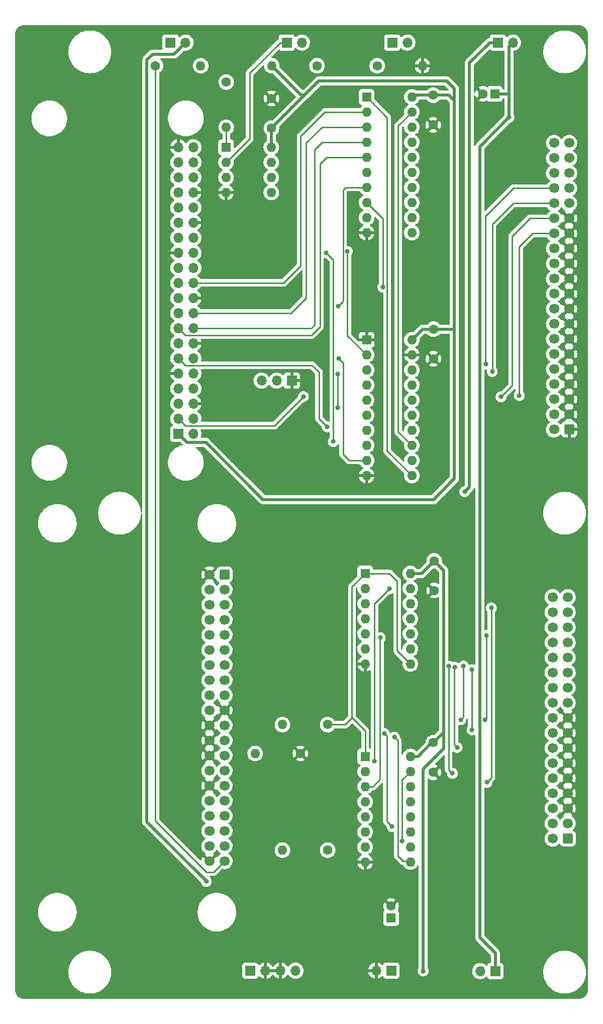
<source format=gbr>
%TF.GenerationSoftware,KiCad,Pcbnew,(6.0.11)*%
%TF.CreationDate,2024-01-03T20:09:10+00:00*%
%TF.ProjectId,BBCWinchesterPro,42424357-696e-4636-9865-737465725072,rev?*%
%TF.SameCoordinates,Original*%
%TF.FileFunction,Copper,L2,Bot*%
%TF.FilePolarity,Positive*%
%FSLAX46Y46*%
G04 Gerber Fmt 4.6, Leading zero omitted, Abs format (unit mm)*
G04 Created by KiCad (PCBNEW (6.0.11)) date 2024-01-03 20:09:10*
%MOMM*%
%LPD*%
G01*
G04 APERTURE LIST*
G04 Aperture macros list*
%AMRoundRect*
0 Rectangle with rounded corners*
0 $1 Rounding radius*
0 $2 $3 $4 $5 $6 $7 $8 $9 X,Y pos of 4 corners*
0 Add a 4 corners polygon primitive as box body*
4,1,4,$2,$3,$4,$5,$6,$7,$8,$9,$2,$3,0*
0 Add four circle primitives for the rounded corners*
1,1,$1+$1,$2,$3*
1,1,$1+$1,$4,$5*
1,1,$1+$1,$6,$7*
1,1,$1+$1,$8,$9*
0 Add four rect primitives between the rounded corners*
20,1,$1+$1,$2,$3,$4,$5,0*
20,1,$1+$1,$4,$5,$6,$7,0*
20,1,$1+$1,$6,$7,$8,$9,0*
20,1,$1+$1,$8,$9,$2,$3,0*%
G04 Aperture macros list end*
%TA.AperFunction,ComponentPad*%
%ADD10R,1.600000X1.600000*%
%TD*%
%TA.AperFunction,ComponentPad*%
%ADD11O,1.600000X1.600000*%
%TD*%
%TA.AperFunction,ComponentPad*%
%ADD12C,1.600000*%
%TD*%
%TA.AperFunction,ComponentPad*%
%ADD13RoundRect,0.250000X-0.600000X-0.600000X0.600000X-0.600000X0.600000X0.600000X-0.600000X0.600000X0*%
%TD*%
%TA.AperFunction,ComponentPad*%
%ADD14C,1.700000*%
%TD*%
%TA.AperFunction,ComponentPad*%
%ADD15R,1.700000X1.700000*%
%TD*%
%TA.AperFunction,ComponentPad*%
%ADD16O,1.700000X1.700000*%
%TD*%
%TA.AperFunction,ComponentPad*%
%ADD17RoundRect,0.250000X0.600000X0.600000X-0.600000X0.600000X-0.600000X-0.600000X0.600000X-0.600000X0*%
%TD*%
%TA.AperFunction,ViaPad*%
%ADD18C,0.800000*%
%TD*%
%TA.AperFunction,Conductor*%
%ADD19C,0.250000*%
%TD*%
%TA.AperFunction,Conductor*%
%ADD20C,0.500000*%
%TD*%
G04 APERTURE END LIST*
D10*
%TO.P,U3,1,A->B*%
%TO.N,/TRnW*%
X119360000Y-36501052D03*
D11*
%TO.P,U3,2,A0*%
%TO.N,/PD7*%
X119360000Y-39041052D03*
%TO.P,U3,3,A1*%
%TO.N,/PD6*%
X119360000Y-41581052D03*
%TO.P,U3,4,A2*%
%TO.N,/PD5*%
X119360000Y-44121052D03*
%TO.P,U3,5,A3*%
%TO.N,/PD4*%
X119360000Y-46661052D03*
%TO.P,U3,6,A4*%
%TO.N,/PD3*%
X119360000Y-49201052D03*
%TO.P,U3,7,A5*%
%TO.N,/PD2*%
X119360000Y-51741052D03*
%TO.P,U3,8,A6*%
%TO.N,/PD1*%
X119360000Y-54281052D03*
%TO.P,U3,9,A7*%
%TO.N,/PD0*%
X119360000Y-56821052D03*
%TO.P,U3,10,GND*%
%TO.N,GND*%
X119360000Y-59361052D03*
%TO.P,U3,11,B7*%
%TO.N,/TD0*%
X126980000Y-59361052D03*
%TO.P,U3,12,B6*%
%TO.N,/TD1*%
X126980000Y-56821052D03*
%TO.P,U3,13,B5*%
%TO.N,/TD2*%
X126980000Y-54281052D03*
%TO.P,U3,14,B4*%
%TO.N,/TD3*%
X126980000Y-51741052D03*
%TO.P,U3,15,B3*%
%TO.N,/TD4*%
X126980000Y-49201052D03*
%TO.P,U3,16,B2*%
%TO.N,/TD5*%
X126980000Y-46661052D03*
%TO.P,U3,17,B1*%
%TO.N,/TD6*%
X126980000Y-44121052D03*
%TO.P,U3,18,B0*%
%TO.N,/TD7*%
X126980000Y-41581052D03*
%TO.P,U3,19,CE*%
%TO.N,/TnTUBE*%
X126980000Y-39041052D03*
%TO.P,U3,20,VCC*%
%TO.N,VCC*%
X126980000Y-36501052D03*
%TD*%
D12*
%TO.P,C2,1*%
%TO.N,+5V*%
X130740000Y-114630000D03*
%TO.P,C2,2*%
%TO.N,GND*%
X130740000Y-119630000D03*
%TD*%
D10*
%TO.P,C7,1*%
%TO.N,+5VA*%
X140955113Y-35980000D03*
D12*
%TO.P,C7,2*%
%TO.N,GND*%
X138955113Y-35980000D03*
%TD*%
D13*
%TO.P,J4,1,Pin_1*%
%TO.N,/RST*%
X95400000Y-116930000D03*
D14*
%TO.P,J4,2,Pin_2*%
%TO.N,GND*%
X92860000Y-116930000D03*
%TO.P,J4,3,Pin_3*%
%TO.N,/D7*%
X95400000Y-119470000D03*
%TO.P,J4,4,Pin_4*%
%TO.N,unconnected-(J4-Pad4)*%
X92860000Y-119470000D03*
%TO.P,J4,5,Pin_5*%
%TO.N,/D6*%
X95400000Y-122010000D03*
%TO.P,J4,6,Pin_6*%
%TO.N,unconnected-(J4-Pad6)*%
X92860000Y-122010000D03*
%TO.P,J4,7,Pin_7*%
%TO.N,/D5*%
X95400000Y-124550000D03*
%TO.P,J4,8,Pin_8*%
%TO.N,unconnected-(J4-Pad8)*%
X92860000Y-124550000D03*
%TO.P,J4,9,Pin_9*%
%TO.N,/D4*%
X95400000Y-127090000D03*
%TO.P,J4,10,Pin_10*%
%TO.N,unconnected-(J4-Pad10)*%
X92860000Y-127090000D03*
%TO.P,J4,11,Pin_11*%
%TO.N,/D3*%
X95400000Y-129630000D03*
%TO.P,J4,12,Pin_12*%
%TO.N,unconnected-(J4-Pad12)*%
X92860000Y-129630000D03*
%TO.P,J4,13,Pin_13*%
%TO.N,/D2*%
X95400000Y-132170000D03*
%TO.P,J4,14,Pin_14*%
%TO.N,unconnected-(J4-Pad14)*%
X92860000Y-132170000D03*
%TO.P,J4,15,Pin_15*%
%TO.N,/D1*%
X95400000Y-134710000D03*
%TO.P,J4,16,Pin_16*%
%TO.N,unconnected-(J4-Pad16)*%
X92860000Y-134710000D03*
%TO.P,J4,17,Pin_17*%
%TO.N,/D0*%
X95400000Y-137250000D03*
%TO.P,J4,18,Pin_18*%
%TO.N,unconnected-(J4-Pad18)*%
X92860000Y-137250000D03*
%TO.P,J4,19,Pin_19*%
%TO.N,GND*%
X95400000Y-139790000D03*
%TO.P,J4,20,Pin_20*%
%TO.N,unconnected-(J4-Pad20)*%
X92860000Y-139790000D03*
%TO.P,J4,21,Pin_21*%
%TO.N,/DMARQ*%
X95400000Y-142330000D03*
%TO.P,J4,22,Pin_22*%
%TO.N,GND*%
X92860000Y-142330000D03*
%TO.P,J4,23,Pin_23*%
%TO.N,/WR*%
X95400000Y-144870000D03*
%TO.P,J4,24,Pin_24*%
%TO.N,GND*%
X92860000Y-144870000D03*
%TO.P,J4,25,Pin_25*%
%TO.N,/RD*%
X95400000Y-147410000D03*
%TO.P,J4,26,Pin_26*%
%TO.N,GND*%
X92860000Y-147410000D03*
%TO.P,J4,27,Pin_27*%
%TO.N,/IORDY*%
X95400000Y-149950000D03*
%TO.P,J4,28,Pin_28*%
%TO.N,unconnected-(J4-Pad28)*%
X92860000Y-149950000D03*
%TO.P,J4,29,Pin_29*%
%TO.N,unconnected-(J4-Pad29)*%
X95400000Y-152490000D03*
%TO.P,J4,30,Pin_30*%
%TO.N,GND*%
X92860000Y-152490000D03*
%TO.P,J4,31,Pin_31*%
%TO.N,unconnected-(J4-Pad31)*%
X95400000Y-155030000D03*
%TO.P,J4,32,Pin_32*%
%TO.N,unconnected-(J4-Pad32)*%
X92860000Y-155030000D03*
%TO.P,J4,33,Pin_33*%
%TO.N,/A1*%
X95400000Y-157570000D03*
%TO.P,J4,34,Pin_34*%
%TO.N,/DIAG*%
X92860000Y-157570000D03*
%TO.P,J4,35,Pin_35*%
%TO.N,/A0*%
X95400000Y-160110000D03*
%TO.P,J4,36,Pin_36*%
%TO.N,/A2*%
X92860000Y-160110000D03*
%TO.P,J4,37,Pin_37*%
%TO.N,/CSO*%
X95400000Y-162650000D03*
%TO.P,J4,38,Pin_38*%
%TO.N,/CS1*%
X92860000Y-162650000D03*
%TO.P,J4,39,Pin_39*%
%TO.N,/HDDLED*%
X95400000Y-165190000D03*
%TO.P,J4,40,Pin_40*%
%TO.N,GND*%
X92860000Y-165190000D03*
%TD*%
D10*
%TO.P,U4,1,A->B*%
%TO.N,GND*%
X119360000Y-77401052D03*
D11*
%TO.P,U4,2,A0*%
%TO.N,/PA3*%
X119360000Y-79941052D03*
%TO.P,U4,3,A1*%
%TO.N,/PA2*%
X119360000Y-82481052D03*
%TO.P,U4,4,A2*%
%TO.N,/PA1*%
X119360000Y-85021052D03*
%TO.P,U4,5,A3*%
%TO.N,/PA0*%
X119360000Y-87561052D03*
%TO.P,U4,6,A4*%
%TO.N,/nRST*%
X119360000Y-90101052D03*
%TO.P,U4,7,A5*%
%TO.N,/nTUBE*%
X119360000Y-92641052D03*
%TO.P,U4,8,A6*%
%TO.N,/PHI2*%
X119360000Y-95181052D03*
%TO.P,U4,9,A7*%
%TO.N,/RnW*%
X119360000Y-97721052D03*
%TO.P,U4,10,GND*%
%TO.N,GND*%
X119360000Y-100261052D03*
%TO.P,U4,11,B7*%
%TO.N,/TRnW*%
X126980000Y-100261052D03*
%TO.P,U4,12,B6*%
%TO.N,/TPHI2*%
X126980000Y-97721052D03*
%TO.P,U4,13,B5*%
%TO.N,/TnTUBE*%
X126980000Y-95181052D03*
%TO.P,U4,14,B4*%
%TO.N,/tnRST*%
X126980000Y-92641052D03*
%TO.P,U4,15,B3*%
%TO.N,/TA0*%
X126980000Y-90101052D03*
%TO.P,U4,16,B2*%
%TO.N,/TA1*%
X126980000Y-87561052D03*
%TO.P,U4,17,B1*%
%TO.N,/TA2*%
X126980000Y-85021052D03*
%TO.P,U4,18,B0*%
%TO.N,/TA3*%
X126980000Y-82481052D03*
%TO.P,U4,19,CE*%
%TO.N,GND*%
X126980000Y-79941052D03*
%TO.P,U4,20,VCC*%
%TO.N,VCC*%
X126980000Y-77401052D03*
%TD*%
D12*
%TO.P,R4,1*%
%TO.N,GND*%
X108204000Y-147066000D03*
D11*
%TO.P,R4,2*%
%TO.N,/IORDY*%
X100584000Y-147066000D03*
%TD*%
D15*
%TO.P,D1,1,K*%
%TO.N,Net-(D1-Pad1)*%
X86320060Y-27330000D03*
D16*
%TO.P,D1,2,A*%
%TO.N,+5V*%
X88860060Y-27330000D03*
%TD*%
D12*
%TO.P,R7,1*%
%TO.N,VCC*%
X95700000Y-33980000D03*
D11*
%TO.P,R7,2*%
%TO.N,Net-(U5-Pad1)*%
X95700000Y-41600000D03*
%TD*%
D10*
%TO.P,U2,1,E*%
%TO.N,Net-(R1-Pad1)*%
X119110000Y-147580000D03*
D11*
%TO.P,U2,2,A0*%
%TO.N,Net-(U1-Pad13)*%
X119110000Y-150120000D03*
%TO.P,U2,3,A1*%
%TO.N,/1E*%
X119110000Y-152660000D03*
%TO.P,U2,4,O0*%
%TO.N,unconnected-(U2-Pad4)*%
X119110000Y-155200000D03*
%TO.P,U2,5,O1*%
%TO.N,unconnected-(U2-Pad5)*%
X119110000Y-157740000D03*
%TO.P,U2,6,O2*%
%TO.N,unconnected-(U2-Pad6)*%
X119110000Y-160280000D03*
%TO.P,U2,7,O3*%
%TO.N,Net-(U2-Pad15)*%
X119110000Y-162820000D03*
%TO.P,U2,8,GND*%
%TO.N,GND*%
X119110000Y-165360000D03*
%TO.P,U2,9,O3*%
%TO.N,/RD*%
X126730000Y-165360000D03*
%TO.P,U2,10,O2*%
%TO.N,unconnected-(U2-Pad10)*%
X126730000Y-162820000D03*
%TO.P,U2,11,O1*%
%TO.N,/WR*%
X126730000Y-160280000D03*
%TO.P,U2,12,O0*%
%TO.N,unconnected-(U2-Pad12)*%
X126730000Y-157740000D03*
%TO.P,U2,13,A1*%
%TO.N,/RW*%
X126730000Y-155200000D03*
%TO.P,U2,14,A0*%
%TO.N,/A6*%
X126730000Y-152660000D03*
%TO.P,U2,15,E*%
%TO.N,Net-(U2-Pad15)*%
X126730000Y-150120000D03*
%TO.P,U2,16,VCC*%
%TO.N,+5V*%
X126730000Y-147580000D03*
%TD*%
D15*
%TO.P,J3,1,Pin_1*%
%TO.N,+5V*%
X123520000Y-183628571D03*
D16*
%TO.P,J3,2,Pin_2*%
%TO.N,GND*%
X120980000Y-183628571D03*
%TD*%
D12*
%TO.P,R5,1*%
%TO.N,+5V*%
X112790000Y-163340000D03*
D11*
%TO.P,R5,2*%
%TO.N,/CS1*%
X105170000Y-163340000D03*
%TD*%
D12*
%TO.P,C6,1*%
%TO.N,VCC*%
X103320000Y-41756052D03*
%TO.P,C6,2*%
%TO.N,GND*%
X103320000Y-36756052D03*
%TD*%
%TO.P,C3,1*%
%TO.N,+5V*%
X130600000Y-145240000D03*
%TO.P,C3,2*%
%TO.N,GND*%
X130600000Y-150240000D03*
%TD*%
D15*
%TO.P,D3,1,K*%
%TO.N,/TUBELED*%
X105907024Y-27330000D03*
D16*
%TO.P,D3,2,A*%
%TO.N,Net-(D3-Pad2)*%
X108447024Y-27330000D03*
%TD*%
D12*
%TO.P,R3,1*%
%TO.N,Net-(D2-Pad1)*%
X121145060Y-31240000D03*
D11*
%TO.P,R3,2*%
%TO.N,GND*%
X128765060Y-31240000D03*
%TD*%
D10*
%TO.P,U5,1,~{RESET}/PB5*%
%TO.N,Net-(U5-Pad1)*%
X95680000Y-44970000D03*
D11*
%TO.P,U5,2,XTAL1/PB3*%
%TO.N,/TUBELED*%
X95680000Y-47510000D03*
%TO.P,U5,3,XTAL2/PB4*%
%TO.N,/TUBEACT*%
X95680000Y-50050000D03*
%TO.P,U5,4,GND*%
%TO.N,GND*%
X95680000Y-52590000D03*
%TO.P,U5,5,AREF/PB0*%
%TO.N,unconnected-(U5-Pad5)*%
X103300000Y-52590000D03*
%TO.P,U5,6,PB1*%
%TO.N,unconnected-(U5-Pad6)*%
X103300000Y-50050000D03*
%TO.P,U5,7,PB2*%
%TO.N,unconnected-(U5-Pad7)*%
X103300000Y-47510000D03*
%TO.P,U5,8,VCC*%
%TO.N,VCC*%
X103300000Y-44970000D03*
%TD*%
D17*
%TO.P,J5,1,Pin_1*%
%TO.N,GND*%
X153475000Y-92506052D03*
D14*
%TO.P,J5,2,Pin_2*%
%TO.N,/TRnW*%
X150935000Y-92506052D03*
%TO.P,J5,3,Pin_3*%
%TO.N,GND*%
X153475000Y-89966052D03*
%TO.P,J5,4,Pin_4*%
%TO.N,/TPHI2*%
X150935000Y-89966052D03*
%TO.P,J5,5,Pin_5*%
%TO.N,GND*%
X153475000Y-87426052D03*
%TO.P,J5,6,Pin_6*%
%TO.N,unconnected-(J5-Pad6)*%
X150935000Y-87426052D03*
%TO.P,J5,7,Pin_7*%
%TO.N,GND*%
X153475000Y-84886052D03*
%TO.P,J5,8,Pin_8*%
%TO.N,/TnTUBE*%
X150935000Y-84886052D03*
%TO.P,J5,9,Pin_9*%
%TO.N,GND*%
X153475000Y-82346052D03*
%TO.P,J5,10,Pin_10*%
%TO.N,/tnRST*%
X150935000Y-82346052D03*
%TO.P,J5,11,Pin_11*%
%TO.N,GND*%
X153475000Y-79806052D03*
%TO.P,J5,12,Pin_12*%
%TO.N,/TD0*%
X150935000Y-79806052D03*
%TO.P,J5,13,Pin_13*%
%TO.N,GND*%
X153475000Y-77266052D03*
%TO.P,J5,14,Pin_14*%
%TO.N,/TD1*%
X150935000Y-77266052D03*
%TO.P,J5,15,Pin_15*%
%TO.N,GND*%
X153475000Y-74726052D03*
%TO.P,J5,16,Pin_16*%
%TO.N,/TD2*%
X150935000Y-74726052D03*
%TO.P,J5,17,Pin_17*%
%TO.N,GND*%
X153475000Y-72186052D03*
%TO.P,J5,18,Pin_18*%
%TO.N,/TD3*%
X150935000Y-72186052D03*
%TO.P,J5,19,Pin_19*%
%TO.N,GND*%
X153475000Y-69646052D03*
%TO.P,J5,20,Pin_20*%
%TO.N,/TD4*%
X150935000Y-69646052D03*
%TO.P,J5,21,Pin_21*%
%TO.N,GND*%
X153475000Y-67106052D03*
%TO.P,J5,22,Pin_22*%
%TO.N,/TD5*%
X150935000Y-67106052D03*
%TO.P,J5,23,Pin_23*%
%TO.N,GND*%
X153475000Y-64566052D03*
%TO.P,J5,24,Pin_24*%
%TO.N,/TD6*%
X150935000Y-64566052D03*
%TO.P,J5,25,Pin_25*%
%TO.N,GND*%
X153475000Y-62026052D03*
%TO.P,J5,26,Pin_26*%
%TO.N,/TD7*%
X150935000Y-62026052D03*
%TO.P,J5,27,Pin_27*%
%TO.N,GND*%
X153475000Y-59486052D03*
%TO.P,J5,28,Pin_28*%
%TO.N,/TA0*%
X150935000Y-59486052D03*
%TO.P,J5,29,Pin_29*%
%TO.N,GND*%
X153475000Y-56946052D03*
%TO.P,J5,30,Pin_30*%
%TO.N,/TA1*%
X150935000Y-56946052D03*
%TO.P,J5,31,Pin_31*%
%TO.N,+5VA*%
X153475000Y-54406052D03*
%TO.P,J5,32,Pin_32*%
%TO.N,/TA2*%
X150935000Y-54406052D03*
%TO.P,J5,33,Pin_33*%
%TO.N,+5VA*%
X153475000Y-51866052D03*
%TO.P,J5,34,Pin_34*%
%TO.N,/TA3*%
X150935000Y-51866052D03*
%TO.P,J5,35,Pin_35*%
%TO.N,+5VA*%
X153475000Y-49326052D03*
%TO.P,J5,36,Pin_36*%
%TO.N,unconnected-(J5-Pad36)*%
X150935000Y-49326052D03*
%TO.P,J5,37,Pin_37*%
%TO.N,+5VA*%
X153475000Y-46786052D03*
%TO.P,J5,38,Pin_38*%
%TO.N,unconnected-(J5-Pad38)*%
X150935000Y-46786052D03*
%TO.P,J5,39,Pin_39*%
%TO.N,+5VA*%
X153475000Y-44246052D03*
%TO.P,J5,40,Pin_40*%
%TO.N,unconnected-(J5-Pad40)*%
X150935000Y-44246052D03*
%TD*%
D15*
%TO.P,P1,1*%
%TO.N,Net-(J6-Pad2)*%
X141460060Y-27340000D03*
D16*
%TO.P,P1,2*%
%TO.N,+5VA*%
X144000060Y-27340000D03*
%TD*%
D15*
%TO.P,JP1,1,A*%
%TO.N,+5VA*%
X141035000Y-183710000D03*
D16*
%TO.P,JP1,2,B*%
%TO.N,+5V*%
X138495000Y-183710000D03*
%TD*%
D15*
%TO.P,D2,1,K*%
%TO.N,Net-(D2-Pad1)*%
X123680060Y-27330000D03*
D16*
%TO.P,D2,2,A*%
%TO.N,+5VA*%
X126220060Y-27330000D03*
%TD*%
D10*
%TO.P,U1,1*%
%TO.N,Net-(R1-Pad1)*%
X119110000Y-116740000D03*
D11*
%TO.P,U1,2*%
%TO.N,Net-(U1-Pad2)*%
X119110000Y-119280000D03*
%TO.P,U1,3*%
%TO.N,Net-(U1-Pad10)*%
X119110000Y-121820000D03*
%TO.P,U1,4*%
%TO.N,Net-(U1-Pad2)*%
X119110000Y-124360000D03*
%TO.P,U1,5*%
%TO.N,/1E*%
X119110000Y-126900000D03*
%TO.P,U1,6*%
%TO.N,/CSO*%
X119110000Y-129440000D03*
%TO.P,U1,7,GND*%
%TO.N,GND*%
X119110000Y-131980000D03*
%TO.P,U1,8*%
%TO.N,Net-(R1-Pad1)*%
X126730000Y-131980000D03*
%TO.P,U1,9*%
%TO.N,/CSO*%
X126730000Y-129440000D03*
%TO.P,U1,10*%
%TO.N,Net-(U1-Pad10)*%
X126730000Y-126900000D03*
%TO.P,U1,11*%
%TO.N,/A5*%
X126730000Y-124360000D03*
%TO.P,U1,12*%
%TO.N,/A7*%
X126730000Y-121820000D03*
%TO.P,U1,13*%
%TO.N,Net-(U1-Pad13)*%
X126730000Y-119280000D03*
%TO.P,U1,14,VCC*%
%TO.N,+5V*%
X126730000Y-116740000D03*
%TD*%
D15*
%TO.P,J2,1,Pin_1*%
%TO.N,unconnected-(J2-Pad1)*%
X99760000Y-183650000D03*
D16*
%TO.P,J2,2,Pin_2*%
%TO.N,GND*%
X102300000Y-183650000D03*
%TO.P,J2,3,Pin_3*%
X104840000Y-183650000D03*
%TO.P,J2,4,Pin_4*%
%TO.N,+5V*%
X107380000Y-183650000D03*
%TD*%
D12*
%TO.P,R1,1*%
%TO.N,Net-(R1-Pad1)*%
X112790000Y-142200000D03*
D11*
%TO.P,R1,2*%
%TO.N,/DMARQ*%
X105170000Y-142200000D03*
%TD*%
D12*
%TO.P,C5,1*%
%TO.N,VCC*%
X130620000Y-75596052D03*
%TO.P,C5,2*%
%TO.N,GND*%
X130620000Y-80596052D03*
%TD*%
D15*
%TO.P,J6,1,Pin_1*%
%TO.N,VCC*%
X87620000Y-93231052D03*
D16*
%TO.P,J6,2,Pin_2*%
%TO.N,Net-(J6-Pad2)*%
X90160000Y-93231052D03*
%TO.P,J6,3,Pin_3*%
%TO.N,/PA1*%
X87620000Y-90691052D03*
%TO.P,J6,4,Pin_4*%
%TO.N,Net-(J6-Pad2)*%
X90160000Y-90691052D03*
%TO.P,J6,5,Pin_5*%
%TO.N,/PA2*%
X87620000Y-88151052D03*
%TO.P,J6,6,Pin_6*%
%TO.N,GND*%
X90160000Y-88151052D03*
%TO.P,J6,7,Pin_7*%
%TO.N,/nRST*%
X87620000Y-85611052D03*
%TO.P,J6,8,Pin_8*%
%TO.N,Net-(J6-Pad8)*%
X90160000Y-85611052D03*
%TO.P,J6,9,Pin_9*%
%TO.N,GND*%
X87620000Y-83071052D03*
%TO.P,J6,10,Pin_10*%
%TO.N,Net-(J6-Pad10)*%
X90160000Y-83071052D03*
%TO.P,J6,11,Pin_11*%
%TO.N,/nTUBE*%
X87620000Y-80531052D03*
%TO.P,J6,12,Pin_12*%
%TO.N,/RnW*%
X90160000Y-80531052D03*
%TO.P,J6,13,Pin_13*%
%TO.N,/PA0*%
X87620000Y-77991052D03*
%TO.P,J6,14,Pin_14*%
%TO.N,GND*%
X90160000Y-77991052D03*
%TO.P,J6,15,Pin_15*%
%TO.N,/PD4*%
X87620000Y-75451052D03*
%TO.P,J6,16,Pin_16*%
%TO.N,/PD5*%
X90160000Y-75451052D03*
%TO.P,J6,17,Pin_17*%
%TO.N,unconnected-(J6-Pad17)*%
X87620000Y-72911052D03*
%TO.P,J6,18,Pin_18*%
%TO.N,/PD6*%
X90160000Y-72911052D03*
%TO.P,J6,19,Pin_19*%
%TO.N,/PD2*%
X87620000Y-70371052D03*
%TO.P,J6,20,Pin_20*%
%TO.N,GND*%
X90160000Y-70371052D03*
%TO.P,J6,21,Pin_21*%
%TO.N,/PD1*%
X87620000Y-67831052D03*
%TO.P,J6,22,Pin_22*%
%TO.N,/PD7*%
X90160000Y-67831052D03*
%TO.P,J6,23,Pin_23*%
%TO.N,/PD3*%
X87620000Y-65291052D03*
%TO.P,J6,24,Pin_24*%
%TO.N,/PD0*%
X90160000Y-65291052D03*
%TO.P,J6,25,Pin_25*%
%TO.N,GND*%
X87620000Y-62751052D03*
%TO.P,J6,26,Pin_26*%
%TO.N,/PHI2*%
X90160000Y-62751052D03*
%TO.P,J6,27,Pin_27*%
%TO.N,unconnected-(J6-Pad27)*%
X87620000Y-60211052D03*
%TO.P,J6,28,Pin_28*%
%TO.N,unconnected-(J6-Pad28)*%
X90160000Y-60211052D03*
%TO.P,J6,29,Pin_29*%
%TO.N,/PA3*%
X87620000Y-57671052D03*
%TO.P,J6,30,Pin_30*%
%TO.N,GND*%
X90160000Y-57671052D03*
%TO.P,J6,31,Pin_31*%
%TO.N,unconnected-(J6-Pad31)*%
X87620000Y-55131052D03*
%TO.P,J6,32,Pin_32*%
%TO.N,unconnected-(J6-Pad32)*%
X90160000Y-55131052D03*
%TO.P,J6,33,Pin_33*%
%TO.N,unconnected-(J6-Pad33)*%
X87620000Y-52591052D03*
%TO.P,J6,34,Pin_34*%
%TO.N,GND*%
X90160000Y-52591052D03*
%TO.P,J6,35,Pin_35*%
%TO.N,unconnected-(J6-Pad35)*%
X87620000Y-50051052D03*
%TO.P,J6,36,Pin_36*%
%TO.N,/TUBEACT*%
X90160000Y-50051052D03*
%TO.P,J6,37,Pin_37*%
%TO.N,unconnected-(J6-Pad37)*%
X87620000Y-47511052D03*
%TO.P,J6,38,Pin_38*%
%TO.N,unconnected-(J6-Pad38)*%
X90160000Y-47511052D03*
%TO.P,J6,39,Pin_39*%
%TO.N,GND*%
X87620000Y-44971052D03*
%TO.P,J6,40,Pin_40*%
%TO.N,unconnected-(J6-Pad40)*%
X90160000Y-44971052D03*
%TD*%
D12*
%TO.P,R2,1*%
%TO.N,/HDDLED*%
X83785060Y-31240000D03*
D11*
%TO.P,R2,2*%
%TO.N,Net-(D1-Pad1)*%
X91405060Y-31240000D03*
%TD*%
D15*
%TO.P,P2,1*%
%TO.N,GND*%
X106740000Y-84286052D03*
D16*
%TO.P,P2,2*%
%TO.N,Net-(J6-Pad8)*%
X104200000Y-84286052D03*
%TO.P,P2,3*%
%TO.N,Net-(J6-Pad10)*%
X101660000Y-84286052D03*
%TD*%
D17*
%TO.P,J1,1,Pin_1*%
%TO.N,unconnected-(J1-Pad1)*%
X153225000Y-161380000D03*
D14*
%TO.P,J1,2,Pin_2*%
%TO.N,/RW*%
X150685000Y-161380000D03*
%TO.P,J1,3,Pin_3*%
%TO.N,unconnected-(J1-Pad3)*%
X153225000Y-158840000D03*
%TO.P,J1,4,Pin_4*%
%TO.N,/1E*%
X150685000Y-158840000D03*
%TO.P,J1,5,Pin_5*%
%TO.N,GND*%
X153225000Y-156300000D03*
%TO.P,J1,6,Pin_6*%
%TO.N,unconnected-(J1-Pad6)*%
X150685000Y-156300000D03*
%TO.P,J1,7,Pin_7*%
%TO.N,GND*%
X153225000Y-153760000D03*
%TO.P,J1,8,Pin_8*%
%TO.N,unconnected-(J1-Pad8)*%
X150685000Y-153760000D03*
%TO.P,J1,9,Pin_9*%
%TO.N,GND*%
X153225000Y-151220000D03*
%TO.P,J1,10,Pin_10*%
%TO.N,/CSO*%
X150685000Y-151220000D03*
%TO.P,J1,11,Pin_11*%
%TO.N,GND*%
X153225000Y-148680000D03*
%TO.P,J1,12,Pin_12*%
%TO.N,unconnected-(J1-Pad12)*%
X150685000Y-148680000D03*
%TO.P,J1,13,Pin_13*%
%TO.N,GND*%
X153225000Y-146140000D03*
%TO.P,J1,14,Pin_14*%
%TO.N,/RST*%
X150685000Y-146140000D03*
%TO.P,J1,15,Pin_15*%
%TO.N,GND*%
X153225000Y-143600000D03*
%TO.P,J1,16,Pin_16*%
%TO.N,unconnected-(J1-Pad16)*%
X150685000Y-143600000D03*
%TO.P,J1,17,Pin_17*%
%TO.N,GND*%
X153225000Y-141060000D03*
%TO.P,J1,18,Pin_18*%
%TO.N,/D0*%
X150685000Y-141060000D03*
%TO.P,J1,19,Pin_19*%
%TO.N,/D1*%
X153225000Y-138520000D03*
%TO.P,J1,20,Pin_20*%
%TO.N,/D2*%
X150685000Y-138520000D03*
%TO.P,J1,21,Pin_21*%
%TO.N,/D3*%
X153225000Y-135980000D03*
%TO.P,J1,22,Pin_22*%
%TO.N,/D4*%
X150685000Y-135980000D03*
%TO.P,J1,23,Pin_23*%
%TO.N,/D5*%
X153225000Y-133440000D03*
%TO.P,J1,24,Pin_24*%
%TO.N,/D6*%
X150685000Y-133440000D03*
%TO.P,J1,25,Pin_25*%
%TO.N,/D7*%
X153225000Y-130900000D03*
%TO.P,J1,26,Pin_26*%
%TO.N,unconnected-(J1-Pad26)*%
X150685000Y-130900000D03*
%TO.P,J1,27,Pin_27*%
%TO.N,/A0*%
X153225000Y-128360000D03*
%TO.P,J1,28,Pin_28*%
%TO.N,/A1*%
X150685000Y-128360000D03*
%TO.P,J1,29,Pin_29*%
%TO.N,/A2*%
X153225000Y-125820000D03*
%TO.P,J1,30,Pin_30*%
%TO.N,unconnected-(J1-Pad30)*%
X150685000Y-125820000D03*
%TO.P,J1,31,Pin_31*%
%TO.N,unconnected-(J1-Pad31)*%
X153225000Y-123280000D03*
%TO.P,J1,32,Pin_32*%
%TO.N,/A5*%
X150685000Y-123280000D03*
%TO.P,J1,33,Pin_33*%
%TO.N,/A6*%
X153225000Y-120740000D03*
%TO.P,J1,34,Pin_34*%
%TO.N,/A7*%
X150685000Y-120740000D03*
%TD*%
D10*
%TO.P,C1,1*%
%TO.N,+5V*%
X123470000Y-174775112D03*
D12*
%TO.P,C1,2*%
%TO.N,GND*%
X123470000Y-172775112D03*
%TD*%
%TO.P,R6,1*%
%TO.N,Net-(D3-Pad2)*%
X110992024Y-31240000D03*
D11*
%TO.P,R6,2*%
%TO.N,VCC*%
X103372024Y-31240000D03*
%TD*%
D12*
%TO.P,C4,1*%
%TO.N,VCC*%
X130570000Y-36196052D03*
%TO.P,C4,2*%
%TO.N,GND*%
X130570000Y-41196052D03*
%TD*%
D18*
%TO.N,+5V*%
X128880000Y-183710000D03*
X92340000Y-168610000D03*
%TO.N,Net-(U1-Pad13)*%
X123170000Y-119350000D03*
X120700000Y-148370000D03*
%TO.N,/1E*%
X121650000Y-127560000D03*
%TO.N,Net-(U2-Pad15)*%
X125324500Y-161830000D03*
%TO.N,/RD*%
X124026660Y-144320075D03*
%TO.N,/WR*%
X123660000Y-159400000D03*
X122344500Y-143691196D03*
%TO.N,/A6*%
X139612172Y-151944500D03*
X140370000Y-122540000D03*
%TO.N,/CSO*%
X133810000Y-150410000D03*
X133209500Y-132370000D03*
%TO.N,/RST*%
X134197642Y-132520269D03*
X134610000Y-146060000D03*
%TO.N,/A0*%
X137080500Y-132952936D03*
X137110500Y-143086287D03*
%TO.N,/A1*%
X135660000Y-132340000D03*
X135200000Y-141380000D03*
%TO.N,/A2*%
X139575000Y-127185000D03*
X139259500Y-141420000D03*
%TO.N,/nTUBE*%
X112690000Y-92040000D03*
%TO.N,/PHI2*%
X113740000Y-94530000D03*
X112558948Y-62751052D03*
%TO.N,/RnW*%
X114641052Y-80531052D03*
%TO.N,/TA0*%
X145060000Y-86786052D03*
%TO.N,/TA1*%
X142010000Y-87006052D03*
%TO.N,/TA2*%
X140520000Y-82726052D03*
%TO.N,/TA3*%
X139479500Y-81456052D03*
%TO.N,Net-(J6-Pad2)*%
X135880000Y-102980000D03*
%TO.N,+5VA*%
X143375113Y-39914887D03*
%TO.N,/PD2*%
X114536052Y-71726052D03*
%TO.N,/PD1*%
X122090000Y-68500000D03*
%TO.N,/PA3*%
X116114500Y-62510000D03*
%TO.N,/PA2*%
X114480000Y-83136052D03*
X114480000Y-88860000D03*
%TO.N,/PA1*%
X108705000Y-86965000D03*
%TD*%
D19*
%TO.N,Net-(R1-Pad1)*%
X119110000Y-147580000D02*
X119110000Y-143240000D01*
X124500000Y-118000000D02*
X124500000Y-129750000D01*
X119110000Y-143240000D02*
X117220000Y-141350000D01*
X119110000Y-116740000D02*
X123240000Y-116740000D01*
X123240000Y-116740000D02*
X124500000Y-118000000D01*
X124500000Y-129750000D02*
X126730000Y-131980000D01*
X119110000Y-116740000D02*
X116880000Y-118970000D01*
X116880000Y-141010000D02*
X117220000Y-141350000D01*
X116880000Y-118970000D02*
X116880000Y-141010000D01*
X112790000Y-142200000D02*
X115750000Y-142200000D01*
X115750000Y-142200000D02*
X116880000Y-141070000D01*
X116880000Y-141070000D02*
X116880000Y-141010000D01*
%TO.N,/HDDLED*%
X92420000Y-167050000D02*
X83785060Y-158415060D01*
X95400000Y-165190000D02*
X93540000Y-167050000D01*
X83785060Y-158415060D02*
X83785060Y-31240000D01*
X93540000Y-167050000D02*
X92420000Y-167050000D01*
D20*
%TO.N,+5V*%
X132360000Y-146250000D02*
X132370000Y-146260000D01*
X132360000Y-143480000D02*
X131990000Y-143850000D01*
X128890000Y-183700000D02*
X128880000Y-183710000D01*
X128010000Y-147580000D02*
X126730000Y-147580000D01*
X131990000Y-143850000D02*
X130600000Y-145240000D01*
X128580000Y-116790000D02*
X126780000Y-116790000D01*
X128890000Y-149740000D02*
X128890000Y-183700000D01*
X132360000Y-116250000D02*
X132360000Y-143480000D01*
X132370000Y-146260000D02*
X128890000Y-149740000D01*
X88860060Y-27330000D02*
X86920060Y-29270000D01*
X82330000Y-158600000D02*
X92340000Y-168610000D01*
X130350000Y-145240000D02*
X128010000Y-147580000D01*
X130740000Y-114630000D02*
X128580000Y-116790000D01*
X126780000Y-116790000D02*
X126730000Y-116740000D01*
X130740000Y-114630000D02*
X132360000Y-116250000D01*
X86920060Y-29270000D02*
X83290000Y-29270000D01*
X132360000Y-143480000D02*
X132360000Y-146250000D01*
X83290000Y-29270000D02*
X82330000Y-30230000D01*
X130600000Y-145240000D02*
X130350000Y-145240000D01*
X82330000Y-30230000D02*
X82330000Y-158600000D01*
D19*
%TO.N,Net-(U1-Pad13)*%
X120700000Y-121820000D02*
X120700000Y-148370000D01*
X123170000Y-119350000D02*
X120700000Y-121820000D01*
%TO.N,/1E*%
X121650000Y-127560000D02*
X121620000Y-127590000D01*
X120370000Y-152660000D02*
X119110000Y-152660000D01*
X121620000Y-127590000D02*
X121620000Y-151410000D01*
X121620000Y-151410000D02*
X120370000Y-152660000D01*
%TO.N,Net-(U2-Pad15)*%
X125324500Y-151525500D02*
X125324500Y-161830000D01*
X126730000Y-150120000D02*
X125324500Y-151525500D01*
%TO.N,/RD*%
X124026660Y-144320075D02*
X124600000Y-144893415D01*
X124600000Y-164340000D02*
X125460000Y-165200000D01*
X126570000Y-165200000D02*
X126730000Y-165360000D01*
X125460000Y-165200000D02*
X126570000Y-165200000D01*
X124600000Y-144893415D02*
X124600000Y-164340000D01*
%TO.N,/WR*%
X123660000Y-159400000D02*
X122760000Y-158500000D01*
X122760000Y-144106696D02*
X122344500Y-143691196D01*
X122760000Y-158500000D02*
X122760000Y-144106696D01*
%TO.N,/A6*%
X139612172Y-151944500D02*
X140370000Y-151186672D01*
X140370000Y-151186672D02*
X140370000Y-122540000D01*
%TO.N,/CSO*%
X133180000Y-132399500D02*
X133209500Y-132370000D01*
X133810000Y-150410000D02*
X133180000Y-149780000D01*
X133180000Y-149780000D02*
X133180000Y-132399500D01*
%TO.N,/RST*%
X134140000Y-145590000D02*
X134140000Y-132577911D01*
X134610000Y-146060000D02*
X134140000Y-145590000D01*
X134140000Y-132577911D02*
X134197642Y-132520269D01*
%TO.N,/A0*%
X137080500Y-132952936D02*
X137080500Y-143056287D01*
X137080500Y-143056287D02*
X137110500Y-143086287D01*
%TO.N,/A1*%
X135660000Y-140920000D02*
X135200000Y-141380000D01*
X135660000Y-132340000D02*
X135660000Y-140920000D01*
%TO.N,/A2*%
X139575000Y-127185000D02*
X139575000Y-141104500D01*
X139575000Y-141104500D02*
X139259500Y-141420000D01*
%TO.N,/TUBELED*%
X99660000Y-32477024D02*
X104807024Y-27330000D01*
X95680000Y-47510000D02*
X99660000Y-43530000D01*
X104807024Y-27330000D02*
X105907024Y-27330000D01*
X99660000Y-43530000D02*
X99660000Y-32477024D01*
%TO.N,Net-(U5-Pad1)*%
X95700000Y-41600000D02*
X95700000Y-44950000D01*
X95700000Y-44950000D02*
X95680000Y-44970000D01*
D20*
%TO.N,VCC*%
X134150000Y-37136052D02*
X134150000Y-75690000D01*
X132830000Y-33780000D02*
X134150000Y-35100000D01*
X108883026Y-36193026D02*
X108325050Y-36193026D01*
X130570000Y-36196052D02*
X133210000Y-36196052D01*
X111296052Y-33780000D02*
X132830000Y-33780000D01*
X134056052Y-75596052D02*
X134150000Y-75690000D01*
X134150000Y-35100000D02*
X134150000Y-37136052D01*
X108883026Y-36193026D02*
X111296052Y-33780000D01*
X89058948Y-94670000D02*
X92259474Y-94670000D01*
X130570000Y-36196052D02*
X127285000Y-36196052D01*
X134150000Y-100790000D02*
X130630000Y-104310000D01*
X134150000Y-75690000D02*
X134150000Y-100790000D01*
X108325050Y-36193026D02*
X103372024Y-31240000D01*
X128785000Y-75596052D02*
X126980000Y-77401052D01*
X133210000Y-36196052D02*
X134150000Y-37136052D01*
X103320000Y-44950000D02*
X103300000Y-44970000D01*
X103320000Y-41756052D02*
X108883026Y-36193026D01*
X101899474Y-104310000D02*
X130630000Y-104310000D01*
X92259474Y-94670000D02*
X101899474Y-104310000D01*
X103320000Y-41756052D02*
X103320000Y-44950000D01*
X130620000Y-75596052D02*
X134056052Y-75596052D01*
X130620000Y-75596052D02*
X128785000Y-75596052D01*
X87620000Y-93231052D02*
X89058948Y-94670000D01*
D19*
%TO.N,/TRnW*%
X122814500Y-39955552D02*
X122814500Y-96095552D01*
X122814500Y-96095552D02*
X126980000Y-100261052D01*
X119360000Y-36501052D02*
X122814500Y-39955552D01*
%TO.N,/TnTUBE*%
X124680000Y-92881052D02*
X126980000Y-95181052D01*
X124680000Y-41341052D02*
X124680000Y-92881052D01*
X126980000Y-39041052D02*
X124680000Y-41341052D01*
%TO.N,/PD7*%
X105335000Y-67831052D02*
X90160000Y-67831052D01*
X108250000Y-64916052D02*
X105335000Y-67831052D01*
X119360000Y-39041052D02*
X112288948Y-39041052D01*
X108250000Y-43080000D02*
X108250000Y-64916052D01*
X112288948Y-39041052D02*
X108250000Y-43080000D01*
%TO.N,/nTUBE*%
X88795000Y-81706052D02*
X87620000Y-80531052D01*
X110196052Y-81706052D02*
X88795000Y-81706052D01*
X111340000Y-82850000D02*
X111340000Y-90690000D01*
X110196052Y-81706052D02*
X111340000Y-82850000D01*
X111340000Y-90690000D02*
X112690000Y-92040000D01*
%TO.N,/PHI2*%
X113740000Y-94530000D02*
X113740000Y-63932104D01*
X113740000Y-63932104D02*
X112558948Y-62751052D01*
%TO.N,/RnW*%
X119360000Y-97721052D02*
X116412052Y-97721052D01*
X116412052Y-97721052D02*
X115385500Y-96694500D01*
X114641052Y-80531052D02*
X115385500Y-81275500D01*
X115385500Y-81275500D02*
X115385500Y-96694500D01*
%TO.N,/TA0*%
X147313948Y-59486052D02*
X145060000Y-61740000D01*
X150935000Y-59486052D02*
X147313948Y-59486052D01*
X145060000Y-61740000D02*
X145060000Y-86786052D01*
%TO.N,/TA1*%
X143870000Y-85146052D02*
X142010000Y-87006052D01*
X150935000Y-56946052D02*
X146913948Y-56946052D01*
X146913948Y-56946052D02*
X143870000Y-59990000D01*
X143870000Y-59990000D02*
X143870000Y-85146052D01*
%TO.N,/TA2*%
X150935000Y-54406052D02*
X144083948Y-54406052D01*
X144083948Y-54406052D02*
X140520000Y-57970000D01*
X140520000Y-57970000D02*
X140520000Y-82726052D01*
%TO.N,/TA3*%
X139370000Y-56590000D02*
X144093948Y-51866052D01*
X139479500Y-81456052D02*
X139370000Y-81346552D01*
X144093948Y-51866052D02*
X150935000Y-51866052D01*
X139370000Y-81346552D02*
X139370000Y-56590000D01*
D20*
%TO.N,Net-(J6-Pad2)*%
X136680000Y-102180000D02*
X136680000Y-30770060D01*
X136680000Y-30770060D02*
X140110060Y-27340000D01*
X140110060Y-27340000D02*
X141460060Y-27340000D01*
X135880000Y-102980000D02*
X136680000Y-102180000D01*
%TO.N,+5VA*%
X143375113Y-39914887D02*
X138410000Y-44880000D01*
X141035000Y-180665000D02*
X141035000Y-183710000D01*
X143375113Y-35990000D02*
X143375113Y-39914887D01*
X143375113Y-27964947D02*
X144000060Y-27340000D01*
X138410000Y-178040000D02*
X141035000Y-180665000D01*
X143375113Y-35990000D02*
X143375113Y-27964947D01*
X143365113Y-35980000D02*
X140955113Y-35980000D01*
X138410000Y-44880000D02*
X138410000Y-178040000D01*
X143375113Y-35990000D02*
X143365113Y-35980000D01*
D19*
%TO.N,/PD6*%
X106625000Y-72911052D02*
X90160000Y-72911052D01*
X109180000Y-70356052D02*
X106625000Y-72911052D01*
X111838948Y-41581052D02*
X109180000Y-44240000D01*
X109180000Y-44240000D02*
X109180000Y-70356052D01*
X119360000Y-41581052D02*
X111838948Y-41581052D01*
%TO.N,/PD5*%
X110021688Y-75451052D02*
X90160000Y-75451052D01*
X119360000Y-44121052D02*
X111858948Y-44121052D01*
X110560000Y-74912740D02*
X110021688Y-75451052D01*
X111858948Y-44121052D02*
X110560000Y-45420000D01*
X110560000Y-45420000D02*
X110560000Y-74912740D01*
%TO.N,/PD4*%
X87620000Y-75451052D02*
X88795000Y-76626052D01*
X111490000Y-47766052D02*
X112595000Y-46661052D01*
X110083948Y-76626052D02*
X111490000Y-75220000D01*
X111490000Y-75220000D02*
X111490000Y-47766052D01*
X112595000Y-46661052D02*
X119360000Y-46661052D01*
X88795000Y-76626052D02*
X110083948Y-76626052D01*
%TO.N,/PD2*%
X115828948Y-51741052D02*
X119360000Y-51741052D01*
X115390000Y-52180000D02*
X115828948Y-51741052D01*
X115390000Y-70872104D02*
X115390000Y-52180000D01*
X114536052Y-71726052D02*
X115390000Y-70872104D01*
%TO.N,/PD1*%
X122090000Y-57011052D02*
X122090000Y-68500000D01*
X119360000Y-54281052D02*
X122090000Y-57011052D01*
%TO.N,/PA3*%
X116114500Y-76695552D02*
X116114500Y-62510000D01*
X119360000Y-79941052D02*
X116114500Y-76695552D01*
%TO.N,/PA2*%
X114480000Y-83136052D02*
X114480000Y-88860000D01*
%TO.N,/PA1*%
X103803948Y-91866052D02*
X88795000Y-91866052D01*
X88795000Y-91866052D02*
X87620000Y-90691052D01*
X108705000Y-86965000D02*
X103803948Y-91866052D01*
%TD*%
%TA.AperFunction,Conductor*%
%TO.N,GND*%
G36*
X103606486Y-24398487D02*
G01*
X155079051Y-24398500D01*
X155099058Y-24400099D01*
X155112294Y-24402228D01*
X155112296Y-24402228D01*
X155121156Y-24403653D01*
X155130061Y-24402534D01*
X155130063Y-24402534D01*
X155136455Y-24401731D01*
X155161751Y-24401113D01*
X155330018Y-24413955D01*
X155347744Y-24416586D01*
X155442518Y-24437631D01*
X155537299Y-24458678D01*
X155554467Y-24463796D01*
X155736129Y-24532354D01*
X155752402Y-24539857D01*
X155922494Y-24633488D01*
X155937538Y-24643224D01*
X156092639Y-24760047D01*
X156106138Y-24771808D01*
X156237521Y-24903850D01*
X156243099Y-24909456D01*
X156254802Y-24923025D01*
X156304584Y-24989809D01*
X156370848Y-25078705D01*
X156380502Y-25093787D01*
X156469611Y-25257597D01*
X156473288Y-25264357D01*
X156480710Y-25280667D01*
X156548359Y-25462671D01*
X156553392Y-25479871D01*
X156594536Y-25669629D01*
X156597078Y-25687367D01*
X156608572Y-25848583D01*
X156607813Y-25866796D01*
X156607715Y-25874849D01*
X156606333Y-25883723D01*
X156610465Y-25915316D01*
X156611528Y-25931631D01*
X156617103Y-115943498D01*
X156621495Y-186869040D01*
X156619897Y-186889050D01*
X156618547Y-186897449D01*
X156616346Y-186911138D01*
X156617465Y-186920040D01*
X156618269Y-186926435D01*
X156618887Y-186951733D01*
X156606047Y-187120003D01*
X156603416Y-187137729D01*
X156561326Y-187327279D01*
X156556207Y-187344453D01*
X156487653Y-187526111D01*
X156480149Y-187542385D01*
X156386512Y-187712490D01*
X156376776Y-187727535D01*
X156259960Y-187882628D01*
X156248188Y-187896139D01*
X156115488Y-188028180D01*
X156110551Y-188033092D01*
X156096983Y-188044795D01*
X155941298Y-188160845D01*
X155926215Y-188170500D01*
X155761425Y-188260143D01*
X155755649Y-188263285D01*
X155739337Y-188270708D01*
X155557334Y-188338356D01*
X155540136Y-188343389D01*
X155350372Y-188384535D01*
X155332632Y-188387077D01*
X155278334Y-188390948D01*
X155171512Y-188398564D01*
X155152834Y-188397785D01*
X155145151Y-188397691D01*
X155136276Y-188396309D01*
X155104714Y-188400436D01*
X155088379Y-188401500D01*
X61660949Y-188401500D01*
X61640942Y-188399901D01*
X61627706Y-188397772D01*
X61627704Y-188397772D01*
X61618844Y-188396347D01*
X61609939Y-188397466D01*
X61609937Y-188397466D01*
X61603545Y-188398269D01*
X61578249Y-188398887D01*
X61409982Y-188386045D01*
X61392256Y-188383414D01*
X61297482Y-188362369D01*
X61202701Y-188341322D01*
X61185533Y-188336204D01*
X61003871Y-188267646D01*
X60987598Y-188260143D01*
X60817506Y-188166512D01*
X60802462Y-188156776D01*
X60647361Y-188039953D01*
X60633862Y-188028192D01*
X60496900Y-187890543D01*
X60485198Y-187876975D01*
X60426387Y-187798078D01*
X60369152Y-187721295D01*
X60359498Y-187706213D01*
X60266712Y-187535642D01*
X60259290Y-187519333D01*
X60191641Y-187337329D01*
X60186608Y-187320129D01*
X60145464Y-187130371D01*
X60142922Y-187112633D01*
X60131428Y-186951417D01*
X60132187Y-186933204D01*
X60132286Y-186925149D01*
X60133667Y-186916277D01*
X60131836Y-186902274D01*
X60129543Y-186884731D01*
X60128480Y-186868389D01*
X60128665Y-183900000D01*
X69117059Y-183900000D01*
X69136810Y-184276871D01*
X69137323Y-184280111D01*
X69137324Y-184280119D01*
X69154043Y-184385678D01*
X69195847Y-184649613D01*
X69293522Y-185014143D01*
X69428766Y-185366465D01*
X69600097Y-185702720D01*
X69805637Y-186019225D01*
X70043135Y-186312511D01*
X70309989Y-186579365D01*
X70603275Y-186816863D01*
X70606050Y-186818665D01*
X70803126Y-186946647D01*
X70919780Y-187022403D01*
X70922714Y-187023898D01*
X70922721Y-187023902D01*
X71128905Y-187128958D01*
X71256035Y-187193734D01*
X71335936Y-187224405D01*
X71585305Y-187320129D01*
X71608357Y-187328978D01*
X71972887Y-187426653D01*
X72170853Y-187458008D01*
X72342381Y-187485176D01*
X72342389Y-187485177D01*
X72345629Y-187485690D01*
X72628220Y-187500500D01*
X72816780Y-187500500D01*
X73099371Y-187485690D01*
X73102611Y-187485177D01*
X73102619Y-187485176D01*
X73274147Y-187458008D01*
X73472113Y-187426653D01*
X73836643Y-187328978D01*
X73859696Y-187320129D01*
X74109064Y-187224405D01*
X74188965Y-187193734D01*
X74316095Y-187128958D01*
X74522279Y-187023902D01*
X74522286Y-187023898D01*
X74525220Y-187022403D01*
X74641875Y-186946647D01*
X74838950Y-186818665D01*
X74841725Y-186816863D01*
X75135011Y-186579365D01*
X75401865Y-186312511D01*
X75639363Y-186019225D01*
X75843106Y-185705489D01*
X75843107Y-185705487D01*
X75844903Y-185702721D01*
X75846403Y-185699779D01*
X76014736Y-185369405D01*
X76016234Y-185366465D01*
X76151478Y-185014143D01*
X76249153Y-184649613D01*
X76265226Y-184548134D01*
X98401500Y-184548134D01*
X98408255Y-184610316D01*
X98459385Y-184746705D01*
X98546739Y-184863261D01*
X98663295Y-184950615D01*
X98799684Y-185001745D01*
X98861866Y-185008500D01*
X100658134Y-185008500D01*
X100720316Y-185001745D01*
X100856705Y-184950615D01*
X100973261Y-184863261D01*
X101060615Y-184746705D01*
X101082799Y-184687529D01*
X101104798Y-184628848D01*
X101147440Y-184572084D01*
X101214001Y-184547384D01*
X101283350Y-184562592D01*
X101318017Y-184590580D01*
X101343218Y-184619673D01*
X101350580Y-184626883D01*
X101514434Y-184762916D01*
X101522881Y-184768831D01*
X101706756Y-184876279D01*
X101716042Y-184880729D01*
X101915001Y-184956703D01*
X101924899Y-184959579D01*
X102028250Y-184980606D01*
X102042299Y-184979410D01*
X102046000Y-184969065D01*
X102046000Y-184968517D01*
X102554000Y-184968517D01*
X102558064Y-184982359D01*
X102571478Y-184984393D01*
X102578184Y-184983534D01*
X102588262Y-184981392D01*
X102792255Y-184920191D01*
X102801842Y-184916433D01*
X102993095Y-184822739D01*
X103001945Y-184817464D01*
X103175328Y-184693792D01*
X103183200Y-184687139D01*
X103334052Y-184536812D01*
X103340730Y-184528965D01*
X103468022Y-184351819D01*
X103469147Y-184352627D01*
X103516669Y-184308876D01*
X103586607Y-184296661D01*
X103652046Y-184324197D01*
X103679870Y-184356028D01*
X103737690Y-184450383D01*
X103743777Y-184458699D01*
X103883213Y-184619667D01*
X103890580Y-184626883D01*
X104054434Y-184762916D01*
X104062881Y-184768831D01*
X104246756Y-184876279D01*
X104256042Y-184880729D01*
X104455001Y-184956703D01*
X104464899Y-184959579D01*
X104568250Y-184980606D01*
X104582299Y-184979410D01*
X104586000Y-184969065D01*
X104586000Y-184968517D01*
X105094000Y-184968517D01*
X105098064Y-184982359D01*
X105111478Y-184984393D01*
X105118184Y-184983534D01*
X105128262Y-184981392D01*
X105332255Y-184920191D01*
X105341842Y-184916433D01*
X105533095Y-184822739D01*
X105541945Y-184817464D01*
X105715328Y-184693792D01*
X105723200Y-184687139D01*
X105874052Y-184536812D01*
X105880730Y-184528965D01*
X106008022Y-184351819D01*
X106009279Y-184352722D01*
X106056373Y-184309362D01*
X106126311Y-184297145D01*
X106191751Y-184324678D01*
X106219579Y-184356511D01*
X106279987Y-184455088D01*
X106426250Y-184623938D01*
X106556968Y-184732462D01*
X106579506Y-184751173D01*
X106598126Y-184766632D01*
X106791000Y-184879338D01*
X106999692Y-184959030D01*
X107004760Y-184960061D01*
X107004763Y-184960062D01*
X107090681Y-184977542D01*
X107218597Y-185003567D01*
X107223772Y-185003757D01*
X107223774Y-185003757D01*
X107436673Y-185011564D01*
X107436677Y-185011564D01*
X107441837Y-185011753D01*
X107446957Y-185011097D01*
X107446959Y-185011097D01*
X107658288Y-184984025D01*
X107658289Y-184984025D01*
X107663416Y-184983368D01*
X107668366Y-184981883D01*
X107872429Y-184920661D01*
X107872434Y-184920659D01*
X107877384Y-184919174D01*
X108077994Y-184820896D01*
X108259860Y-184691173D01*
X108267121Y-184683938D01*
X108362504Y-184588887D01*
X108418096Y-184533489D01*
X108431319Y-184515088D01*
X108545435Y-184356277D01*
X108548453Y-184352077D01*
X108559849Y-184329020D01*
X108645136Y-184156453D01*
X108645137Y-184156451D01*
X108647430Y-184151811D01*
X108712370Y-183938069D01*
X108717838Y-183896537D01*
X119648257Y-183896537D01*
X119678565Y-184031017D01*
X119681645Y-184040846D01*
X119761770Y-184238174D01*
X119766413Y-184247365D01*
X119877694Y-184428959D01*
X119883777Y-184437270D01*
X120023213Y-184598238D01*
X120030580Y-184605454D01*
X120194434Y-184741487D01*
X120202881Y-184747402D01*
X120386756Y-184854850D01*
X120396042Y-184859300D01*
X120595001Y-184935274D01*
X120604899Y-184938150D01*
X120708250Y-184959177D01*
X120722299Y-184957981D01*
X120726000Y-184947636D01*
X120726000Y-184947088D01*
X121234000Y-184947088D01*
X121238064Y-184960930D01*
X121251478Y-184962964D01*
X121258184Y-184962105D01*
X121268262Y-184959963D01*
X121472255Y-184898762D01*
X121481842Y-184895004D01*
X121673095Y-184801310D01*
X121681945Y-184796035D01*
X121855328Y-184672363D01*
X121863193Y-184665716D01*
X121967897Y-184561376D01*
X122030268Y-184527460D01*
X122101075Y-184532648D01*
X122157837Y-184575294D01*
X122174819Y-184606397D01*
X122219385Y-184725276D01*
X122306739Y-184841832D01*
X122423295Y-184929186D01*
X122559684Y-184980316D01*
X122621866Y-184987071D01*
X124418134Y-184987071D01*
X124480316Y-184980316D01*
X124616705Y-184929186D01*
X124733261Y-184841832D01*
X124820615Y-184725276D01*
X124871745Y-184588887D01*
X124878500Y-184526705D01*
X124878500Y-182730437D01*
X124871745Y-182668255D01*
X124820615Y-182531866D01*
X124733261Y-182415310D01*
X124616705Y-182327956D01*
X124480316Y-182276826D01*
X124418134Y-182270071D01*
X122621866Y-182270071D01*
X122559684Y-182276826D01*
X122423295Y-182327956D01*
X122306739Y-182415310D01*
X122219385Y-182531866D01*
X122216233Y-182540274D01*
X122216232Y-182540276D01*
X122174722Y-182651004D01*
X122132081Y-182707769D01*
X122065519Y-182732469D01*
X121996170Y-182717262D01*
X121963546Y-182691575D01*
X121912799Y-182635805D01*
X121905273Y-182628786D01*
X121738139Y-182496793D01*
X121729552Y-182491088D01*
X121543117Y-182388170D01*
X121533705Y-182383940D01*
X121332959Y-182312851D01*
X121322988Y-182310217D01*
X121251837Y-182297543D01*
X121238540Y-182299003D01*
X121234000Y-182313560D01*
X121234000Y-184947088D01*
X120726000Y-184947088D01*
X120726000Y-183900686D01*
X120721525Y-183885447D01*
X120720135Y-183884242D01*
X120712452Y-183882571D01*
X119663225Y-183882571D01*
X119649694Y-183886544D01*
X119648257Y-183896537D01*
X108717838Y-183896537D01*
X108741529Y-183716590D01*
X108741690Y-183710000D01*
X108743074Y-183653365D01*
X108743074Y-183653361D01*
X108743156Y-183650000D01*
X108724852Y-183427361D01*
X108708624Y-183362754D01*
X119644389Y-183362754D01*
X119645912Y-183371178D01*
X119658292Y-183374571D01*
X120707885Y-183374571D01*
X120723124Y-183370096D01*
X120724329Y-183368706D01*
X120726000Y-183361023D01*
X120726000Y-182311673D01*
X120722082Y-182298329D01*
X120707806Y-182296342D01*
X120669324Y-182302231D01*
X120659288Y-182304622D01*
X120456868Y-182370783D01*
X120447359Y-182374780D01*
X120258463Y-182473113D01*
X120249738Y-182478607D01*
X120079433Y-182606476D01*
X120071726Y-182613319D01*
X119924590Y-182767288D01*
X119918104Y-182775298D01*
X119798098Y-182951220D01*
X119793000Y-182960194D01*
X119703338Y-183153354D01*
X119699775Y-183163041D01*
X119644389Y-183362754D01*
X108708624Y-183362754D01*
X108670431Y-183210702D01*
X108581354Y-183005840D01*
X108460014Y-182818277D01*
X108309670Y-182653051D01*
X108305619Y-182649852D01*
X108305615Y-182649848D01*
X108138414Y-182517800D01*
X108138410Y-182517798D01*
X108134359Y-182514598D01*
X108098028Y-182494542D01*
X108047479Y-182466638D01*
X107938789Y-182406638D01*
X107933920Y-182404914D01*
X107933916Y-182404912D01*
X107733087Y-182333795D01*
X107733083Y-182333794D01*
X107728212Y-182332069D01*
X107723119Y-182331162D01*
X107723116Y-182331161D01*
X107513373Y-182293800D01*
X107513367Y-182293799D01*
X107508284Y-182292894D01*
X107434452Y-182291992D01*
X107290081Y-182290228D01*
X107290079Y-182290228D01*
X107284911Y-182290165D01*
X107064091Y-182323955D01*
X106851756Y-182393357D01*
X106819922Y-182409929D01*
X106687993Y-182478607D01*
X106653607Y-182496507D01*
X106649474Y-182499610D01*
X106649471Y-182499612D01*
X106486861Y-182621703D01*
X106474965Y-182630635D01*
X106411029Y-182697540D01*
X106376327Y-182733854D01*
X106320629Y-182792138D01*
X106317715Y-182796410D01*
X106317714Y-182796411D01*
X106302798Y-182818277D01*
X106214337Y-182947957D01*
X106212898Y-182950066D01*
X106157987Y-182995069D01*
X106087462Y-183003240D01*
X106023715Y-182971986D01*
X106003018Y-182947502D01*
X105922426Y-182822926D01*
X105916136Y-182814757D01*
X105772806Y-182657240D01*
X105765273Y-182650215D01*
X105598139Y-182518222D01*
X105589552Y-182512517D01*
X105403117Y-182409599D01*
X105393705Y-182405369D01*
X105192959Y-182334280D01*
X105182988Y-182331646D01*
X105111837Y-182318972D01*
X105098540Y-182320432D01*
X105094000Y-182334989D01*
X105094000Y-184968517D01*
X104586000Y-184968517D01*
X104586000Y-183922115D01*
X104581525Y-183906876D01*
X104580135Y-183905671D01*
X104572452Y-183904000D01*
X102572115Y-183904000D01*
X102556876Y-183908475D01*
X102555671Y-183909865D01*
X102554000Y-183917548D01*
X102554000Y-184968517D01*
X102046000Y-184968517D01*
X102046000Y-183377885D01*
X102554000Y-183377885D01*
X102558475Y-183393124D01*
X102559865Y-183394329D01*
X102567548Y-183396000D01*
X104567885Y-183396000D01*
X104583124Y-183391525D01*
X104584329Y-183390135D01*
X104586000Y-183382452D01*
X104586000Y-182333102D01*
X104582082Y-182319758D01*
X104567806Y-182317771D01*
X104529324Y-182323660D01*
X104519288Y-182326051D01*
X104316868Y-182392212D01*
X104307359Y-182396209D01*
X104118463Y-182494542D01*
X104109738Y-182500036D01*
X103939433Y-182627905D01*
X103931726Y-182634748D01*
X103784590Y-182788717D01*
X103778104Y-182796727D01*
X103673193Y-182950521D01*
X103618282Y-182995524D01*
X103547757Y-183003695D01*
X103484010Y-182972441D01*
X103463313Y-182947957D01*
X103382427Y-182822926D01*
X103376136Y-182814757D01*
X103232806Y-182657240D01*
X103225273Y-182650215D01*
X103058139Y-182518222D01*
X103049552Y-182512517D01*
X102863117Y-182409599D01*
X102853705Y-182405369D01*
X102652959Y-182334280D01*
X102642988Y-182331646D01*
X102571837Y-182318972D01*
X102558540Y-182320432D01*
X102554000Y-182334989D01*
X102554000Y-183377885D01*
X102046000Y-183377885D01*
X102046000Y-182333102D01*
X102042082Y-182319758D01*
X102027806Y-182317771D01*
X101989324Y-182323660D01*
X101979288Y-182326051D01*
X101776868Y-182392212D01*
X101767359Y-182396209D01*
X101578463Y-182494542D01*
X101569738Y-182500036D01*
X101399433Y-182627905D01*
X101391726Y-182634748D01*
X101314478Y-182715584D01*
X101252954Y-182751014D01*
X101182042Y-182747557D01*
X101124255Y-182706311D01*
X101105402Y-182672763D01*
X101063767Y-182561703D01*
X101060615Y-182553295D01*
X100973261Y-182436739D01*
X100856705Y-182349385D01*
X100720316Y-182298255D01*
X100658134Y-182291500D01*
X98861866Y-182291500D01*
X98799684Y-182298255D01*
X98663295Y-182349385D01*
X98546739Y-182436739D01*
X98459385Y-182553295D01*
X98408255Y-182689684D01*
X98401500Y-182751866D01*
X98401500Y-184548134D01*
X76265226Y-184548134D01*
X76290957Y-184385678D01*
X76307676Y-184280119D01*
X76307677Y-184280111D01*
X76308190Y-184276871D01*
X76327941Y-183900000D01*
X76308190Y-183523129D01*
X76306712Y-183513794D01*
X76263236Y-183239305D01*
X76249153Y-183150387D01*
X76151478Y-182785857D01*
X76137593Y-182749684D01*
X76085247Y-182613319D01*
X76016234Y-182433535D01*
X75993119Y-182388170D01*
X75846402Y-182100221D01*
X75846398Y-182100214D01*
X75844903Y-182097280D01*
X75639363Y-181780775D01*
X75401865Y-181487489D01*
X75135011Y-181220635D01*
X74841725Y-180983137D01*
X74525220Y-180777597D01*
X74522286Y-180776102D01*
X74522279Y-180776098D01*
X74191905Y-180607764D01*
X74188965Y-180606266D01*
X73952158Y-180515364D01*
X73839733Y-180472208D01*
X73839731Y-180472207D01*
X73836643Y-180471022D01*
X73472113Y-180373347D01*
X73234074Y-180335645D01*
X73102619Y-180314824D01*
X73102611Y-180314823D01*
X73099371Y-180314310D01*
X72816780Y-180299500D01*
X72628220Y-180299500D01*
X72345629Y-180314310D01*
X72342389Y-180314823D01*
X72342381Y-180314824D01*
X72210926Y-180335645D01*
X71972887Y-180373347D01*
X71608357Y-180471022D01*
X71605269Y-180472207D01*
X71605267Y-180472208D01*
X71492842Y-180515364D01*
X71256035Y-180606266D01*
X71253095Y-180607764D01*
X70922721Y-180776098D01*
X70922714Y-180776102D01*
X70919780Y-180777597D01*
X70603275Y-180983137D01*
X70309989Y-181220635D01*
X70043135Y-181487489D01*
X69805637Y-181780775D01*
X69803835Y-181783550D01*
X69601895Y-182094510D01*
X69601893Y-182094513D01*
X69600097Y-182097279D01*
X69598602Y-182100213D01*
X69598598Y-182100220D01*
X69443350Y-182404912D01*
X69428766Y-182433535D01*
X69359753Y-182613319D01*
X69307408Y-182749684D01*
X69293522Y-182785857D01*
X69195847Y-183150387D01*
X69181764Y-183239305D01*
X69138289Y-183513794D01*
X69136810Y-183523129D01*
X69117059Y-183900000D01*
X60128665Y-183900000D01*
X60129299Y-173707244D01*
X63996163Y-173707244D01*
X63996662Y-173728407D01*
X64000983Y-173911756D01*
X64004592Y-174064919D01*
X64052220Y-174419509D01*
X64053056Y-174422873D01*
X64053056Y-174422875D01*
X64102620Y-174622406D01*
X64138470Y-174766732D01*
X64262302Y-175102392D01*
X64342413Y-175262718D01*
X64420674Y-175419344D01*
X64420678Y-175419351D01*
X64422220Y-175422437D01*
X64616291Y-175723001D01*
X64689895Y-175813409D01*
X64839988Y-175997771D01*
X64839995Y-175997778D01*
X64842173Y-176000454D01*
X64844637Y-176002880D01*
X64844641Y-176002884D01*
X64867846Y-176025727D01*
X65097137Y-176251444D01*
X65378103Y-176472940D01*
X65681678Y-176662266D01*
X65684804Y-176663767D01*
X65684813Y-176663772D01*
X65854241Y-176745130D01*
X66004196Y-176817137D01*
X66007465Y-176818285D01*
X66338501Y-176934537D01*
X66338509Y-176934539D01*
X66341760Y-176935681D01*
X66345122Y-176936460D01*
X66345128Y-176936462D01*
X66483671Y-176968574D01*
X66690295Y-177016467D01*
X66693712Y-177016871D01*
X66693721Y-177016873D01*
X67042885Y-177058199D01*
X67045589Y-177058519D01*
X67048304Y-177058604D01*
X67048313Y-177058605D01*
X67073269Y-177059389D01*
X67092714Y-177060000D01*
X67339817Y-177060000D01*
X67341536Y-177059905D01*
X67341551Y-177059905D01*
X67483689Y-177052082D01*
X67607234Y-177045283D01*
X67610646Y-177044715D01*
X67610656Y-177044714D01*
X67853955Y-177004217D01*
X67960153Y-176986541D01*
X68304495Y-176889427D01*
X68636100Y-176755113D01*
X68811589Y-176660424D01*
X68947914Y-176586867D01*
X68947918Y-176586864D01*
X68950964Y-176585221D01*
X69113422Y-176472940D01*
X69242443Y-176383769D01*
X69242449Y-176383765D01*
X69245284Y-176381805D01*
X69515504Y-176147319D01*
X69580639Y-176076857D01*
X69756014Y-175887137D01*
X69758362Y-175884597D01*
X69875738Y-175725683D01*
X69968860Y-175599606D01*
X69968865Y-175599598D01*
X69970923Y-175596812D01*
X70150621Y-175287440D01*
X70295285Y-174960217D01*
X70403167Y-174619096D01*
X70472966Y-174268196D01*
X70503837Y-173911756D01*
X70499099Y-173710712D01*
X70499017Y-173707244D01*
X90876163Y-173707244D01*
X90876662Y-173728407D01*
X90880983Y-173911756D01*
X90884592Y-174064919D01*
X90932220Y-174419509D01*
X90933056Y-174422873D01*
X90933056Y-174422875D01*
X90982620Y-174622406D01*
X91018470Y-174766732D01*
X91142302Y-175102392D01*
X91222413Y-175262718D01*
X91300674Y-175419344D01*
X91300678Y-175419351D01*
X91302220Y-175422437D01*
X91496291Y-175723001D01*
X91569895Y-175813409D01*
X91719988Y-175997771D01*
X91719995Y-175997778D01*
X91722173Y-176000454D01*
X91724637Y-176002880D01*
X91724641Y-176002884D01*
X91747846Y-176025727D01*
X91977137Y-176251444D01*
X92258103Y-176472940D01*
X92561678Y-176662266D01*
X92564804Y-176663767D01*
X92564813Y-176663772D01*
X92734241Y-176745130D01*
X92884196Y-176817137D01*
X92887465Y-176818285D01*
X93218501Y-176934537D01*
X93218509Y-176934539D01*
X93221760Y-176935681D01*
X93225122Y-176936460D01*
X93225128Y-176936462D01*
X93363671Y-176968574D01*
X93570295Y-177016467D01*
X93573712Y-177016871D01*
X93573721Y-177016873D01*
X93922885Y-177058199D01*
X93925589Y-177058519D01*
X93928304Y-177058604D01*
X93928313Y-177058605D01*
X93953269Y-177059389D01*
X93972714Y-177060000D01*
X94219817Y-177060000D01*
X94221536Y-177059905D01*
X94221551Y-177059905D01*
X94363689Y-177052082D01*
X94487234Y-177045283D01*
X94490646Y-177044715D01*
X94490656Y-177044714D01*
X94733955Y-177004217D01*
X94840153Y-176986541D01*
X95184495Y-176889427D01*
X95516100Y-176755113D01*
X95691589Y-176660424D01*
X95827914Y-176586867D01*
X95827918Y-176586864D01*
X95830964Y-176585221D01*
X95993422Y-176472940D01*
X96122443Y-176383769D01*
X96122449Y-176383765D01*
X96125284Y-176381805D01*
X96395504Y-176147319D01*
X96460639Y-176076857D01*
X96636014Y-175887137D01*
X96638362Y-175884597D01*
X96755738Y-175725683D01*
X96848860Y-175599606D01*
X96848865Y-175599598D01*
X96850923Y-175596812D01*
X97030621Y-175287440D01*
X97175285Y-174960217D01*
X97283167Y-174619096D01*
X97352966Y-174268196D01*
X97383837Y-173911756D01*
X97379099Y-173710712D01*
X97375490Y-173557545D01*
X97375489Y-173557538D01*
X97375408Y-173554081D01*
X97327780Y-173199491D01*
X97277638Y-172997631D01*
X97242367Y-172855636D01*
X97242365Y-172855629D01*
X97241530Y-172852268D01*
X97215086Y-172780587D01*
X122157483Y-172780587D01*
X122176472Y-172997631D01*
X122178375Y-173008424D01*
X122234764Y-173218873D01*
X122238510Y-173229165D01*
X122330586Y-173426623D01*
X122336071Y-173436123D01*
X122336701Y-173437022D01*
X122336856Y-173437482D01*
X122338818Y-173440880D01*
X122338135Y-173441274D01*
X122359388Y-173504296D01*
X122342102Y-173573156D01*
X122319066Y-173598915D01*
X122320270Y-173600119D01*
X122313919Y-173606470D01*
X122306739Y-173611851D01*
X122301358Y-173619031D01*
X122301355Y-173619034D01*
X122253708Y-173682610D01*
X122219385Y-173728407D01*
X122168255Y-173864796D01*
X122161500Y-173926978D01*
X122161500Y-175623246D01*
X122168255Y-175685428D01*
X122219385Y-175821817D01*
X122306739Y-175938373D01*
X122423295Y-176025727D01*
X122559684Y-176076857D01*
X122621866Y-176083612D01*
X124318134Y-176083612D01*
X124380316Y-176076857D01*
X124516705Y-176025727D01*
X124633261Y-175938373D01*
X124720615Y-175821817D01*
X124771745Y-175685428D01*
X124778500Y-175623246D01*
X124778500Y-173926978D01*
X124771745Y-173864796D01*
X124720615Y-173728407D01*
X124686292Y-173682610D01*
X124638645Y-173619034D01*
X124638642Y-173619031D01*
X124633261Y-173611851D01*
X124626081Y-173606470D01*
X124619730Y-173600119D01*
X124621872Y-173597977D01*
X124588436Y-173553266D01*
X124583406Y-173482448D01*
X124601523Y-173441077D01*
X124601182Y-173440880D01*
X124602952Y-173437814D01*
X124603299Y-173437022D01*
X124603929Y-173436123D01*
X124609414Y-173426623D01*
X124701490Y-173229165D01*
X124705236Y-173218873D01*
X124761625Y-173008424D01*
X124763528Y-172997631D01*
X124782517Y-172780587D01*
X124782517Y-172769637D01*
X124763528Y-172552593D01*
X124761625Y-172541800D01*
X124705236Y-172331351D01*
X124701490Y-172321059D01*
X124609414Y-172123601D01*
X124603931Y-172114106D01*
X124567491Y-172062064D01*
X124557012Y-172053688D01*
X124543566Y-172060756D01*
X123559095Y-173045227D01*
X123496783Y-173079253D01*
X123425968Y-173074188D01*
X123380905Y-173045227D01*
X122395713Y-172060035D01*
X122383938Y-172053605D01*
X122371923Y-172062901D01*
X122336069Y-172114106D01*
X122330586Y-172123601D01*
X122238510Y-172321059D01*
X122234764Y-172331351D01*
X122178375Y-172541800D01*
X122176472Y-172552593D01*
X122157483Y-172769637D01*
X122157483Y-172780587D01*
X97215086Y-172780587D01*
X97118898Y-172519861D01*
X97117698Y-172516608D01*
X97026822Y-172334738D01*
X96959326Y-172199656D01*
X96959322Y-172199649D01*
X96957780Y-172196563D01*
X96763709Y-171895999D01*
X96634419Y-171737191D01*
X96594453Y-171688100D01*
X122748576Y-171688100D01*
X122755644Y-171701546D01*
X123457188Y-172403090D01*
X123471132Y-172410704D01*
X123472965Y-172410573D01*
X123479580Y-172406322D01*
X124185077Y-171700825D01*
X124191507Y-171689050D01*
X124182211Y-171677035D01*
X124131006Y-171641181D01*
X124121511Y-171635698D01*
X123924053Y-171543622D01*
X123913761Y-171539876D01*
X123703312Y-171483487D01*
X123692519Y-171481584D01*
X123475475Y-171462595D01*
X123464525Y-171462595D01*
X123247481Y-171481584D01*
X123236688Y-171483487D01*
X123026239Y-171539876D01*
X123015947Y-171543622D01*
X122818489Y-171635698D01*
X122808994Y-171641181D01*
X122756952Y-171677621D01*
X122748576Y-171688100D01*
X96594453Y-171688100D01*
X96540012Y-171621229D01*
X96540005Y-171621222D01*
X96537827Y-171618546D01*
X96457912Y-171539876D01*
X96421714Y-171504243D01*
X96282863Y-171367556D01*
X96001897Y-171146060D01*
X95698322Y-170956734D01*
X95695196Y-170955233D01*
X95695187Y-170955228D01*
X95525759Y-170873870D01*
X95375804Y-170801863D01*
X95372535Y-170800715D01*
X95041499Y-170684463D01*
X95041491Y-170684461D01*
X95038240Y-170683319D01*
X95034878Y-170682540D01*
X95034872Y-170682538D01*
X94822887Y-170633403D01*
X94689705Y-170602533D01*
X94686288Y-170602129D01*
X94686279Y-170602127D01*
X94337115Y-170560801D01*
X94337114Y-170560801D01*
X94334411Y-170560481D01*
X94331696Y-170560396D01*
X94331687Y-170560395D01*
X94306731Y-170559611D01*
X94287286Y-170559000D01*
X94040183Y-170559000D01*
X94038464Y-170559095D01*
X94038449Y-170559095D01*
X93896311Y-170566918D01*
X93772766Y-170573717D01*
X93769354Y-170574285D01*
X93769344Y-170574286D01*
X93526045Y-170614783D01*
X93419847Y-170632459D01*
X93075505Y-170729573D01*
X92743900Y-170863887D01*
X92740848Y-170865534D01*
X92432086Y-171032133D01*
X92432082Y-171032136D01*
X92429036Y-171033779D01*
X92426188Y-171035748D01*
X92426187Y-171035748D01*
X92137557Y-171235231D01*
X92137551Y-171235235D01*
X92134716Y-171237195D01*
X91864496Y-171471681D01*
X91862148Y-171474221D01*
X91862146Y-171474223D01*
X91728735Y-171618546D01*
X91621638Y-171734403D01*
X91619579Y-171737191D01*
X91411140Y-172019394D01*
X91411135Y-172019402D01*
X91409077Y-172022188D01*
X91407338Y-172025182D01*
X91407336Y-172025185D01*
X91390780Y-172053688D01*
X91229379Y-172331560D01*
X91084715Y-172658783D01*
X90976833Y-172999904D01*
X90976158Y-173003297D01*
X90976156Y-173003305D01*
X90961049Y-173079253D01*
X90907034Y-173350804D01*
X90906736Y-173354245D01*
X90906735Y-173354252D01*
X90876462Y-173703788D01*
X90876163Y-173707244D01*
X70499017Y-173707244D01*
X70495490Y-173557545D01*
X70495489Y-173557538D01*
X70495408Y-173554081D01*
X70447780Y-173199491D01*
X70397638Y-172997631D01*
X70362367Y-172855636D01*
X70362365Y-172855629D01*
X70361530Y-172852268D01*
X70335086Y-172780587D01*
X70238898Y-172519861D01*
X70237698Y-172516608D01*
X70146822Y-172334738D01*
X70079326Y-172199656D01*
X70079322Y-172199649D01*
X70077780Y-172196563D01*
X69883709Y-171895999D01*
X69754419Y-171737191D01*
X69660012Y-171621229D01*
X69660005Y-171621222D01*
X69657827Y-171618546D01*
X69577912Y-171539876D01*
X69541714Y-171504243D01*
X69402863Y-171367556D01*
X69121897Y-171146060D01*
X68818322Y-170956734D01*
X68815196Y-170955233D01*
X68815187Y-170955228D01*
X68645759Y-170873870D01*
X68495804Y-170801863D01*
X68492535Y-170800715D01*
X68161499Y-170684463D01*
X68161491Y-170684461D01*
X68158240Y-170683319D01*
X68154878Y-170682540D01*
X68154872Y-170682538D01*
X67942887Y-170633403D01*
X67809705Y-170602533D01*
X67806288Y-170602129D01*
X67806279Y-170602127D01*
X67457115Y-170560801D01*
X67457114Y-170560801D01*
X67454411Y-170560481D01*
X67451696Y-170560396D01*
X67451687Y-170560395D01*
X67426731Y-170559611D01*
X67407286Y-170559000D01*
X67160183Y-170559000D01*
X67158464Y-170559095D01*
X67158449Y-170559095D01*
X67016311Y-170566918D01*
X66892766Y-170573717D01*
X66889354Y-170574285D01*
X66889344Y-170574286D01*
X66646045Y-170614783D01*
X66539847Y-170632459D01*
X66195505Y-170729573D01*
X65863900Y-170863887D01*
X65860848Y-170865534D01*
X65552086Y-171032133D01*
X65552082Y-171032136D01*
X65549036Y-171033779D01*
X65546188Y-171035748D01*
X65546187Y-171035748D01*
X65257557Y-171235231D01*
X65257551Y-171235235D01*
X65254716Y-171237195D01*
X64984496Y-171471681D01*
X64982148Y-171474221D01*
X64982146Y-171474223D01*
X64848735Y-171618546D01*
X64741638Y-171734403D01*
X64739579Y-171737191D01*
X64531140Y-172019394D01*
X64531135Y-172019402D01*
X64529077Y-172022188D01*
X64527338Y-172025182D01*
X64527336Y-172025185D01*
X64510780Y-172053688D01*
X64349379Y-172331560D01*
X64204715Y-172658783D01*
X64096833Y-172999904D01*
X64096158Y-173003297D01*
X64096156Y-173003305D01*
X64081049Y-173079253D01*
X64027034Y-173350804D01*
X64026736Y-173354245D01*
X64026735Y-173354252D01*
X63996462Y-173703788D01*
X63996163Y-173707244D01*
X60129299Y-173707244D01*
X60133376Y-108208244D01*
X63996163Y-108208244D01*
X63996245Y-108211712D01*
X64000983Y-108412756D01*
X64004592Y-108565919D01*
X64052220Y-108920509D01*
X64053056Y-108923873D01*
X64053056Y-108923875D01*
X64102620Y-109123406D01*
X64138470Y-109267732D01*
X64139670Y-109270985D01*
X64139671Y-109270988D01*
X64143531Y-109281450D01*
X64262302Y-109603392D01*
X64320870Y-109720605D01*
X64420674Y-109920344D01*
X64420678Y-109920351D01*
X64422220Y-109923437D01*
X64616291Y-110224001D01*
X64712193Y-110341798D01*
X64839988Y-110498771D01*
X64839995Y-110498778D01*
X64842173Y-110501454D01*
X65097137Y-110752444D01*
X65378103Y-110973940D01*
X65681678Y-111163266D01*
X65684804Y-111164767D01*
X65684813Y-111164772D01*
X65854241Y-111246130D01*
X66004196Y-111318137D01*
X66007465Y-111319285D01*
X66338501Y-111435537D01*
X66338509Y-111435539D01*
X66341760Y-111436681D01*
X66345122Y-111437460D01*
X66345128Y-111437462D01*
X66483671Y-111469574D01*
X66690295Y-111517467D01*
X66693712Y-111517871D01*
X66693721Y-111517873D01*
X67042885Y-111559199D01*
X67045589Y-111559519D01*
X67048304Y-111559604D01*
X67048313Y-111559605D01*
X67073269Y-111560389D01*
X67092714Y-111561000D01*
X67339817Y-111561000D01*
X67341536Y-111560905D01*
X67341551Y-111560905D01*
X67483689Y-111553082D01*
X67607234Y-111546283D01*
X67610646Y-111545715D01*
X67610656Y-111545714D01*
X67853955Y-111505217D01*
X67960153Y-111487541D01*
X68304495Y-111390427D01*
X68636100Y-111256113D01*
X68811589Y-111161424D01*
X68947914Y-111087867D01*
X68947918Y-111087864D01*
X68950964Y-111086221D01*
X69113422Y-110973940D01*
X69242443Y-110884769D01*
X69242449Y-110884765D01*
X69245284Y-110882805D01*
X69515504Y-110648319D01*
X69649019Y-110503884D01*
X69756014Y-110388137D01*
X69758362Y-110385597D01*
X69875738Y-110226683D01*
X69968860Y-110100606D01*
X69968865Y-110100598D01*
X69970923Y-110097812D01*
X70010409Y-110029833D01*
X70074005Y-109920344D01*
X70150621Y-109788440D01*
X70295285Y-109461217D01*
X70403167Y-109120096D01*
X70424568Y-109012511D01*
X70472291Y-108772589D01*
X70472966Y-108769196D01*
X70477535Y-108716450D01*
X70503538Y-108416212D01*
X70503538Y-108416206D01*
X70503837Y-108412756D01*
X70499099Y-108211712D01*
X70495490Y-108058545D01*
X70495489Y-108058538D01*
X70495408Y-108055081D01*
X70447780Y-107700491D01*
X70398203Y-107500904D01*
X70362367Y-107356636D01*
X70362365Y-107356629D01*
X70361530Y-107353268D01*
X70237698Y-107017608D01*
X70146822Y-106835738D01*
X70079326Y-106700656D01*
X70079322Y-106700649D01*
X70077780Y-106697563D01*
X70014785Y-106600000D01*
X74117059Y-106600000D01*
X74136810Y-106976871D01*
X74195847Y-107349613D01*
X74293522Y-107714143D01*
X74428766Y-108066465D01*
X74600097Y-108402720D01*
X74805637Y-108719225D01*
X75043135Y-109012511D01*
X75309989Y-109279365D01*
X75603275Y-109516863D01*
X75606050Y-109518665D01*
X75741291Y-109606491D01*
X75919780Y-109722403D01*
X75922714Y-109723898D01*
X75922721Y-109723902D01*
X76055266Y-109791437D01*
X76256035Y-109893734D01*
X76608357Y-110028978D01*
X76972887Y-110126653D01*
X77170853Y-110158008D01*
X77342381Y-110185176D01*
X77342389Y-110185177D01*
X77345629Y-110185690D01*
X77628220Y-110200500D01*
X77816780Y-110200500D01*
X78099371Y-110185690D01*
X78102611Y-110185177D01*
X78102619Y-110185176D01*
X78274147Y-110158008D01*
X78472113Y-110126653D01*
X78836643Y-110028978D01*
X79188965Y-109893734D01*
X79389734Y-109791437D01*
X79522279Y-109723902D01*
X79522286Y-109723898D01*
X79525220Y-109722403D01*
X79703710Y-109606491D01*
X79838950Y-109518665D01*
X79841725Y-109516863D01*
X80135011Y-109279365D01*
X80401865Y-109012511D01*
X80639363Y-108719225D01*
X80838386Y-108412756D01*
X80843105Y-108405490D01*
X80843107Y-108405487D01*
X80844903Y-108402721D01*
X80846403Y-108399779D01*
X81014736Y-108069405D01*
X81016234Y-108066465D01*
X81151478Y-107714143D01*
X81249153Y-107349613D01*
X81308190Y-106976871D01*
X81319673Y-106757763D01*
X81343212Y-106690782D01*
X81399228Y-106647161D01*
X81469934Y-106640749D01*
X81532883Y-106673581D01*
X81568088Y-106735235D01*
X81571500Y-106764357D01*
X81571500Y-158532930D01*
X81570067Y-158551880D01*
X81566801Y-158573349D01*
X81567394Y-158580641D01*
X81567394Y-158580644D01*
X81571085Y-158626018D01*
X81571500Y-158636233D01*
X81571500Y-158644293D01*
X81571925Y-158647937D01*
X81574789Y-158672507D01*
X81575222Y-158676882D01*
X81581140Y-158749637D01*
X81583396Y-158756601D01*
X81584587Y-158762560D01*
X81585971Y-158768415D01*
X81586818Y-158775681D01*
X81611735Y-158844327D01*
X81613152Y-158848455D01*
X81631692Y-158905683D01*
X81635649Y-158917899D01*
X81639445Y-158924154D01*
X81641951Y-158929628D01*
X81644670Y-158935058D01*
X81647167Y-158941937D01*
X81651180Y-158948057D01*
X81651180Y-158948058D01*
X81687186Y-159002976D01*
X81689523Y-159006680D01*
X81727405Y-159069107D01*
X81731121Y-159073315D01*
X81731122Y-159073316D01*
X81734803Y-159077484D01*
X81734776Y-159077508D01*
X81737429Y-159080500D01*
X81740132Y-159083733D01*
X81744144Y-159089852D01*
X81789716Y-159133023D01*
X81800383Y-159143128D01*
X81802825Y-159145506D01*
X91419875Y-168762556D01*
X91450613Y-168812714D01*
X91505473Y-168981556D01*
X91600960Y-169146944D01*
X91728747Y-169288866D01*
X91883248Y-169401118D01*
X91889276Y-169403802D01*
X91889278Y-169403803D01*
X92051681Y-169476109D01*
X92057712Y-169478794D01*
X92151113Y-169498647D01*
X92238056Y-169517128D01*
X92238061Y-169517128D01*
X92244513Y-169518500D01*
X92435487Y-169518500D01*
X92441939Y-169517128D01*
X92441944Y-169517128D01*
X92528887Y-169498647D01*
X92622288Y-169478794D01*
X92628319Y-169476109D01*
X92790722Y-169403803D01*
X92790724Y-169403802D01*
X92796752Y-169401118D01*
X92951253Y-169288866D01*
X93079040Y-169146944D01*
X93174527Y-168981556D01*
X93233542Y-168799928D01*
X93253504Y-168610000D01*
X93233542Y-168420072D01*
X93174527Y-168238444D01*
X93079040Y-168073056D01*
X92951253Y-167931134D01*
X92924141Y-167911436D01*
X92880787Y-167855214D01*
X92874712Y-167784478D01*
X92907843Y-167721686D01*
X92969663Y-167686775D01*
X92998202Y-167683500D01*
X93461233Y-167683500D01*
X93472416Y-167684027D01*
X93479909Y-167685702D01*
X93487835Y-167685453D01*
X93487836Y-167685453D01*
X93547986Y-167683562D01*
X93551945Y-167683500D01*
X93579856Y-167683500D01*
X93583791Y-167683003D01*
X93583856Y-167682995D01*
X93595693Y-167682062D01*
X93627951Y-167681048D01*
X93631970Y-167680922D01*
X93639889Y-167680673D01*
X93659343Y-167675021D01*
X93678700Y-167671013D01*
X93690930Y-167669468D01*
X93690931Y-167669468D01*
X93698797Y-167668474D01*
X93706168Y-167665555D01*
X93706170Y-167665555D01*
X93739912Y-167652196D01*
X93751142Y-167648351D01*
X93785983Y-167638229D01*
X93785984Y-167638229D01*
X93793593Y-167636018D01*
X93800412Y-167631985D01*
X93800417Y-167631983D01*
X93811028Y-167625707D01*
X93828776Y-167617012D01*
X93847617Y-167609552D01*
X93883387Y-167583564D01*
X93893307Y-167577048D01*
X93924535Y-167558580D01*
X93924538Y-167558578D01*
X93931362Y-167554542D01*
X93945683Y-167540221D01*
X93960717Y-167527380D01*
X93970694Y-167520131D01*
X93977107Y-167515472D01*
X94005298Y-167481395D01*
X94013288Y-167472616D01*
X94944549Y-166541355D01*
X95006861Y-166507329D01*
X95058762Y-166506979D01*
X95238597Y-166543567D01*
X95243772Y-166543757D01*
X95243774Y-166543757D01*
X95456673Y-166551564D01*
X95456677Y-166551564D01*
X95461837Y-166551753D01*
X95466957Y-166551097D01*
X95466959Y-166551097D01*
X95678288Y-166524025D01*
X95678289Y-166524025D01*
X95683416Y-166523368D01*
X95688366Y-166521883D01*
X95892429Y-166460661D01*
X95892434Y-166460659D01*
X95897384Y-166459174D01*
X96097994Y-166360896D01*
X96279860Y-166231173D01*
X96302917Y-166208197D01*
X96434435Y-166077137D01*
X96438096Y-166073489D01*
X96482632Y-166011511D01*
X96565435Y-165896277D01*
X96568453Y-165892077D01*
X96584744Y-165859116D01*
X96665136Y-165696453D01*
X96665137Y-165696451D01*
X96667430Y-165691811D01*
X96687266Y-165626522D01*
X117827273Y-165626522D01*
X117874764Y-165803761D01*
X117878510Y-165814053D01*
X117970586Y-166011511D01*
X117976069Y-166021007D01*
X118101028Y-166199467D01*
X118108084Y-166207875D01*
X118262125Y-166361916D01*
X118270533Y-166368972D01*
X118448993Y-166493931D01*
X118458489Y-166499414D01*
X118655947Y-166591490D01*
X118666239Y-166595236D01*
X118838503Y-166641394D01*
X118852599Y-166641058D01*
X118856000Y-166633116D01*
X118856000Y-166627967D01*
X119364000Y-166627967D01*
X119367973Y-166641498D01*
X119376522Y-166642727D01*
X119553761Y-166595236D01*
X119564053Y-166591490D01*
X119761511Y-166499414D01*
X119771007Y-166493931D01*
X119949467Y-166368972D01*
X119957875Y-166361916D01*
X120111916Y-166207875D01*
X120118972Y-166199467D01*
X120243931Y-166021007D01*
X120249414Y-166011511D01*
X120341490Y-165814053D01*
X120345236Y-165803761D01*
X120391394Y-165631497D01*
X120391058Y-165617401D01*
X120383116Y-165614000D01*
X119382115Y-165614000D01*
X119366876Y-165618475D01*
X119365671Y-165619865D01*
X119364000Y-165627548D01*
X119364000Y-166627967D01*
X118856000Y-166627967D01*
X118856000Y-165632115D01*
X118851525Y-165616876D01*
X118850135Y-165615671D01*
X118842452Y-165614000D01*
X117842033Y-165614000D01*
X117828502Y-165617973D01*
X117827273Y-165626522D01*
X96687266Y-165626522D01*
X96732370Y-165478069D01*
X96761529Y-165256590D01*
X96763156Y-165190000D01*
X96744852Y-164967361D01*
X96690431Y-164750702D01*
X96601354Y-164545840D01*
X96559837Y-164481664D01*
X96482822Y-164362617D01*
X96482820Y-164362614D01*
X96480014Y-164358277D01*
X96329670Y-164193051D01*
X96325619Y-164189852D01*
X96325615Y-164189848D01*
X96158414Y-164057800D01*
X96158410Y-164057798D01*
X96154359Y-164054598D01*
X96113053Y-164031796D01*
X96063084Y-163981364D01*
X96048312Y-163911921D01*
X96073428Y-163845516D01*
X96100780Y-163818909D01*
X96144603Y-163787650D01*
X96279860Y-163691173D01*
X96302917Y-163668197D01*
X96434435Y-163537137D01*
X96438096Y-163533489D01*
X96497594Y-163450689D01*
X96565435Y-163356277D01*
X96568453Y-163352077D01*
X96574422Y-163340000D01*
X103856502Y-163340000D01*
X103876457Y-163568087D01*
X103877881Y-163573400D01*
X103877881Y-163573402D01*
X103908462Y-163687529D01*
X103935716Y-163789243D01*
X103938039Y-163794224D01*
X103938039Y-163794225D01*
X104030151Y-163991762D01*
X104030154Y-163991767D01*
X104032477Y-163996749D01*
X104097073Y-164089001D01*
X104154234Y-164170635D01*
X104163802Y-164184300D01*
X104325700Y-164346198D01*
X104330208Y-164349355D01*
X104330211Y-164349357D01*
X104408389Y-164404098D01*
X104513251Y-164477523D01*
X104518233Y-164479846D01*
X104518238Y-164479849D01*
X104671128Y-164551142D01*
X104720757Y-164574284D01*
X104726065Y-164575706D01*
X104726067Y-164575707D01*
X104936598Y-164632119D01*
X104936600Y-164632119D01*
X104941913Y-164633543D01*
X105170000Y-164653498D01*
X105398087Y-164633543D01*
X105403400Y-164632119D01*
X105403402Y-164632119D01*
X105613933Y-164575707D01*
X105613935Y-164575706D01*
X105619243Y-164574284D01*
X105668872Y-164551142D01*
X105821762Y-164479849D01*
X105821767Y-164479846D01*
X105826749Y-164477523D01*
X105931611Y-164404098D01*
X106009789Y-164349357D01*
X106009792Y-164349355D01*
X106014300Y-164346198D01*
X106176198Y-164184300D01*
X106185767Y-164170635D01*
X106242927Y-164089001D01*
X106307523Y-163996749D01*
X106309846Y-163991767D01*
X106309849Y-163991762D01*
X106401961Y-163794225D01*
X106401961Y-163794224D01*
X106404284Y-163789243D01*
X106431539Y-163687529D01*
X106462119Y-163573402D01*
X106462119Y-163573400D01*
X106463543Y-163568087D01*
X106483498Y-163340000D01*
X111476502Y-163340000D01*
X111496457Y-163568087D01*
X111497881Y-163573400D01*
X111497881Y-163573402D01*
X111528462Y-163687529D01*
X111555716Y-163789243D01*
X111558039Y-163794224D01*
X111558039Y-163794225D01*
X111650151Y-163991762D01*
X111650154Y-163991767D01*
X111652477Y-163996749D01*
X111717073Y-164089001D01*
X111774234Y-164170635D01*
X111783802Y-164184300D01*
X111945700Y-164346198D01*
X111950208Y-164349355D01*
X111950211Y-164349357D01*
X112028389Y-164404098D01*
X112133251Y-164477523D01*
X112138233Y-164479846D01*
X112138238Y-164479849D01*
X112291128Y-164551142D01*
X112340757Y-164574284D01*
X112346065Y-164575706D01*
X112346067Y-164575707D01*
X112556598Y-164632119D01*
X112556600Y-164632119D01*
X112561913Y-164633543D01*
X112790000Y-164653498D01*
X113018087Y-164633543D01*
X113023400Y-164632119D01*
X113023402Y-164632119D01*
X113233933Y-164575707D01*
X113233935Y-164575706D01*
X113239243Y-164574284D01*
X113288872Y-164551142D01*
X113441762Y-164479849D01*
X113441767Y-164479846D01*
X113446749Y-164477523D01*
X113551611Y-164404098D01*
X113629789Y-164349357D01*
X113629792Y-164349355D01*
X113634300Y-164346198D01*
X113796198Y-164184300D01*
X113805767Y-164170635D01*
X113862927Y-164089001D01*
X113927523Y-163996749D01*
X113929846Y-163991767D01*
X113929849Y-163991762D01*
X114021961Y-163794225D01*
X114021961Y-163794224D01*
X114024284Y-163789243D01*
X114051539Y-163687529D01*
X114082119Y-163573402D01*
X114082119Y-163573400D01*
X114083543Y-163568087D01*
X114103498Y-163340000D01*
X114083543Y-163111913D01*
X114066441Y-163048087D01*
X114025707Y-162896067D01*
X114025706Y-162896065D01*
X114024284Y-162890757D01*
X113953129Y-162738163D01*
X113929849Y-162688238D01*
X113929846Y-162688233D01*
X113927523Y-162683251D01*
X113796198Y-162495700D01*
X113634300Y-162333802D01*
X113629792Y-162330645D01*
X113629789Y-162330643D01*
X113537862Y-162266275D01*
X113446749Y-162202477D01*
X113441767Y-162200154D01*
X113441762Y-162200151D01*
X113244225Y-162108039D01*
X113244224Y-162108039D01*
X113239243Y-162105716D01*
X113233935Y-162104294D01*
X113233933Y-162104293D01*
X113023402Y-162047881D01*
X113023400Y-162047881D01*
X113018087Y-162046457D01*
X112790000Y-162026502D01*
X112561913Y-162046457D01*
X112556600Y-162047881D01*
X112556598Y-162047881D01*
X112346067Y-162104293D01*
X112346065Y-162104294D01*
X112340757Y-162105716D01*
X112335776Y-162108039D01*
X112335775Y-162108039D01*
X112138238Y-162200151D01*
X112138233Y-162200154D01*
X112133251Y-162202477D01*
X112042138Y-162266275D01*
X111950211Y-162330643D01*
X111950208Y-162330645D01*
X111945700Y-162333802D01*
X111783802Y-162495700D01*
X111652477Y-162683251D01*
X111650154Y-162688233D01*
X111650151Y-162688238D01*
X111626871Y-162738163D01*
X111555716Y-162890757D01*
X111554294Y-162896065D01*
X111554293Y-162896067D01*
X111513559Y-163048087D01*
X111496457Y-163111913D01*
X111476502Y-163340000D01*
X106483498Y-163340000D01*
X106463543Y-163111913D01*
X106446441Y-163048087D01*
X106405707Y-162896067D01*
X106405706Y-162896065D01*
X106404284Y-162890757D01*
X106333129Y-162738163D01*
X106309849Y-162688238D01*
X106309846Y-162688233D01*
X106307523Y-162683251D01*
X106176198Y-162495700D01*
X106014300Y-162333802D01*
X106009792Y-162330645D01*
X106009789Y-162330643D01*
X105917862Y-162266275D01*
X105826749Y-162202477D01*
X105821767Y-162200154D01*
X105821762Y-162200151D01*
X105624225Y-162108039D01*
X105624224Y-162108039D01*
X105619243Y-162105716D01*
X105613935Y-162104294D01*
X105613933Y-162104293D01*
X105403402Y-162047881D01*
X105403400Y-162047881D01*
X105398087Y-162046457D01*
X105170000Y-162026502D01*
X104941913Y-162046457D01*
X104936600Y-162047881D01*
X104936598Y-162047881D01*
X104726067Y-162104293D01*
X104726065Y-162104294D01*
X104720757Y-162105716D01*
X104715776Y-162108039D01*
X104715775Y-162108039D01*
X104518238Y-162200151D01*
X104518233Y-162200154D01*
X104513251Y-162202477D01*
X104422138Y-162266275D01*
X104330211Y-162330643D01*
X104330208Y-162330645D01*
X104325700Y-162333802D01*
X104163802Y-162495700D01*
X104032477Y-162683251D01*
X104030154Y-162688233D01*
X104030151Y-162688238D01*
X104006871Y-162738163D01*
X103935716Y-162890757D01*
X103934294Y-162896065D01*
X103934293Y-162896067D01*
X103893559Y-163048087D01*
X103876457Y-163111913D01*
X103856502Y-163340000D01*
X96574422Y-163340000D01*
X96589320Y-163309857D01*
X96665136Y-163156453D01*
X96665137Y-163156451D01*
X96667430Y-163151811D01*
X96732370Y-162938069D01*
X96761529Y-162716590D01*
X96762177Y-162690062D01*
X96763074Y-162653365D01*
X96763074Y-162653361D01*
X96763156Y-162650000D01*
X96744852Y-162427361D01*
X96690431Y-162210702D01*
X96601354Y-162005840D01*
X96480014Y-161818277D01*
X96329670Y-161653051D01*
X96325619Y-161649852D01*
X96325615Y-161649848D01*
X96158414Y-161517800D01*
X96158410Y-161517798D01*
X96154359Y-161514598D01*
X96113053Y-161491796D01*
X96063084Y-161441364D01*
X96048312Y-161371921D01*
X96073428Y-161305516D01*
X96100780Y-161278909D01*
X96144603Y-161247650D01*
X96279860Y-161151173D01*
X96302917Y-161128197D01*
X96434435Y-160997137D01*
X96438096Y-160993489D01*
X96497594Y-160910689D01*
X96565435Y-160816277D01*
X96568453Y-160812077D01*
X96589320Y-160769857D01*
X96665136Y-160616453D01*
X96665137Y-160616451D01*
X96667430Y-160611811D01*
X96714753Y-160456054D01*
X96730865Y-160403023D01*
X96730865Y-160403021D01*
X96732370Y-160398069D01*
X96761529Y-160176590D01*
X96763156Y-160110000D01*
X96744852Y-159887361D01*
X96690431Y-159670702D01*
X96601354Y-159465840D01*
X96480014Y-159278277D01*
X96329670Y-159113051D01*
X96325619Y-159109852D01*
X96325615Y-159109848D01*
X96158414Y-158977800D01*
X96158410Y-158977798D01*
X96154359Y-158974598D01*
X96113053Y-158951796D01*
X96063084Y-158901364D01*
X96048312Y-158831921D01*
X96073428Y-158765516D01*
X96100780Y-158738909D01*
X96155452Y-158699912D01*
X96279860Y-158611173D01*
X96302917Y-158588197D01*
X96434435Y-158457137D01*
X96438096Y-158453489D01*
X96497594Y-158370689D01*
X96565435Y-158276277D01*
X96568453Y-158272077D01*
X96589320Y-158229857D01*
X96665136Y-158076453D01*
X96665137Y-158076451D01*
X96667430Y-158071811D01*
X96732370Y-157858069D01*
X96761529Y-157636590D01*
X96762890Y-157580897D01*
X96763074Y-157573365D01*
X96763074Y-157573361D01*
X96763156Y-157570000D01*
X96744852Y-157347361D01*
X96690431Y-157130702D01*
X96601354Y-156925840D01*
X96521116Y-156801811D01*
X96482822Y-156742617D01*
X96482820Y-156742614D01*
X96480014Y-156738277D01*
X96329670Y-156573051D01*
X96325619Y-156569852D01*
X96325615Y-156569848D01*
X96158414Y-156437800D01*
X96158410Y-156437798D01*
X96154359Y-156434598D01*
X96113053Y-156411796D01*
X96063084Y-156361364D01*
X96048312Y-156291921D01*
X96073428Y-156225516D01*
X96100780Y-156198909D01*
X96144603Y-156167650D01*
X96279860Y-156071173D01*
X96302917Y-156048197D01*
X96361209Y-155990107D01*
X96438096Y-155913489D01*
X96497594Y-155830689D01*
X96565435Y-155736277D01*
X96568453Y-155732077D01*
X96589320Y-155689857D01*
X96665136Y-155536453D01*
X96665137Y-155536451D01*
X96667430Y-155531811D01*
X96732370Y-155318069D01*
X96761529Y-155096590D01*
X96763156Y-155030000D01*
X96744852Y-154807361D01*
X96690431Y-154590702D01*
X96601354Y-154385840D01*
X96521116Y-154261811D01*
X96482822Y-154202617D01*
X96482820Y-154202614D01*
X96480014Y-154198277D01*
X96329670Y-154033051D01*
X96325619Y-154029852D01*
X96325615Y-154029848D01*
X96158414Y-153897800D01*
X96158410Y-153897798D01*
X96154359Y-153894598D01*
X96113053Y-153871796D01*
X96063084Y-153821364D01*
X96048312Y-153751921D01*
X96073428Y-153685516D01*
X96100780Y-153658909D01*
X96165110Y-153613023D01*
X96279860Y-153531173D01*
X96302917Y-153508197D01*
X96361209Y-153450107D01*
X96438096Y-153373489D01*
X96495937Y-153292995D01*
X96565435Y-153196277D01*
X96568453Y-153192077D01*
X96570939Y-153187048D01*
X96665136Y-152996453D01*
X96665137Y-152996451D01*
X96667430Y-152991811D01*
X96721251Y-152814666D01*
X96730865Y-152783023D01*
X96730865Y-152783021D01*
X96732370Y-152778069D01*
X96761529Y-152556590D01*
X96763156Y-152490000D01*
X96744852Y-152267361D01*
X96690431Y-152050702D01*
X96601354Y-151845840D01*
X96521116Y-151721811D01*
X96482822Y-151662617D01*
X96482820Y-151662614D01*
X96480014Y-151658277D01*
X96329670Y-151493051D01*
X96325619Y-151489852D01*
X96325615Y-151489848D01*
X96158414Y-151357800D01*
X96158410Y-151357798D01*
X96154359Y-151354598D01*
X96113053Y-151331796D01*
X96063084Y-151281364D01*
X96048312Y-151211921D01*
X96073428Y-151145516D01*
X96100780Y-151118909D01*
X96163272Y-151074334D01*
X96279860Y-150991173D01*
X96302917Y-150968197D01*
X96399372Y-150872078D01*
X96438096Y-150833489D01*
X96475414Y-150781556D01*
X96565435Y-150656277D01*
X96568453Y-150652077D01*
X96589320Y-150609857D01*
X96665136Y-150456453D01*
X96665137Y-150456451D01*
X96667430Y-150451811D01*
X96732370Y-150238069D01*
X96761529Y-150016590D01*
X96763156Y-149950000D01*
X96744852Y-149727361D01*
X96690431Y-149510702D01*
X96601354Y-149305840D01*
X96518100Y-149177149D01*
X96482822Y-149122617D01*
X96482820Y-149122614D01*
X96480014Y-149118277D01*
X96329670Y-148953051D01*
X96325619Y-148949852D01*
X96325615Y-148949848D01*
X96158414Y-148817800D01*
X96158410Y-148817798D01*
X96154359Y-148814598D01*
X96113053Y-148791796D01*
X96063084Y-148741364D01*
X96048312Y-148671921D01*
X96073428Y-148605516D01*
X96100780Y-148578909D01*
X96165110Y-148533023D01*
X96279860Y-148451173D01*
X96302917Y-148428197D01*
X96373735Y-148357625D01*
X96438096Y-148293489D01*
X96456377Y-148268049D01*
X96565435Y-148116277D01*
X96568453Y-148112077D01*
X96588163Y-148072198D01*
X96665136Y-147916453D01*
X96665137Y-147916451D01*
X96667430Y-147911811D01*
X96732370Y-147698069D01*
X96761529Y-147476590D01*
X96762145Y-147451382D01*
X96763074Y-147413365D01*
X96763074Y-147413361D01*
X96763156Y-147410000D01*
X96744852Y-147187361D01*
X96714368Y-147066000D01*
X99270502Y-147066000D01*
X99290457Y-147294087D01*
X99291881Y-147299400D01*
X99291881Y-147299402D01*
X99342060Y-147486669D01*
X99349716Y-147515243D01*
X99352039Y-147520224D01*
X99352039Y-147520225D01*
X99444151Y-147717762D01*
X99444154Y-147717767D01*
X99446477Y-147722749D01*
X99509284Y-147812446D01*
X99565753Y-147893092D01*
X99577802Y-147910300D01*
X99739700Y-148072198D01*
X99744208Y-148075355D01*
X99744211Y-148075357D01*
X99793140Y-148109617D01*
X99927251Y-148203523D01*
X99932233Y-148205846D01*
X99932238Y-148205849D01*
X100065628Y-148268049D01*
X100134757Y-148300284D01*
X100140065Y-148301706D01*
X100140067Y-148301707D01*
X100350598Y-148358119D01*
X100350600Y-148358119D01*
X100355913Y-148359543D01*
X100584000Y-148379498D01*
X100812087Y-148359543D01*
X100817400Y-148358119D01*
X100817402Y-148358119D01*
X101027933Y-148301707D01*
X101027935Y-148301706D01*
X101033243Y-148300284D01*
X101102372Y-148268049D01*
X101235762Y-148205849D01*
X101235767Y-148205846D01*
X101240749Y-148203523D01*
X101314243Y-148152062D01*
X107482493Y-148152062D01*
X107491789Y-148164077D01*
X107542994Y-148199931D01*
X107552489Y-148205414D01*
X107749947Y-148297490D01*
X107760239Y-148301236D01*
X107970688Y-148357625D01*
X107981481Y-148359528D01*
X108198525Y-148378517D01*
X108209475Y-148378517D01*
X108426519Y-148359528D01*
X108437312Y-148357625D01*
X108647761Y-148301236D01*
X108658053Y-148297490D01*
X108855511Y-148205414D01*
X108865006Y-148199931D01*
X108917048Y-148163491D01*
X108925424Y-148153012D01*
X108918356Y-148139566D01*
X108216812Y-147438022D01*
X108202868Y-147430408D01*
X108201035Y-147430539D01*
X108194420Y-147434790D01*
X107488923Y-148140287D01*
X107482493Y-148152062D01*
X101314243Y-148152062D01*
X101374860Y-148109617D01*
X101423789Y-148075357D01*
X101423792Y-148075355D01*
X101428300Y-148072198D01*
X101590198Y-147910300D01*
X101602248Y-147893092D01*
X101658716Y-147812446D01*
X101721523Y-147722749D01*
X101723846Y-147717767D01*
X101723849Y-147717762D01*
X101815961Y-147520225D01*
X101815961Y-147520224D01*
X101818284Y-147515243D01*
X101825941Y-147486669D01*
X101876119Y-147299402D01*
X101876119Y-147299400D01*
X101877543Y-147294087D01*
X101897019Y-147071475D01*
X106891483Y-147071475D01*
X106910472Y-147288519D01*
X106912375Y-147299312D01*
X106968764Y-147509761D01*
X106972510Y-147520053D01*
X107064586Y-147717511D01*
X107070069Y-147727006D01*
X107106509Y-147779048D01*
X107116988Y-147787424D01*
X107130434Y-147780356D01*
X107831978Y-147078812D01*
X107838356Y-147067132D01*
X108568408Y-147067132D01*
X108568539Y-147068965D01*
X108572790Y-147075580D01*
X109278287Y-147781077D01*
X109290062Y-147787507D01*
X109302077Y-147778211D01*
X109337931Y-147727006D01*
X109343414Y-147717511D01*
X109435490Y-147520053D01*
X109439236Y-147509761D01*
X109495625Y-147299312D01*
X109497528Y-147288519D01*
X109516517Y-147071475D01*
X109516517Y-147060525D01*
X109497528Y-146843481D01*
X109495625Y-146832688D01*
X109439236Y-146622239D01*
X109435490Y-146611947D01*
X109343414Y-146414489D01*
X109337931Y-146404994D01*
X109301491Y-146352952D01*
X109291012Y-146344576D01*
X109277566Y-146351644D01*
X108576022Y-147053188D01*
X108568408Y-147067132D01*
X107838356Y-147067132D01*
X107839592Y-147064868D01*
X107839461Y-147063035D01*
X107835210Y-147056420D01*
X107129713Y-146350923D01*
X107117938Y-146344493D01*
X107105923Y-146353789D01*
X107070069Y-146404994D01*
X107064586Y-146414489D01*
X106972510Y-146611947D01*
X106968764Y-146622239D01*
X106912375Y-146832688D01*
X106910472Y-146843481D01*
X106891483Y-147060525D01*
X106891483Y-147071475D01*
X101897019Y-147071475D01*
X101897498Y-147066000D01*
X101877543Y-146837913D01*
X101855345Y-146755069D01*
X101819707Y-146622067D01*
X101819706Y-146622065D01*
X101818284Y-146616757D01*
X101806379Y-146591226D01*
X101723849Y-146414238D01*
X101723846Y-146414233D01*
X101721523Y-146409251D01*
X101636539Y-146287881D01*
X101593357Y-146226211D01*
X101593355Y-146226208D01*
X101590198Y-146221700D01*
X101428300Y-146059802D01*
X101423792Y-146056645D01*
X101423789Y-146056643D01*
X101314243Y-145979938D01*
X101312886Y-145978988D01*
X107482576Y-145978988D01*
X107489644Y-145992434D01*
X108191188Y-146693978D01*
X108205132Y-146701592D01*
X108206965Y-146701461D01*
X108213580Y-146697210D01*
X108919077Y-145991713D01*
X108925507Y-145979938D01*
X108916211Y-145967923D01*
X108865006Y-145932069D01*
X108855511Y-145926586D01*
X108658053Y-145834510D01*
X108647761Y-145830764D01*
X108437312Y-145774375D01*
X108426519Y-145772472D01*
X108209475Y-145753483D01*
X108198525Y-145753483D01*
X107981481Y-145772472D01*
X107970688Y-145774375D01*
X107760239Y-145830764D01*
X107749947Y-145834510D01*
X107552489Y-145926586D01*
X107542994Y-145932069D01*
X107490952Y-145968509D01*
X107482576Y-145978988D01*
X101312886Y-145978988D01*
X101240749Y-145928477D01*
X101235767Y-145926154D01*
X101235762Y-145926151D01*
X101038225Y-145834039D01*
X101038224Y-145834039D01*
X101033243Y-145831716D01*
X101027935Y-145830294D01*
X101027933Y-145830293D01*
X100817402Y-145773881D01*
X100817400Y-145773881D01*
X100812087Y-145772457D01*
X100584000Y-145752502D01*
X100355913Y-145772457D01*
X100350600Y-145773881D01*
X100350598Y-145773881D01*
X100140067Y-145830293D01*
X100140065Y-145830294D01*
X100134757Y-145831716D01*
X100129776Y-145834039D01*
X100129775Y-145834039D01*
X99932238Y-145926151D01*
X99932233Y-145926154D01*
X99927251Y-145928477D01*
X99853757Y-145979938D01*
X99744211Y-146056643D01*
X99744208Y-146056645D01*
X99739700Y-146059802D01*
X99577802Y-146221700D01*
X99574645Y-146226208D01*
X99574643Y-146226211D01*
X99531461Y-146287881D01*
X99446477Y-146409251D01*
X99444154Y-146414233D01*
X99444151Y-146414238D01*
X99361621Y-146591226D01*
X99349716Y-146616757D01*
X99348294Y-146622065D01*
X99348293Y-146622067D01*
X99312655Y-146755069D01*
X99290457Y-146837913D01*
X99270502Y-147066000D01*
X96714368Y-147066000D01*
X96690431Y-146970702D01*
X96601354Y-146765840D01*
X96521116Y-146641811D01*
X96482822Y-146582617D01*
X96482820Y-146582614D01*
X96480014Y-146578277D01*
X96329670Y-146413051D01*
X96325619Y-146409852D01*
X96325615Y-146409848D01*
X96158414Y-146277800D01*
X96158410Y-146277798D01*
X96154359Y-146274598D01*
X96113053Y-146251796D01*
X96063084Y-146201364D01*
X96048312Y-146131921D01*
X96073428Y-146065516D01*
X96100780Y-146038909D01*
X96165110Y-145993023D01*
X96279860Y-145911173D01*
X96438096Y-145753489D01*
X96568453Y-145572077D01*
X96589568Y-145529355D01*
X96665136Y-145376453D01*
X96665137Y-145376451D01*
X96667430Y-145371811D01*
X96711526Y-145226674D01*
X96730865Y-145163023D01*
X96730865Y-145163021D01*
X96732370Y-145158069D01*
X96761529Y-144936590D01*
X96763156Y-144870000D01*
X96744852Y-144647361D01*
X96690431Y-144430702D01*
X96601354Y-144225840D01*
X96520042Y-144100151D01*
X96482822Y-144042617D01*
X96482820Y-144042614D01*
X96480014Y-144038277D01*
X96329670Y-143873051D01*
X96325619Y-143869852D01*
X96325615Y-143869848D01*
X96158414Y-143737800D01*
X96158410Y-143737798D01*
X96154359Y-143734598D01*
X96113053Y-143711796D01*
X96063084Y-143661364D01*
X96048312Y-143591921D01*
X96073428Y-143525516D01*
X96100780Y-143498909D01*
X96167552Y-143451281D01*
X96279860Y-143371173D01*
X96325267Y-143325925D01*
X96381736Y-143269652D01*
X96438096Y-143213489D01*
X96444836Y-143204110D01*
X96565435Y-143036277D01*
X96568453Y-143032077D01*
X96575786Y-143017241D01*
X96665136Y-142836453D01*
X96665137Y-142836451D01*
X96667430Y-142831811D01*
X96709176Y-142694408D01*
X96730865Y-142623023D01*
X96730865Y-142623021D01*
X96732370Y-142618069D01*
X96761529Y-142396590D01*
X96761657Y-142391364D01*
X96763074Y-142333365D01*
X96763074Y-142333361D01*
X96763156Y-142330000D01*
X96752468Y-142200000D01*
X103856502Y-142200000D01*
X103876457Y-142428087D01*
X103877881Y-142433400D01*
X103877881Y-142433402D01*
X103930934Y-142631395D01*
X103935716Y-142649243D01*
X103938039Y-142654224D01*
X103938039Y-142654225D01*
X104030151Y-142851762D01*
X104030154Y-142851767D01*
X104032477Y-142856749D01*
X104084731Y-142931375D01*
X104155063Y-143031819D01*
X104163802Y-143044300D01*
X104325700Y-143206198D01*
X104330208Y-143209355D01*
X104330211Y-143209357D01*
X104362552Y-143232002D01*
X104513251Y-143337523D01*
X104518233Y-143339846D01*
X104518238Y-143339849D01*
X104672057Y-143411575D01*
X104720757Y-143434284D01*
X104726065Y-143435706D01*
X104726067Y-143435707D01*
X104936598Y-143492119D01*
X104936600Y-143492119D01*
X104941913Y-143493543D01*
X105170000Y-143513498D01*
X105398087Y-143493543D01*
X105403400Y-143492119D01*
X105403402Y-143492119D01*
X105613933Y-143435707D01*
X105613935Y-143435706D01*
X105619243Y-143434284D01*
X105667943Y-143411575D01*
X105821762Y-143339849D01*
X105821767Y-143339846D01*
X105826749Y-143337523D01*
X105977448Y-143232002D01*
X106009789Y-143209357D01*
X106009792Y-143209355D01*
X106014300Y-143206198D01*
X106176198Y-143044300D01*
X106184938Y-143031819D01*
X106255269Y-142931375D01*
X106307523Y-142856749D01*
X106309846Y-142851767D01*
X106309849Y-142851762D01*
X106401961Y-142654225D01*
X106401961Y-142654224D01*
X106404284Y-142649243D01*
X106409067Y-142631395D01*
X106462119Y-142433402D01*
X106462119Y-142433400D01*
X106463543Y-142428087D01*
X106483498Y-142200000D01*
X111476502Y-142200000D01*
X111496457Y-142428087D01*
X111497881Y-142433400D01*
X111497881Y-142433402D01*
X111550934Y-142631395D01*
X111555716Y-142649243D01*
X111558039Y-142654224D01*
X111558039Y-142654225D01*
X111650151Y-142851762D01*
X111650154Y-142851767D01*
X111652477Y-142856749D01*
X111704731Y-142931375D01*
X111775063Y-143031819D01*
X111783802Y-143044300D01*
X111945700Y-143206198D01*
X111950208Y-143209355D01*
X111950211Y-143209357D01*
X111982552Y-143232002D01*
X112133251Y-143337523D01*
X112138233Y-143339846D01*
X112138238Y-143339849D01*
X112292057Y-143411575D01*
X112340757Y-143434284D01*
X112346065Y-143435706D01*
X112346067Y-143435707D01*
X112556598Y-143492119D01*
X112556600Y-143492119D01*
X112561913Y-143493543D01*
X112790000Y-143513498D01*
X113018087Y-143493543D01*
X113023400Y-143492119D01*
X113023402Y-143492119D01*
X113233933Y-143435707D01*
X113233935Y-143435706D01*
X113239243Y-143434284D01*
X113287943Y-143411575D01*
X113441762Y-143339849D01*
X113441767Y-143339846D01*
X113446749Y-143337523D01*
X113597448Y-143232002D01*
X113629789Y-143209357D01*
X113629792Y-143209355D01*
X113634300Y-143206198D01*
X113796198Y-143044300D01*
X113804757Y-143032077D01*
X113906181Y-142887229D01*
X113961638Y-142842901D01*
X114009394Y-142833500D01*
X115671233Y-142833500D01*
X115682416Y-142834027D01*
X115689909Y-142835702D01*
X115697835Y-142835453D01*
X115697836Y-142835453D01*
X115757986Y-142833562D01*
X115761945Y-142833500D01*
X115789856Y-142833500D01*
X115793791Y-142833003D01*
X115793856Y-142832995D01*
X115805693Y-142832062D01*
X115837951Y-142831048D01*
X115841970Y-142830922D01*
X115849889Y-142830673D01*
X115869343Y-142825021D01*
X115888700Y-142821013D01*
X115900930Y-142819468D01*
X115900931Y-142819468D01*
X115908797Y-142818474D01*
X115916168Y-142815555D01*
X115916170Y-142815555D01*
X115949912Y-142802196D01*
X115961142Y-142798351D01*
X115995983Y-142788229D01*
X115995984Y-142788229D01*
X116003593Y-142786018D01*
X116010412Y-142781985D01*
X116010417Y-142781983D01*
X116021028Y-142775707D01*
X116038776Y-142767012D01*
X116057617Y-142759552D01*
X116093387Y-142733564D01*
X116103307Y-142727048D01*
X116134535Y-142708580D01*
X116134538Y-142708578D01*
X116141362Y-142704542D01*
X116155683Y-142690221D01*
X116170717Y-142677380D01*
X116180694Y-142670131D01*
X116187107Y-142665472D01*
X116215298Y-142631395D01*
X116223288Y-142622616D01*
X116820905Y-142024999D01*
X116883217Y-141990973D01*
X116954032Y-141996038D01*
X116999095Y-142024999D01*
X118439595Y-143465499D01*
X118473621Y-143527811D01*
X118476500Y-143554594D01*
X118476500Y-146145500D01*
X118456498Y-146213621D01*
X118402842Y-146260114D01*
X118350500Y-146271500D01*
X118261866Y-146271500D01*
X118199684Y-146278255D01*
X118063295Y-146329385D01*
X117946739Y-146416739D01*
X117859385Y-146533295D01*
X117808255Y-146669684D01*
X117801500Y-146731866D01*
X117801500Y-148428134D01*
X117808255Y-148490316D01*
X117859385Y-148626705D01*
X117946739Y-148743261D01*
X118063295Y-148830615D01*
X118199684Y-148881745D01*
X118210474Y-148882917D01*
X118212606Y-148883803D01*
X118215222Y-148884425D01*
X118215121Y-148884848D01*
X118276035Y-148910155D01*
X118316463Y-148968517D01*
X118318922Y-149039471D01*
X118282629Y-149100490D01*
X118273969Y-149107489D01*
X118270207Y-149110646D01*
X118265700Y-149113802D01*
X118103802Y-149275700D01*
X118100645Y-149280208D01*
X118100643Y-149280211D01*
X118075384Y-149316285D01*
X117972477Y-149463251D01*
X117970154Y-149468233D01*
X117970151Y-149468238D01*
X117878039Y-149665775D01*
X117875716Y-149670757D01*
X117874294Y-149676065D01*
X117874293Y-149676067D01*
X117819679Y-149879889D01*
X117816457Y-149891913D01*
X117796502Y-150120000D01*
X117816457Y-150348087D01*
X117817881Y-150353400D01*
X117817881Y-150353402D01*
X117873194Y-150559829D01*
X117875716Y-150569243D01*
X117878039Y-150574224D01*
X117878039Y-150574225D01*
X117970151Y-150771762D01*
X117970154Y-150771767D01*
X117972477Y-150776749D01*
X118009268Y-150829292D01*
X118100503Y-150959588D01*
X118103802Y-150964300D01*
X118265700Y-151126198D01*
X118270208Y-151129355D01*
X118270211Y-151129357D01*
X118317846Y-151162711D01*
X118453251Y-151257523D01*
X118458233Y-151259846D01*
X118458238Y-151259849D01*
X118492457Y-151275805D01*
X118545742Y-151322722D01*
X118565203Y-151390999D01*
X118544661Y-151458959D01*
X118492457Y-151504195D01*
X118458238Y-151520151D01*
X118458233Y-151520154D01*
X118453251Y-151522477D01*
X118353931Y-151592022D01*
X118270211Y-151650643D01*
X118270208Y-151650645D01*
X118265700Y-151653802D01*
X118103802Y-151815700D01*
X118100645Y-151820208D01*
X118100643Y-151820211D01*
X118079140Y-151850921D01*
X117972477Y-152003251D01*
X117970154Y-152008233D01*
X117970151Y-152008238D01*
X117883559Y-152193938D01*
X117875716Y-152210757D01*
X117874294Y-152216065D01*
X117874293Y-152216067D01*
X117817881Y-152426598D01*
X117816457Y-152431913D01*
X117796502Y-152660000D01*
X117816457Y-152888087D01*
X117817881Y-152893400D01*
X117817881Y-152893402D01*
X117870934Y-153091395D01*
X117875716Y-153109243D01*
X117878039Y-153114224D01*
X117878039Y-153114225D01*
X117970151Y-153311762D01*
X117970154Y-153311767D01*
X117972477Y-153316749D01*
X117995002Y-153348918D01*
X118100503Y-153499588D01*
X118103802Y-153504300D01*
X118265700Y-153666198D01*
X118270208Y-153669355D01*
X118270211Y-153669357D01*
X118292906Y-153685248D01*
X118453251Y-153797523D01*
X118458233Y-153799846D01*
X118458238Y-153799849D01*
X118492457Y-153815805D01*
X118545742Y-153862722D01*
X118565203Y-153930999D01*
X118544661Y-153998959D01*
X118492457Y-154044195D01*
X118458238Y-154060151D01*
X118458233Y-154060154D01*
X118453251Y-154062477D01*
X118353931Y-154132022D01*
X118270211Y-154190643D01*
X118270208Y-154190645D01*
X118265700Y-154193802D01*
X118103802Y-154355700D01*
X118100645Y-154360208D01*
X118100643Y-154360211D01*
X118067780Y-154407145D01*
X117972477Y-154543251D01*
X117970154Y-154548233D01*
X117970151Y-154548238D01*
X117883559Y-154733938D01*
X117875716Y-154750757D01*
X117874294Y-154756065D01*
X117874293Y-154756067D01*
X117817881Y-154966598D01*
X117816457Y-154971913D01*
X117796502Y-155200000D01*
X117816457Y-155428087D01*
X117817881Y-155433400D01*
X117817881Y-155433402D01*
X117873194Y-155639829D01*
X117875716Y-155649243D01*
X117878039Y-155654224D01*
X117878039Y-155654225D01*
X117970151Y-155851762D01*
X117970154Y-155851767D01*
X117972477Y-155856749D01*
X118009268Y-155909292D01*
X118100503Y-156039588D01*
X118103802Y-156044300D01*
X118265700Y-156206198D01*
X118270208Y-156209355D01*
X118270211Y-156209357D01*
X118293289Y-156225516D01*
X118453251Y-156337523D01*
X118458233Y-156339846D01*
X118458238Y-156339849D01*
X118492457Y-156355805D01*
X118545742Y-156402722D01*
X118565203Y-156470999D01*
X118544661Y-156538959D01*
X118492457Y-156584195D01*
X118458238Y-156600151D01*
X118458233Y-156600154D01*
X118453251Y-156602477D01*
X118353931Y-156672022D01*
X118270211Y-156730643D01*
X118270208Y-156730645D01*
X118265700Y-156733802D01*
X118103802Y-156895700D01*
X118100645Y-156900208D01*
X118100643Y-156900211D01*
X118067780Y-156947145D01*
X117972477Y-157083251D01*
X117970154Y-157088233D01*
X117970151Y-157088238D01*
X117883559Y-157273938D01*
X117875716Y-157290757D01*
X117874294Y-157296065D01*
X117874293Y-157296067D01*
X117817881Y-157506598D01*
X117816457Y-157511913D01*
X117796502Y-157740000D01*
X117816457Y-157968087D01*
X117817881Y-157973400D01*
X117817881Y-157973402D01*
X117873194Y-158179829D01*
X117875716Y-158189243D01*
X117878039Y-158194224D01*
X117878039Y-158194225D01*
X117970151Y-158391762D01*
X117970154Y-158391767D01*
X117972477Y-158396749D01*
X118014761Y-158457137D01*
X118100503Y-158579588D01*
X118103802Y-158584300D01*
X118265700Y-158746198D01*
X118270208Y-158749355D01*
X118270211Y-158749357D01*
X118289067Y-158762560D01*
X118453251Y-158877523D01*
X118458233Y-158879846D01*
X118458238Y-158879849D01*
X118492457Y-158895805D01*
X118545742Y-158942722D01*
X118565203Y-159010999D01*
X118544661Y-159078959D01*
X118492457Y-159124195D01*
X118458238Y-159140151D01*
X118458233Y-159140154D01*
X118453251Y-159142477D01*
X118348389Y-159215902D01*
X118270211Y-159270643D01*
X118270208Y-159270645D01*
X118265700Y-159273802D01*
X118103802Y-159435700D01*
X118100645Y-159440208D01*
X118100643Y-159440211D01*
X118058879Y-159499857D01*
X117972477Y-159623251D01*
X117970154Y-159628233D01*
X117970151Y-159628238D01*
X117883559Y-159813938D01*
X117875716Y-159830757D01*
X117874294Y-159836065D01*
X117874293Y-159836067D01*
X117820117Y-160038252D01*
X117816457Y-160051913D01*
X117796502Y-160280000D01*
X117816457Y-160508087D01*
X117817881Y-160513400D01*
X117817881Y-160513402D01*
X117873194Y-160719829D01*
X117875716Y-160729243D01*
X117878039Y-160734224D01*
X117878039Y-160734225D01*
X117970151Y-160931762D01*
X117970154Y-160931767D01*
X117972477Y-160936749D01*
X117975634Y-160941257D01*
X118100503Y-161119588D01*
X118103802Y-161124300D01*
X118265700Y-161286198D01*
X118270208Y-161289355D01*
X118270211Y-161289357D01*
X118293289Y-161305516D01*
X118453251Y-161417523D01*
X118458233Y-161419846D01*
X118458238Y-161419849D01*
X118492457Y-161435805D01*
X118545742Y-161482722D01*
X118565203Y-161550999D01*
X118544661Y-161618959D01*
X118492457Y-161664195D01*
X118458238Y-161680151D01*
X118458233Y-161680154D01*
X118453251Y-161682477D01*
X118348389Y-161755902D01*
X118270211Y-161810643D01*
X118270208Y-161810645D01*
X118265700Y-161813802D01*
X118103802Y-161975700D01*
X118100645Y-161980208D01*
X118100643Y-161980211D01*
X118063261Y-162033598D01*
X117972477Y-162163251D01*
X117970154Y-162168233D01*
X117970151Y-162168238D01*
X117883559Y-162353938D01*
X117875716Y-162370757D01*
X117874294Y-162376065D01*
X117874293Y-162376067D01*
X117826837Y-162553173D01*
X117816457Y-162591913D01*
X117796502Y-162820000D01*
X117816457Y-163048087D01*
X117817881Y-163053400D01*
X117817881Y-163053402D01*
X117873194Y-163259829D01*
X117875716Y-163269243D01*
X117878039Y-163274224D01*
X117878039Y-163274225D01*
X117970151Y-163471762D01*
X117970154Y-163471767D01*
X117972477Y-163476749D01*
X118103802Y-163664300D01*
X118265700Y-163826198D01*
X118270208Y-163829355D01*
X118270211Y-163829357D01*
X118341592Y-163879338D01*
X118453251Y-163957523D01*
X118458233Y-163959846D01*
X118458238Y-163959849D01*
X118493049Y-163976081D01*
X118546334Y-164022998D01*
X118565795Y-164091275D01*
X118545253Y-164159235D01*
X118493049Y-164204471D01*
X118458489Y-164220586D01*
X118448993Y-164226069D01*
X118270533Y-164351028D01*
X118262125Y-164358084D01*
X118108084Y-164512125D01*
X118101028Y-164520533D01*
X117976069Y-164698993D01*
X117970586Y-164708489D01*
X117878510Y-164905947D01*
X117874764Y-164916239D01*
X117828606Y-165088503D01*
X117828942Y-165102599D01*
X117836884Y-165106000D01*
X120377967Y-165106000D01*
X120391498Y-165102027D01*
X120392727Y-165093478D01*
X120345236Y-164916239D01*
X120341490Y-164905947D01*
X120249414Y-164708489D01*
X120243931Y-164698993D01*
X120118972Y-164520533D01*
X120111916Y-164512125D01*
X119957875Y-164358084D01*
X119949467Y-164351028D01*
X119771007Y-164226069D01*
X119761511Y-164220586D01*
X119726951Y-164204471D01*
X119673666Y-164157554D01*
X119654205Y-164089277D01*
X119674747Y-164021317D01*
X119726951Y-163976081D01*
X119761762Y-163959849D01*
X119761767Y-163959846D01*
X119766749Y-163957523D01*
X119878408Y-163879338D01*
X119949789Y-163829357D01*
X119949792Y-163829355D01*
X119954300Y-163826198D01*
X120116198Y-163664300D01*
X120247523Y-163476749D01*
X120249846Y-163471767D01*
X120249849Y-163471762D01*
X120341961Y-163274225D01*
X120341961Y-163274224D01*
X120344284Y-163269243D01*
X120346807Y-163259829D01*
X120402119Y-163053402D01*
X120402119Y-163053400D01*
X120403543Y-163048087D01*
X120423498Y-162820000D01*
X120403543Y-162591913D01*
X120393163Y-162553173D01*
X120345707Y-162376067D01*
X120345706Y-162376065D01*
X120344284Y-162370757D01*
X120336441Y-162353938D01*
X120249849Y-162168238D01*
X120249846Y-162168233D01*
X120247523Y-162163251D01*
X120156739Y-162033598D01*
X120119357Y-161980211D01*
X120119355Y-161980208D01*
X120116198Y-161975700D01*
X119954300Y-161813802D01*
X119949792Y-161810645D01*
X119949789Y-161810643D01*
X119871611Y-161755902D01*
X119766749Y-161682477D01*
X119761767Y-161680154D01*
X119761762Y-161680151D01*
X119727543Y-161664195D01*
X119674258Y-161617278D01*
X119654797Y-161549001D01*
X119675339Y-161481041D01*
X119727543Y-161435805D01*
X119761762Y-161419849D01*
X119761767Y-161419846D01*
X119766749Y-161417523D01*
X119926711Y-161305516D01*
X119949789Y-161289357D01*
X119949792Y-161289355D01*
X119954300Y-161286198D01*
X120116198Y-161124300D01*
X120119498Y-161119588D01*
X120244366Y-160941257D01*
X120247523Y-160936749D01*
X120249846Y-160931767D01*
X120249849Y-160931762D01*
X120341961Y-160734225D01*
X120341961Y-160734224D01*
X120344284Y-160729243D01*
X120346807Y-160719829D01*
X120402119Y-160513402D01*
X120402119Y-160513400D01*
X120403543Y-160508087D01*
X120423498Y-160280000D01*
X120403543Y-160051913D01*
X120399883Y-160038252D01*
X120345707Y-159836067D01*
X120345706Y-159836065D01*
X120344284Y-159830757D01*
X120336441Y-159813938D01*
X120249849Y-159628238D01*
X120249846Y-159628233D01*
X120247523Y-159623251D01*
X120161121Y-159499857D01*
X120119357Y-159440211D01*
X120119355Y-159440208D01*
X120116198Y-159435700D01*
X119954300Y-159273802D01*
X119949792Y-159270645D01*
X119949789Y-159270643D01*
X119871611Y-159215902D01*
X119766749Y-159142477D01*
X119761767Y-159140154D01*
X119761762Y-159140151D01*
X119727543Y-159124195D01*
X119674258Y-159077278D01*
X119654797Y-159009001D01*
X119675339Y-158941041D01*
X119727543Y-158895805D01*
X119761762Y-158879849D01*
X119761767Y-158879846D01*
X119766749Y-158877523D01*
X119930933Y-158762560D01*
X119949789Y-158749357D01*
X119949792Y-158749355D01*
X119954300Y-158746198D01*
X120116198Y-158584300D01*
X120119498Y-158579588D01*
X120205239Y-158457137D01*
X120247523Y-158396749D01*
X120249846Y-158391767D01*
X120249849Y-158391762D01*
X120341961Y-158194225D01*
X120341961Y-158194224D01*
X120344284Y-158189243D01*
X120346807Y-158179829D01*
X120402119Y-157973402D01*
X120402119Y-157973400D01*
X120403543Y-157968087D01*
X120423498Y-157740000D01*
X120403543Y-157511913D01*
X120402119Y-157506598D01*
X120345707Y-157296067D01*
X120345706Y-157296065D01*
X120344284Y-157290757D01*
X120336441Y-157273938D01*
X120249849Y-157088238D01*
X120249846Y-157088233D01*
X120247523Y-157083251D01*
X120152220Y-156947145D01*
X120119357Y-156900211D01*
X120119355Y-156900208D01*
X120116198Y-156895700D01*
X119954300Y-156733802D01*
X119949792Y-156730645D01*
X119949789Y-156730643D01*
X119866069Y-156672022D01*
X119766749Y-156602477D01*
X119761767Y-156600154D01*
X119761762Y-156600151D01*
X119727543Y-156584195D01*
X119674258Y-156537278D01*
X119654797Y-156469001D01*
X119675339Y-156401041D01*
X119727543Y-156355805D01*
X119761762Y-156339849D01*
X119761767Y-156339846D01*
X119766749Y-156337523D01*
X119926711Y-156225516D01*
X119949789Y-156209357D01*
X119949792Y-156209355D01*
X119954300Y-156206198D01*
X120116198Y-156044300D01*
X120119498Y-156039588D01*
X120210732Y-155909292D01*
X120247523Y-155856749D01*
X120249846Y-155851767D01*
X120249849Y-155851762D01*
X120341961Y-155654225D01*
X120341961Y-155654224D01*
X120344284Y-155649243D01*
X120346807Y-155639829D01*
X120402119Y-155433402D01*
X120402119Y-155433400D01*
X120403543Y-155428087D01*
X120423498Y-155200000D01*
X120403543Y-154971913D01*
X120402119Y-154966598D01*
X120345707Y-154756067D01*
X120345706Y-154756065D01*
X120344284Y-154750757D01*
X120336441Y-154733938D01*
X120249849Y-154548238D01*
X120249846Y-154548233D01*
X120247523Y-154543251D01*
X120152220Y-154407145D01*
X120119357Y-154360211D01*
X120119355Y-154360208D01*
X120116198Y-154355700D01*
X119954300Y-154193802D01*
X119949792Y-154190645D01*
X119949789Y-154190643D01*
X119866069Y-154132022D01*
X119766749Y-154062477D01*
X119761767Y-154060154D01*
X119761762Y-154060151D01*
X119727543Y-154044195D01*
X119674258Y-153997278D01*
X119654797Y-153929001D01*
X119675339Y-153861041D01*
X119727543Y-153815805D01*
X119761762Y-153799849D01*
X119761767Y-153799846D01*
X119766749Y-153797523D01*
X119927094Y-153685248D01*
X119949789Y-153669357D01*
X119949792Y-153669355D01*
X119954300Y-153666198D01*
X120116198Y-153504300D01*
X120119498Y-153499588D01*
X120224998Y-153348918D01*
X120280455Y-153304590D01*
X120324251Y-153295251D01*
X120377985Y-153293562D01*
X120381945Y-153293500D01*
X120409856Y-153293500D01*
X120413791Y-153293003D01*
X120413856Y-153292995D01*
X120425693Y-153292062D01*
X120457951Y-153291048D01*
X120461970Y-153290922D01*
X120469889Y-153290673D01*
X120489343Y-153285021D01*
X120508700Y-153281013D01*
X120520930Y-153279468D01*
X120520931Y-153279468D01*
X120528797Y-153278474D01*
X120536168Y-153275555D01*
X120536170Y-153275555D01*
X120569912Y-153262196D01*
X120581142Y-153258351D01*
X120615983Y-153248229D01*
X120615984Y-153248229D01*
X120623593Y-153246018D01*
X120630412Y-153241985D01*
X120630417Y-153241983D01*
X120641028Y-153235707D01*
X120658776Y-153227012D01*
X120677617Y-153219552D01*
X120685887Y-153213544D01*
X120713387Y-153193564D01*
X120723307Y-153187048D01*
X120754535Y-153168580D01*
X120754538Y-153168578D01*
X120761362Y-153164542D01*
X120775683Y-153150221D01*
X120790717Y-153137380D01*
X120800694Y-153130131D01*
X120807107Y-153125472D01*
X120835298Y-153091395D01*
X120843288Y-153082616D01*
X121911405Y-152014500D01*
X121973717Y-151980474D01*
X122044533Y-151985539D01*
X122101368Y-152028086D01*
X122126179Y-152094606D01*
X122126500Y-152103595D01*
X122126500Y-158421233D01*
X122125973Y-158432416D01*
X122124298Y-158439909D01*
X122124547Y-158447835D01*
X122124547Y-158447836D01*
X122126438Y-158507986D01*
X122126500Y-158511945D01*
X122126500Y-158539856D01*
X122126997Y-158543790D01*
X122126997Y-158543791D01*
X122127005Y-158543856D01*
X122127938Y-158555693D01*
X122129327Y-158599889D01*
X122134403Y-158617361D01*
X122134978Y-158619339D01*
X122138987Y-158638700D01*
X122141526Y-158658797D01*
X122144445Y-158666168D01*
X122144445Y-158666170D01*
X122157804Y-158699912D01*
X122161649Y-158711142D01*
X122169716Y-158738909D01*
X122173982Y-158753593D01*
X122178015Y-158760412D01*
X122178017Y-158760417D01*
X122184293Y-158771028D01*
X122192988Y-158788776D01*
X122200448Y-158807617D01*
X122205110Y-158814033D01*
X122205110Y-158814034D01*
X122226436Y-158843387D01*
X122232952Y-158853307D01*
X122247274Y-158877523D01*
X122255458Y-158891362D01*
X122269779Y-158905683D01*
X122282619Y-158920716D01*
X122294528Y-158937107D01*
X122310146Y-158950027D01*
X122328605Y-158965298D01*
X122337384Y-158973288D01*
X122712878Y-159348782D01*
X122746904Y-159411094D01*
X122749092Y-159424703D01*
X122750248Y-159435700D01*
X122761946Y-159546994D01*
X122766458Y-159589928D01*
X122825473Y-159771556D01*
X122920960Y-159936944D01*
X122925378Y-159941851D01*
X122925379Y-159941852D01*
X123012178Y-160038252D01*
X123048747Y-160078866D01*
X123128263Y-160136638D01*
X123197173Y-160186704D01*
X123203248Y-160191118D01*
X123209276Y-160193802D01*
X123209278Y-160193803D01*
X123371681Y-160266109D01*
X123377712Y-160268794D01*
X123471113Y-160288647D01*
X123558056Y-160307128D01*
X123558061Y-160307128D01*
X123564513Y-160308500D01*
X123755487Y-160308500D01*
X123761940Y-160307128D01*
X123761953Y-160307127D01*
X123814303Y-160295999D01*
X123885093Y-160301400D01*
X123941726Y-160344217D01*
X123966220Y-160410854D01*
X123966500Y-160419245D01*
X123966500Y-164261233D01*
X123965973Y-164272416D01*
X123964298Y-164279909D01*
X123964547Y-164287835D01*
X123964547Y-164287836D01*
X123966438Y-164347986D01*
X123966500Y-164351945D01*
X123966500Y-164379856D01*
X123966997Y-164383790D01*
X123966997Y-164383791D01*
X123967005Y-164383856D01*
X123967938Y-164395693D01*
X123969327Y-164439889D01*
X123973050Y-164452703D01*
X123974978Y-164459339D01*
X123978987Y-164478700D01*
X123981526Y-164498797D01*
X123984445Y-164506168D01*
X123984445Y-164506170D01*
X123997804Y-164539912D01*
X124001649Y-164551142D01*
X124013982Y-164593593D01*
X124018015Y-164600412D01*
X124018017Y-164600417D01*
X124024293Y-164611028D01*
X124032988Y-164628776D01*
X124040448Y-164647617D01*
X124045110Y-164654033D01*
X124045110Y-164654034D01*
X124066436Y-164683387D01*
X124072952Y-164693307D01*
X124095458Y-164731362D01*
X124109779Y-164745683D01*
X124122619Y-164760716D01*
X124134528Y-164777107D01*
X124140634Y-164782158D01*
X124168605Y-164805298D01*
X124177384Y-164813288D01*
X124956343Y-165592247D01*
X124963887Y-165600537D01*
X124968000Y-165607018D01*
X124973777Y-165612443D01*
X125017667Y-165653658D01*
X125020509Y-165656413D01*
X125040231Y-165676135D01*
X125043355Y-165678558D01*
X125043359Y-165678562D01*
X125043424Y-165678612D01*
X125052445Y-165686317D01*
X125084679Y-165716586D01*
X125091627Y-165720405D01*
X125091629Y-165720407D01*
X125102432Y-165726346D01*
X125118959Y-165737202D01*
X125128698Y-165744757D01*
X125128700Y-165744758D01*
X125134960Y-165749614D01*
X125175540Y-165767174D01*
X125186188Y-165772391D01*
X125224940Y-165793695D01*
X125232616Y-165795666D01*
X125232619Y-165795667D01*
X125244562Y-165798733D01*
X125263266Y-165805137D01*
X125272755Y-165809243D01*
X125281855Y-165813181D01*
X125289678Y-165814420D01*
X125289688Y-165814423D01*
X125325524Y-165820099D01*
X125337144Y-165822505D01*
X125372289Y-165831528D01*
X125379970Y-165833500D01*
X125400224Y-165833500D01*
X125419934Y-165835051D01*
X125439943Y-165838220D01*
X125439752Y-165839428D01*
X125499766Y-165859116D01*
X125542547Y-165909674D01*
X125590151Y-166011762D01*
X125590154Y-166011767D01*
X125592477Y-166016749D01*
X125723802Y-166204300D01*
X125885700Y-166366198D01*
X125890208Y-166369355D01*
X125890211Y-166369357D01*
X125957538Y-166416500D01*
X126073251Y-166497523D01*
X126078233Y-166499846D01*
X126078238Y-166499849D01*
X126189548Y-166551753D01*
X126280757Y-166594284D01*
X126286065Y-166595706D01*
X126286067Y-166595707D01*
X126496598Y-166652119D01*
X126496600Y-166652119D01*
X126501913Y-166653543D01*
X126730000Y-166673498D01*
X126958087Y-166653543D01*
X126963400Y-166652119D01*
X126963402Y-166652119D01*
X127173933Y-166595707D01*
X127173935Y-166595706D01*
X127179243Y-166594284D01*
X127270452Y-166551753D01*
X127381762Y-166499849D01*
X127381767Y-166499846D01*
X127386749Y-166497523D01*
X127502462Y-166416500D01*
X127569789Y-166369357D01*
X127569792Y-166369355D01*
X127574300Y-166366198D01*
X127736198Y-166204300D01*
X127867523Y-166016749D01*
X127869846Y-166011767D01*
X127869849Y-166011762D01*
X127891305Y-165965748D01*
X127938222Y-165912463D01*
X128006499Y-165893002D01*
X128074459Y-165913544D01*
X128120525Y-165967566D01*
X128131500Y-166018998D01*
X128131500Y-183155680D01*
X128114619Y-183218679D01*
X128045473Y-183338444D01*
X127986458Y-183520072D01*
X127985768Y-183526633D01*
X127985768Y-183526635D01*
X127970536Y-183671562D01*
X127966496Y-183710000D01*
X127986458Y-183899928D01*
X128045473Y-184081556D01*
X128048776Y-184087278D01*
X128048777Y-184087279D01*
X128069069Y-184122425D01*
X128140960Y-184246944D01*
X128145378Y-184251851D01*
X128145379Y-184251852D01*
X128239404Y-184356277D01*
X128268747Y-184388866D01*
X128423248Y-184501118D01*
X128429276Y-184503802D01*
X128429278Y-184503803D01*
X128591681Y-184576109D01*
X128597712Y-184578794D01*
X128680005Y-184596286D01*
X128778056Y-184617128D01*
X128778061Y-184617128D01*
X128784513Y-184618500D01*
X128975487Y-184618500D01*
X128981939Y-184617128D01*
X128981944Y-184617128D01*
X129079995Y-184596286D01*
X129162288Y-184578794D01*
X129168319Y-184576109D01*
X129330722Y-184503803D01*
X129330724Y-184503802D01*
X129336752Y-184501118D01*
X129491253Y-184388866D01*
X129520596Y-184356277D01*
X129614621Y-184251852D01*
X129614622Y-184251851D01*
X129619040Y-184246944D01*
X129690931Y-184122425D01*
X129711223Y-184087279D01*
X129711224Y-184087278D01*
X129714527Y-184081556D01*
X129773542Y-183899928D01*
X129793504Y-183710000D01*
X129789464Y-183671562D01*
X129774232Y-183526635D01*
X129774232Y-183526633D01*
X129773542Y-183520072D01*
X129714527Y-183338444D01*
X129665381Y-183253320D01*
X129648500Y-183190321D01*
X129648500Y-151412569D01*
X129668502Y-151344448D01*
X129722158Y-151297955D01*
X129792432Y-151287851D01*
X129846771Y-151309356D01*
X129938994Y-151373931D01*
X129948489Y-151379414D01*
X130145947Y-151471490D01*
X130156239Y-151475236D01*
X130366688Y-151531625D01*
X130377481Y-151533528D01*
X130594525Y-151552517D01*
X130605475Y-151552517D01*
X130822519Y-151533528D01*
X130833312Y-151531625D01*
X131043761Y-151475236D01*
X131054053Y-151471490D01*
X131251511Y-151379414D01*
X131261006Y-151373931D01*
X131313048Y-151337491D01*
X131321424Y-151327012D01*
X131314356Y-151313566D01*
X130329885Y-150329095D01*
X130295859Y-150266783D01*
X130297694Y-150241132D01*
X130964408Y-150241132D01*
X130964539Y-150242965D01*
X130968790Y-150249580D01*
X131674287Y-150955077D01*
X131686062Y-150961507D01*
X131698077Y-150952211D01*
X131733931Y-150901006D01*
X131739414Y-150891511D01*
X131831490Y-150694053D01*
X131835236Y-150683761D01*
X131891625Y-150473312D01*
X131893528Y-150462519D01*
X131912517Y-150245475D01*
X131912517Y-150234525D01*
X131893528Y-150017481D01*
X131891625Y-150006688D01*
X131835236Y-149796239D01*
X131831490Y-149785947D01*
X131739414Y-149588489D01*
X131733931Y-149578994D01*
X131697491Y-149526952D01*
X131687012Y-149518576D01*
X131673566Y-149525644D01*
X130972022Y-150227188D01*
X130964408Y-150241132D01*
X130297694Y-150241132D01*
X130300924Y-150195968D01*
X130329885Y-150150905D01*
X131315077Y-149165713D01*
X131321507Y-149153938D01*
X131312211Y-149141923D01*
X131261006Y-149106069D01*
X131251511Y-149100586D01*
X131054053Y-149008510D01*
X131043761Y-149004764D01*
X130981804Y-148988163D01*
X130921181Y-148951211D01*
X130890160Y-148887351D01*
X130898588Y-148816856D01*
X130925320Y-148777361D01*
X132331405Y-147371276D01*
X132393717Y-147337250D01*
X132464532Y-147342315D01*
X132521368Y-147384862D01*
X132546179Y-147451382D01*
X132546500Y-147460371D01*
X132546500Y-149701233D01*
X132545973Y-149712416D01*
X132544298Y-149719909D01*
X132544547Y-149727835D01*
X132544547Y-149727836D01*
X132546438Y-149787986D01*
X132546500Y-149791945D01*
X132546500Y-149819856D01*
X132546997Y-149823790D01*
X132546997Y-149823791D01*
X132547005Y-149823856D01*
X132547938Y-149835693D01*
X132549327Y-149879889D01*
X132554978Y-149899339D01*
X132558987Y-149918700D01*
X132561526Y-149938797D01*
X132564445Y-149946168D01*
X132564445Y-149946170D01*
X132577804Y-149979912D01*
X132581649Y-149991142D01*
X132587524Y-150011364D01*
X132593982Y-150033593D01*
X132598015Y-150040412D01*
X132598017Y-150040417D01*
X132604293Y-150051028D01*
X132612988Y-150068776D01*
X132620448Y-150087617D01*
X132625110Y-150094033D01*
X132625110Y-150094034D01*
X132646436Y-150123387D01*
X132652952Y-150133307D01*
X132663360Y-150150905D01*
X132675458Y-150171362D01*
X132689779Y-150185683D01*
X132702619Y-150200716D01*
X132714528Y-150217107D01*
X132726714Y-150227188D01*
X132748605Y-150245298D01*
X132757384Y-150253288D01*
X132862878Y-150358782D01*
X132896904Y-150421094D01*
X132899092Y-150434703D01*
X132901961Y-150461995D01*
X132913757Y-150574225D01*
X132916458Y-150599928D01*
X132975473Y-150781556D01*
X133070960Y-150946944D01*
X133075378Y-150951851D01*
X133075379Y-150951852D01*
X133194325Y-151083955D01*
X133198747Y-151088866D01*
X133292246Y-151156797D01*
X133333397Y-151186695D01*
X133353248Y-151201118D01*
X133359276Y-151203802D01*
X133359278Y-151203803D01*
X133521681Y-151276109D01*
X133527712Y-151278794D01*
X133611807Y-151296669D01*
X133708056Y-151317128D01*
X133708061Y-151317128D01*
X133714513Y-151318500D01*
X133905487Y-151318500D01*
X133911939Y-151317128D01*
X133911944Y-151317128D01*
X134008193Y-151296669D01*
X134092288Y-151278794D01*
X134098319Y-151276109D01*
X134260722Y-151203803D01*
X134260724Y-151203802D01*
X134266752Y-151201118D01*
X134286604Y-151186695D01*
X134327754Y-151156797D01*
X134421253Y-151088866D01*
X134425675Y-151083955D01*
X134544621Y-150951852D01*
X134544622Y-150951851D01*
X134549040Y-150946944D01*
X134644527Y-150781556D01*
X134703542Y-150599928D01*
X134706244Y-150574225D01*
X134722814Y-150416565D01*
X134723504Y-150410000D01*
X134715001Y-150329095D01*
X134704232Y-150226635D01*
X134704232Y-150226633D01*
X134703542Y-150220072D01*
X134644527Y-150038444D01*
X134629976Y-150013240D01*
X134599755Y-149960897D01*
X134549040Y-149873056D01*
X134527349Y-149848965D01*
X134425675Y-149736045D01*
X134425674Y-149736044D01*
X134421253Y-149731134D01*
X134266752Y-149618882D01*
X134260724Y-149616198D01*
X134260722Y-149616197D01*
X134098319Y-149543891D01*
X134098318Y-149543891D01*
X134092288Y-149541206D01*
X133985750Y-149518561D01*
X133913303Y-149503161D01*
X133850829Y-149469432D01*
X133816508Y-149407283D01*
X133813500Y-149379914D01*
X133813500Y-146851565D01*
X133833502Y-146783444D01*
X133887158Y-146736951D01*
X133957432Y-146726847D01*
X134013561Y-146749629D01*
X134027242Y-146759569D01*
X134142737Y-146843481D01*
X134153248Y-146851118D01*
X134159276Y-146853802D01*
X134159278Y-146853803D01*
X134305137Y-146918743D01*
X134327712Y-146928794D01*
X134404369Y-146945088D01*
X134508056Y-146967128D01*
X134508061Y-146967128D01*
X134514513Y-146968500D01*
X134705487Y-146968500D01*
X134711939Y-146967128D01*
X134711944Y-146967128D01*
X134815631Y-146945088D01*
X134892288Y-146928794D01*
X134914863Y-146918743D01*
X135060722Y-146853803D01*
X135060724Y-146853802D01*
X135066752Y-146851118D01*
X135077264Y-146843481D01*
X135177589Y-146770590D01*
X135221253Y-146738866D01*
X135227613Y-146731803D01*
X135344621Y-146601852D01*
X135344622Y-146601851D01*
X135349040Y-146596944D01*
X135444527Y-146431556D01*
X135503542Y-146249928D01*
X135506919Y-146217803D01*
X135522814Y-146066565D01*
X135523504Y-146060000D01*
X135515793Y-145986632D01*
X135504232Y-145876635D01*
X135504232Y-145876633D01*
X135503542Y-145870072D01*
X135444527Y-145688444D01*
X135430767Y-145664610D01*
X135361531Y-145544691D01*
X135349040Y-145523056D01*
X135343721Y-145517148D01*
X135225675Y-145386045D01*
X135225674Y-145386044D01*
X135221253Y-145381134D01*
X135066752Y-145268882D01*
X135060724Y-145266198D01*
X135060722Y-145266197D01*
X134898319Y-145193891D01*
X134898318Y-145193891D01*
X134892288Y-145191206D01*
X134885833Y-145189834D01*
X134885827Y-145189832D01*
X134873306Y-145187171D01*
X134810831Y-145153444D01*
X134776509Y-145091295D01*
X134773500Y-145063924D01*
X134773500Y-142373738D01*
X134793502Y-142305617D01*
X134847158Y-142259124D01*
X134917432Y-142249020D01*
X134925689Y-142250490D01*
X134966311Y-142259124D01*
X135098056Y-142287128D01*
X135098061Y-142287128D01*
X135104513Y-142288500D01*
X135295487Y-142288500D01*
X135301939Y-142287128D01*
X135301944Y-142287128D01*
X135388887Y-142268647D01*
X135482288Y-142248794D01*
X135526951Y-142228909D01*
X135650722Y-142173803D01*
X135650724Y-142173802D01*
X135656752Y-142171118D01*
X135811253Y-142058866D01*
X135889546Y-141971913D01*
X135934621Y-141921852D01*
X135934622Y-141921851D01*
X135939040Y-141916944D01*
X136034527Y-141751556D01*
X136093542Y-141569928D01*
X136111097Y-141402906D01*
X136136856Y-141338839D01*
X136138618Y-141336568D01*
X136146318Y-141327553D01*
X136171158Y-141301101D01*
X136176586Y-141295321D01*
X136186346Y-141277568D01*
X136197199Y-141261045D01*
X136197635Y-141260483D01*
X136209613Y-141245041D01*
X136212643Y-141238039D01*
X136264440Y-141189676D01*
X136334290Y-141176971D01*
X136399921Y-141204046D01*
X136440495Y-141262307D01*
X136447000Y-141302268D01*
X136447000Y-142417081D01*
X136426998Y-142485202D01*
X136414636Y-142501391D01*
X136371460Y-142549343D01*
X136342301Y-142599848D01*
X136281856Y-142704542D01*
X136275973Y-142714731D01*
X136216958Y-142896359D01*
X136216268Y-142902920D01*
X136216268Y-142902922D01*
X136209327Y-142968966D01*
X136196996Y-143086287D01*
X136197686Y-143092852D01*
X136212675Y-143235461D01*
X136216958Y-143276215D01*
X136275973Y-143457843D01*
X136279276Y-143463565D01*
X136279277Y-143463566D01*
X136299715Y-143498965D01*
X136371460Y-143623231D01*
X136375878Y-143628138D01*
X136375879Y-143628139D01*
X136482386Y-143746427D01*
X136499247Y-143765153D01*
X136531862Y-143788849D01*
X136643347Y-143869848D01*
X136653748Y-143877405D01*
X136659776Y-143880089D01*
X136659778Y-143880090D01*
X136796035Y-143940755D01*
X136828212Y-143955081D01*
X136907913Y-143972022D01*
X137008556Y-143993415D01*
X137008561Y-143993415D01*
X137015013Y-143994787D01*
X137205987Y-143994787D01*
X137212439Y-143993415D01*
X137212444Y-143993415D01*
X137313087Y-143972022D01*
X137392788Y-143955081D01*
X137398815Y-143952398D01*
X137398823Y-143952395D01*
X137474252Y-143918812D01*
X137544619Y-143909378D01*
X137608916Y-143939485D01*
X137646729Y-143999574D01*
X137651500Y-144033919D01*
X137651500Y-177972930D01*
X137650067Y-177991880D01*
X137646801Y-178013349D01*
X137647394Y-178020641D01*
X137647394Y-178020644D01*
X137651085Y-178066018D01*
X137651500Y-178076233D01*
X137651500Y-178084293D01*
X137651925Y-178087937D01*
X137654789Y-178112507D01*
X137655222Y-178116882D01*
X137661140Y-178189637D01*
X137663396Y-178196601D01*
X137664587Y-178202560D01*
X137665971Y-178208415D01*
X137666818Y-178215681D01*
X137691735Y-178284327D01*
X137693152Y-178288455D01*
X137715649Y-178357899D01*
X137719445Y-178364154D01*
X137721951Y-178369628D01*
X137724670Y-178375058D01*
X137727167Y-178381937D01*
X137731180Y-178388057D01*
X137731180Y-178388058D01*
X137767186Y-178442976D01*
X137769523Y-178446680D01*
X137807405Y-178509107D01*
X137811121Y-178513315D01*
X137811122Y-178513316D01*
X137814803Y-178517484D01*
X137814776Y-178517508D01*
X137817429Y-178520500D01*
X137820132Y-178523733D01*
X137824144Y-178529852D01*
X137829456Y-178534884D01*
X137880383Y-178583128D01*
X137882825Y-178585506D01*
X140239595Y-180942276D01*
X140273621Y-181004588D01*
X140276500Y-181031371D01*
X140276500Y-182225500D01*
X140256498Y-182293621D01*
X140202842Y-182340114D01*
X140150500Y-182351500D01*
X140136866Y-182351500D01*
X140074684Y-182358255D01*
X139938295Y-182409385D01*
X139821739Y-182496739D01*
X139734385Y-182613295D01*
X139731233Y-182621703D01*
X139689919Y-182731907D01*
X139647277Y-182788671D01*
X139580716Y-182813371D01*
X139511367Y-182798163D01*
X139478743Y-182772476D01*
X139428151Y-182716875D01*
X139428142Y-182716866D01*
X139424670Y-182713051D01*
X139420619Y-182709852D01*
X139420615Y-182709848D01*
X139253414Y-182577800D01*
X139253410Y-182577798D01*
X139249359Y-182574598D01*
X139053789Y-182466638D01*
X139048920Y-182464914D01*
X139048916Y-182464912D01*
X138848087Y-182393795D01*
X138848083Y-182393794D01*
X138843212Y-182392069D01*
X138838119Y-182391162D01*
X138838116Y-182391161D01*
X138628373Y-182353800D01*
X138628367Y-182353799D01*
X138623284Y-182352894D01*
X138549452Y-182351992D01*
X138405081Y-182350228D01*
X138405079Y-182350228D01*
X138399911Y-182350165D01*
X138179091Y-182383955D01*
X137966756Y-182453357D01*
X137768607Y-182556507D01*
X137764474Y-182559610D01*
X137764471Y-182559612D01*
X137619772Y-182668255D01*
X137589965Y-182690635D01*
X137533536Y-182749684D01*
X137496280Y-182788671D01*
X137435629Y-182852138D01*
X137309743Y-183036680D01*
X137307564Y-183041375D01*
X137225262Y-183218680D01*
X137215688Y-183239305D01*
X137155989Y-183454570D01*
X137132251Y-183676695D01*
X137132548Y-183681848D01*
X137132548Y-183681851D01*
X137144218Y-183884242D01*
X137145110Y-183899715D01*
X137146247Y-183904761D01*
X137146248Y-183904767D01*
X137154870Y-183943023D01*
X137194222Y-184117639D01*
X137278266Y-184324616D01*
X137280965Y-184329020D01*
X137388072Y-184503803D01*
X137394987Y-184515088D01*
X137541250Y-184683938D01*
X137713126Y-184826632D01*
X137906000Y-184939338D01*
X137910825Y-184941180D01*
X137910826Y-184941181D01*
X137954821Y-184957981D01*
X138114692Y-185019030D01*
X138119760Y-185020061D01*
X138119763Y-185020062D01*
X138227017Y-185041883D01*
X138333597Y-185063567D01*
X138338772Y-185063757D01*
X138338774Y-185063757D01*
X138551673Y-185071564D01*
X138551677Y-185071564D01*
X138556837Y-185071753D01*
X138561957Y-185071097D01*
X138561959Y-185071097D01*
X138773288Y-185044025D01*
X138773289Y-185044025D01*
X138778416Y-185043368D01*
X138783366Y-185041883D01*
X138987429Y-184980661D01*
X138987434Y-184980659D01*
X138992384Y-184979174D01*
X139192994Y-184880896D01*
X139374860Y-184751173D01*
X139483091Y-184643319D01*
X139545462Y-184609404D01*
X139616268Y-184614592D01*
X139673030Y-184657238D01*
X139690012Y-184688341D01*
X139708740Y-184738297D01*
X139734385Y-184806705D01*
X139821739Y-184923261D01*
X139938295Y-185010615D01*
X140074684Y-185061745D01*
X140136866Y-185068500D01*
X141933134Y-185068500D01*
X141995316Y-185061745D01*
X142131705Y-185010615D01*
X142248261Y-184923261D01*
X142335615Y-184806705D01*
X142386745Y-184670316D01*
X142393500Y-184608134D01*
X142393500Y-183900000D01*
X149117059Y-183900000D01*
X149136810Y-184276871D01*
X149137323Y-184280111D01*
X149137324Y-184280119D01*
X149154043Y-184385678D01*
X149195847Y-184649613D01*
X149293522Y-185014143D01*
X149428766Y-185366465D01*
X149600097Y-185702720D01*
X149805637Y-186019225D01*
X150043135Y-186312511D01*
X150309989Y-186579365D01*
X150603275Y-186816863D01*
X150606050Y-186818665D01*
X150803126Y-186946647D01*
X150919780Y-187022403D01*
X150922714Y-187023898D01*
X150922721Y-187023902D01*
X151128905Y-187128958D01*
X151256035Y-187193734D01*
X151335936Y-187224405D01*
X151585305Y-187320129D01*
X151608357Y-187328978D01*
X151972887Y-187426653D01*
X152170853Y-187458008D01*
X152342381Y-187485176D01*
X152342389Y-187485177D01*
X152345629Y-187485690D01*
X152628220Y-187500500D01*
X152816780Y-187500500D01*
X153099371Y-187485690D01*
X153102611Y-187485177D01*
X153102619Y-187485176D01*
X153274147Y-187458008D01*
X153472113Y-187426653D01*
X153836643Y-187328978D01*
X153859696Y-187320129D01*
X154109064Y-187224405D01*
X154188965Y-187193734D01*
X154316095Y-187128958D01*
X154522279Y-187023902D01*
X154522286Y-187023898D01*
X154525220Y-187022403D01*
X154641875Y-186946647D01*
X154838950Y-186818665D01*
X154841725Y-186816863D01*
X155135011Y-186579365D01*
X155401865Y-186312511D01*
X155639363Y-186019225D01*
X155843106Y-185705489D01*
X155843107Y-185705487D01*
X155844903Y-185702721D01*
X155846403Y-185699779D01*
X156014736Y-185369405D01*
X156016234Y-185366465D01*
X156151478Y-185014143D01*
X156249153Y-184649613D01*
X156290957Y-184385678D01*
X156307676Y-184280119D01*
X156307677Y-184280111D01*
X156308190Y-184276871D01*
X156327941Y-183900000D01*
X156308190Y-183523129D01*
X156306712Y-183513794D01*
X156263236Y-183239305D01*
X156249153Y-183150387D01*
X156151478Y-182785857D01*
X156137593Y-182749684D01*
X156085247Y-182613319D01*
X156016234Y-182433535D01*
X155993119Y-182388170D01*
X155846402Y-182100221D01*
X155846398Y-182100214D01*
X155844903Y-182097280D01*
X155639363Y-181780775D01*
X155401865Y-181487489D01*
X155135011Y-181220635D01*
X154841725Y-180983137D01*
X154525220Y-180777597D01*
X154522286Y-180776102D01*
X154522279Y-180776098D01*
X154191905Y-180607764D01*
X154188965Y-180606266D01*
X153952158Y-180515364D01*
X153839733Y-180472208D01*
X153839731Y-180472207D01*
X153836643Y-180471022D01*
X153472113Y-180373347D01*
X153234074Y-180335645D01*
X153102619Y-180314824D01*
X153102611Y-180314823D01*
X153099371Y-180314310D01*
X152816780Y-180299500D01*
X152628220Y-180299500D01*
X152345629Y-180314310D01*
X152342389Y-180314823D01*
X152342381Y-180314824D01*
X152210926Y-180335645D01*
X151972887Y-180373347D01*
X151608357Y-180471022D01*
X151605269Y-180472207D01*
X151605267Y-180472208D01*
X151492842Y-180515364D01*
X151256035Y-180606266D01*
X151253095Y-180607764D01*
X150922721Y-180776098D01*
X150922714Y-180776102D01*
X150919780Y-180777597D01*
X150603275Y-180983137D01*
X150309989Y-181220635D01*
X150043135Y-181487489D01*
X149805637Y-181780775D01*
X149803835Y-181783550D01*
X149601895Y-182094510D01*
X149601893Y-182094513D01*
X149600097Y-182097279D01*
X149598602Y-182100213D01*
X149598598Y-182100220D01*
X149443350Y-182404912D01*
X149428766Y-182433535D01*
X149359753Y-182613319D01*
X149307408Y-182749684D01*
X149293522Y-182785857D01*
X149195847Y-183150387D01*
X149181764Y-183239305D01*
X149138289Y-183513794D01*
X149136810Y-183523129D01*
X149117059Y-183900000D01*
X142393500Y-183900000D01*
X142393500Y-182811866D01*
X142386745Y-182749684D01*
X142335615Y-182613295D01*
X142248261Y-182496739D01*
X142131705Y-182409385D01*
X141995316Y-182358255D01*
X141933134Y-182351500D01*
X141919500Y-182351500D01*
X141851379Y-182331498D01*
X141804886Y-182277842D01*
X141793500Y-182225500D01*
X141793500Y-180732070D01*
X141794933Y-180713120D01*
X141797099Y-180698885D01*
X141797099Y-180698881D01*
X141798199Y-180691651D01*
X141793915Y-180638982D01*
X141793500Y-180628767D01*
X141793500Y-180620707D01*
X141791817Y-180606266D01*
X141790211Y-180592497D01*
X141789778Y-180588121D01*
X141784454Y-180522662D01*
X141784453Y-180522659D01*
X141783860Y-180515364D01*
X141781604Y-180508400D01*
X141780417Y-180502461D01*
X141779030Y-180496590D01*
X141778182Y-180489319D01*
X141775686Y-180482443D01*
X141775684Y-180482434D01*
X141753275Y-180420702D01*
X141751865Y-180416598D01*
X141729352Y-180347101D01*
X141725556Y-180340846D01*
X141723057Y-180335387D01*
X141720329Y-180329939D01*
X141717833Y-180323063D01*
X141677805Y-180262010D01*
X141675481Y-180258327D01*
X141640500Y-180200680D01*
X141640499Y-180200679D01*
X141637595Y-180195893D01*
X141630198Y-180187517D01*
X141630225Y-180187493D01*
X141627570Y-180184499D01*
X141624868Y-180181268D01*
X141620856Y-180175148D01*
X141564617Y-180121872D01*
X141562175Y-180119494D01*
X139205405Y-177762724D01*
X139171379Y-177700412D01*
X139168500Y-177673629D01*
X139168500Y-161346695D01*
X149322251Y-161346695D01*
X149322548Y-161351848D01*
X149322548Y-161351851D01*
X149324941Y-161393357D01*
X149335110Y-161569715D01*
X149336247Y-161574761D01*
X149336248Y-161574767D01*
X149356402Y-161664195D01*
X149384222Y-161787639D01*
X149468266Y-161994616D01*
X149492154Y-162033598D01*
X149570475Y-162161406D01*
X149584987Y-162185088D01*
X149731250Y-162353938D01*
X149903126Y-162496632D01*
X150096000Y-162609338D01*
X150304692Y-162689030D01*
X150309760Y-162690061D01*
X150309763Y-162690062D01*
X150417017Y-162711883D01*
X150523597Y-162733567D01*
X150528772Y-162733757D01*
X150528774Y-162733757D01*
X150741673Y-162741564D01*
X150741677Y-162741564D01*
X150746837Y-162741753D01*
X150751957Y-162741097D01*
X150751959Y-162741097D01*
X150963288Y-162714025D01*
X150963289Y-162714025D01*
X150968416Y-162713368D01*
X150973366Y-162711883D01*
X151177429Y-162650661D01*
X151177434Y-162650659D01*
X151182384Y-162649174D01*
X151382994Y-162550896D01*
X151564860Y-162421173D01*
X151615453Y-162370757D01*
X151655707Y-162330643D01*
X151723096Y-162263489D01*
X151723671Y-162264066D01*
X151779391Y-162227562D01*
X151850385Y-162226939D01*
X151910446Y-162264796D01*
X151930051Y-162294691D01*
X151931133Y-162297000D01*
X151933450Y-162303946D01*
X152026522Y-162454348D01*
X152151697Y-162579305D01*
X152157927Y-162583145D01*
X152157928Y-162583146D01*
X152295090Y-162667694D01*
X152302262Y-162672115D01*
X152356371Y-162690062D01*
X152463611Y-162725632D01*
X152463613Y-162725632D01*
X152470139Y-162727797D01*
X152476975Y-162728497D01*
X152476978Y-162728498D01*
X152516372Y-162732534D01*
X152574600Y-162738500D01*
X153875400Y-162738500D01*
X153878646Y-162738163D01*
X153878650Y-162738163D01*
X153974308Y-162728238D01*
X153974312Y-162728237D01*
X153981166Y-162727526D01*
X153987702Y-162725345D01*
X153987704Y-162725345D01*
X154127386Y-162678743D01*
X154148946Y-162671550D01*
X154299348Y-162578478D01*
X154424305Y-162453303D01*
X154471914Y-162376067D01*
X154513275Y-162308968D01*
X154513276Y-162308966D01*
X154517115Y-162302738D01*
X154559613Y-162174610D01*
X154570632Y-162141389D01*
X154570632Y-162141387D01*
X154572797Y-162134861D01*
X154583500Y-162030400D01*
X154583500Y-160729600D01*
X154572526Y-160623834D01*
X154570064Y-160616453D01*
X154518868Y-160463002D01*
X154516550Y-160456054D01*
X154423478Y-160305652D01*
X154298303Y-160180695D01*
X154291644Y-160176590D01*
X154182226Y-160109144D01*
X154147738Y-160087885D01*
X154140785Y-160085579D01*
X154139904Y-160085168D01*
X154086618Y-160038252D01*
X154067156Y-159969975D01*
X154087696Y-159902015D01*
X154105529Y-159881844D01*
X154104860Y-159881173D01*
X154240787Y-159745720D01*
X154263096Y-159723489D01*
X154322594Y-159640689D01*
X154390435Y-159546277D01*
X154393453Y-159542077D01*
X154414320Y-159499857D01*
X154490136Y-159346453D01*
X154490137Y-159346451D01*
X154492430Y-159341811D01*
X154557370Y-159128069D01*
X154586529Y-158906590D01*
X154587068Y-158884535D01*
X154588074Y-158843365D01*
X154588074Y-158843361D01*
X154588156Y-158840000D01*
X154569852Y-158617361D01*
X154515431Y-158400702D01*
X154426354Y-158195840D01*
X154305014Y-158008277D01*
X154154670Y-157843051D01*
X154150619Y-157839852D01*
X154150615Y-157839848D01*
X153983414Y-157707800D01*
X153983410Y-157707798D01*
X153979359Y-157704598D01*
X153937569Y-157681529D01*
X153887598Y-157631097D01*
X153872826Y-157561654D01*
X153897942Y-157495248D01*
X153925293Y-157468642D01*
X153974247Y-157433723D01*
X153982648Y-157423023D01*
X153975660Y-157409870D01*
X153237812Y-156672022D01*
X153223868Y-156664408D01*
X153222035Y-156664539D01*
X153215420Y-156668790D01*
X152471737Y-157412473D01*
X152464977Y-157424853D01*
X152470258Y-157431907D01*
X152516969Y-157459203D01*
X152565693Y-157510841D01*
X152578764Y-157580624D01*
X152552033Y-157646396D01*
X152511584Y-157679752D01*
X152498607Y-157686507D01*
X152494474Y-157689610D01*
X152494471Y-157689612D01*
X152394374Y-157764767D01*
X152319965Y-157820635D01*
X152316393Y-157824373D01*
X152174748Y-157972596D01*
X152165629Y-157982138D01*
X152058201Y-158139621D01*
X152003293Y-158184621D01*
X151932768Y-158192792D01*
X151869021Y-158161538D01*
X151848324Y-158137054D01*
X151767822Y-158012617D01*
X151767820Y-158012614D01*
X151765014Y-158008277D01*
X151614670Y-157843051D01*
X151610619Y-157839852D01*
X151610615Y-157839848D01*
X151443414Y-157707800D01*
X151443410Y-157707798D01*
X151439359Y-157704598D01*
X151398053Y-157681796D01*
X151348084Y-157631364D01*
X151333312Y-157561921D01*
X151358428Y-157495516D01*
X151385780Y-157468909D01*
X151450110Y-157423023D01*
X151564860Y-157341173D01*
X151615453Y-157290757D01*
X151700787Y-157205720D01*
X151723096Y-157183489D01*
X151782594Y-157100689D01*
X151853453Y-157002077D01*
X151854640Y-157002930D01*
X151901960Y-156959362D01*
X151971897Y-156947145D01*
X152037338Y-156974678D01*
X152065166Y-157006512D01*
X152091459Y-157049419D01*
X152101916Y-157058880D01*
X152110694Y-157055096D01*
X152852978Y-156312812D01*
X152859356Y-156301132D01*
X153589408Y-156301132D01*
X153589539Y-156302965D01*
X153593790Y-156309580D01*
X154335474Y-157051264D01*
X154347484Y-157057823D01*
X154359223Y-157048855D01*
X154390004Y-157006019D01*
X154395315Y-156997180D01*
X154489670Y-156806267D01*
X154493469Y-156796672D01*
X154555376Y-156592915D01*
X154557555Y-156582834D01*
X154585590Y-156369887D01*
X154586109Y-156363212D01*
X154587572Y-156303364D01*
X154587378Y-156296646D01*
X154569781Y-156082604D01*
X154568096Y-156072424D01*
X154516214Y-155865875D01*
X154512894Y-155856124D01*
X154427972Y-155660814D01*
X154423105Y-155651739D01*
X154358063Y-155551197D01*
X154347377Y-155541995D01*
X154337812Y-155546398D01*
X153597022Y-156287188D01*
X153589408Y-156301132D01*
X152859356Y-156301132D01*
X152860592Y-156298868D01*
X152860461Y-156297035D01*
X152856210Y-156290420D01*
X152114849Y-155549059D01*
X152103313Y-155542759D01*
X152091031Y-155552382D01*
X152058499Y-155600072D01*
X152003587Y-155645075D01*
X151933063Y-155653246D01*
X151869316Y-155621992D01*
X151848618Y-155597508D01*
X151767822Y-155472617D01*
X151767820Y-155472614D01*
X151765014Y-155468277D01*
X151614670Y-155303051D01*
X151610619Y-155299852D01*
X151610615Y-155299848D01*
X151443414Y-155167800D01*
X151443410Y-155167798D01*
X151439359Y-155164598D01*
X151398053Y-155141796D01*
X151348084Y-155091364D01*
X151333312Y-155021921D01*
X151358428Y-154955516D01*
X151385780Y-154928909D01*
X151447544Y-154884853D01*
X152464977Y-154884853D01*
X152470258Y-154891907D01*
X152517479Y-154919501D01*
X152566203Y-154971139D01*
X152579274Y-155040922D01*
X152552543Y-155106694D01*
X152512087Y-155140053D01*
X152503466Y-155144541D01*
X152494734Y-155150039D01*
X152474677Y-155165099D01*
X152466223Y-155176427D01*
X152472968Y-155188758D01*
X153212188Y-155927978D01*
X153226132Y-155935592D01*
X153227965Y-155935461D01*
X153234580Y-155931210D01*
X153978389Y-155187401D01*
X153985410Y-155174544D01*
X153978611Y-155165213D01*
X153974559Y-155162521D01*
X153937116Y-155141852D01*
X153887145Y-155091420D01*
X153872373Y-155021977D01*
X153897489Y-154955572D01*
X153924840Y-154928965D01*
X153974247Y-154893723D01*
X153982648Y-154883023D01*
X153975660Y-154869870D01*
X153237812Y-154132022D01*
X153223868Y-154124408D01*
X153222035Y-154124539D01*
X153215420Y-154128790D01*
X152471737Y-154872473D01*
X152464977Y-154884853D01*
X151447544Y-154884853D01*
X151450110Y-154883023D01*
X151564860Y-154801173D01*
X151615453Y-154750757D01*
X151700787Y-154665720D01*
X151723096Y-154643489D01*
X151782594Y-154560689D01*
X151853453Y-154462077D01*
X151854640Y-154462930D01*
X151901960Y-154419362D01*
X151971897Y-154407145D01*
X152037338Y-154434678D01*
X152065166Y-154466512D01*
X152091459Y-154509419D01*
X152101916Y-154518880D01*
X152110694Y-154515096D01*
X152852978Y-153772812D01*
X152859356Y-153761132D01*
X153589408Y-153761132D01*
X153589539Y-153762965D01*
X153593790Y-153769580D01*
X154335474Y-154511264D01*
X154347484Y-154517823D01*
X154359223Y-154508855D01*
X154390004Y-154466019D01*
X154395315Y-154457180D01*
X154489670Y-154266267D01*
X154493469Y-154256672D01*
X154555376Y-154052915D01*
X154557555Y-154042834D01*
X154585590Y-153829887D01*
X154586109Y-153823212D01*
X154587572Y-153763364D01*
X154587378Y-153756646D01*
X154569781Y-153542604D01*
X154568096Y-153532424D01*
X154516214Y-153325875D01*
X154512894Y-153316124D01*
X154427972Y-153120814D01*
X154423105Y-153111739D01*
X154358063Y-153011197D01*
X154347377Y-153001995D01*
X154337812Y-153006398D01*
X153597022Y-153747188D01*
X153589408Y-153761132D01*
X152859356Y-153761132D01*
X152860592Y-153758868D01*
X152860461Y-153757035D01*
X152856210Y-153750420D01*
X152114849Y-153009059D01*
X152103313Y-153002759D01*
X152091031Y-153012382D01*
X152058499Y-153060072D01*
X152003587Y-153105075D01*
X151933063Y-153113246D01*
X151869316Y-153081992D01*
X151848618Y-153057508D01*
X151767822Y-152932617D01*
X151767820Y-152932614D01*
X151765014Y-152928277D01*
X151614670Y-152763051D01*
X151610619Y-152759852D01*
X151610615Y-152759848D01*
X151443414Y-152627800D01*
X151443410Y-152627798D01*
X151439359Y-152624598D01*
X151398053Y-152601796D01*
X151348084Y-152551364D01*
X151333312Y-152481921D01*
X151358428Y-152415516D01*
X151385780Y-152388909D01*
X151447544Y-152344853D01*
X152464977Y-152344853D01*
X152470258Y-152351907D01*
X152517479Y-152379501D01*
X152566203Y-152431139D01*
X152579274Y-152500922D01*
X152552543Y-152566694D01*
X152512087Y-152600053D01*
X152503466Y-152604541D01*
X152494734Y-152610039D01*
X152474677Y-152625099D01*
X152466223Y-152636427D01*
X152472968Y-152648758D01*
X153212188Y-153387978D01*
X153226132Y-153395592D01*
X153227965Y-153395461D01*
X153234580Y-153391210D01*
X153978389Y-152647401D01*
X153985410Y-152634544D01*
X153978611Y-152625213D01*
X153974559Y-152622521D01*
X153937116Y-152601852D01*
X153887145Y-152551420D01*
X153872373Y-152481977D01*
X153897489Y-152415572D01*
X153924840Y-152388965D01*
X153974247Y-152353723D01*
X153982648Y-152343023D01*
X153975660Y-152329870D01*
X153237812Y-151592022D01*
X153223868Y-151584408D01*
X153222035Y-151584539D01*
X153215420Y-151588790D01*
X152471737Y-152332473D01*
X152464977Y-152344853D01*
X151447544Y-152344853D01*
X151450110Y-152343023D01*
X151564860Y-152261173D01*
X151615453Y-152210757D01*
X151700787Y-152125720D01*
X151723096Y-152103489D01*
X151782594Y-152020689D01*
X151853453Y-151922077D01*
X151854640Y-151922930D01*
X151901960Y-151879362D01*
X151971897Y-151867145D01*
X152037338Y-151894678D01*
X152065166Y-151926512D01*
X152091459Y-151969419D01*
X152101916Y-151978880D01*
X152110694Y-151975096D01*
X152852978Y-151232812D01*
X152859356Y-151221132D01*
X153589408Y-151221132D01*
X153589539Y-151222965D01*
X153593790Y-151229580D01*
X154335474Y-151971264D01*
X154347484Y-151977823D01*
X154359223Y-151968855D01*
X154390004Y-151926019D01*
X154395315Y-151917180D01*
X154489670Y-151726267D01*
X154493469Y-151716672D01*
X154555376Y-151512915D01*
X154557555Y-151502834D01*
X154585590Y-151289887D01*
X154586109Y-151283212D01*
X154587572Y-151223364D01*
X154587378Y-151216646D01*
X154569781Y-151002604D01*
X154568096Y-150992424D01*
X154516214Y-150785875D01*
X154512894Y-150776124D01*
X154427972Y-150580814D01*
X154423105Y-150571739D01*
X154358063Y-150471197D01*
X154347377Y-150461995D01*
X154337812Y-150466398D01*
X153597022Y-151207188D01*
X153589408Y-151221132D01*
X152859356Y-151221132D01*
X152860592Y-151218868D01*
X152860461Y-151217035D01*
X152856210Y-151210420D01*
X152114849Y-150469059D01*
X152103313Y-150462759D01*
X152091031Y-150472382D01*
X152058499Y-150520072D01*
X152003587Y-150565075D01*
X151933063Y-150573246D01*
X151869316Y-150541992D01*
X151848618Y-150517508D01*
X151767822Y-150392617D01*
X151767820Y-150392614D01*
X151765014Y-150388277D01*
X151614670Y-150223051D01*
X151610619Y-150219852D01*
X151610615Y-150219848D01*
X151443414Y-150087800D01*
X151443410Y-150087798D01*
X151439359Y-150084598D01*
X151398053Y-150061796D01*
X151348084Y-150011364D01*
X151333312Y-149941921D01*
X151358428Y-149875516D01*
X151385780Y-149848909D01*
X151447544Y-149804853D01*
X152464977Y-149804853D01*
X152470258Y-149811907D01*
X152517479Y-149839501D01*
X152566203Y-149891139D01*
X152579274Y-149960922D01*
X152552543Y-150026694D01*
X152512087Y-150060053D01*
X152503466Y-150064541D01*
X152494734Y-150070039D01*
X152474677Y-150085099D01*
X152466223Y-150096427D01*
X152472968Y-150108758D01*
X153212188Y-150847978D01*
X153226132Y-150855592D01*
X153227965Y-150855461D01*
X153234580Y-150851210D01*
X153978389Y-150107401D01*
X153985410Y-150094544D01*
X153978611Y-150085213D01*
X153974559Y-150082521D01*
X153937116Y-150061852D01*
X153887145Y-150011420D01*
X153872373Y-149941977D01*
X153897489Y-149875572D01*
X153924840Y-149848965D01*
X153974247Y-149813723D01*
X153982648Y-149803023D01*
X153975660Y-149789870D01*
X153237812Y-149052022D01*
X153223868Y-149044408D01*
X153222035Y-149044539D01*
X153215420Y-149048790D01*
X152471737Y-149792473D01*
X152464977Y-149804853D01*
X151447544Y-149804853D01*
X151450110Y-149803023D01*
X151564860Y-149721173D01*
X151572969Y-149713093D01*
X151648925Y-149637401D01*
X151723096Y-149563489D01*
X151778376Y-149486559D01*
X151853453Y-149382077D01*
X151854640Y-149382930D01*
X151901960Y-149339362D01*
X151971897Y-149327145D01*
X152037338Y-149354678D01*
X152065166Y-149386512D01*
X152091459Y-149429419D01*
X152101916Y-149438880D01*
X152110694Y-149435096D01*
X152852978Y-148692812D01*
X152859356Y-148681132D01*
X153589408Y-148681132D01*
X153589539Y-148682965D01*
X153593790Y-148689580D01*
X154335474Y-149431264D01*
X154347484Y-149437823D01*
X154359223Y-149428855D01*
X154390004Y-149386019D01*
X154395315Y-149377180D01*
X154489670Y-149186267D01*
X154493469Y-149176672D01*
X154555376Y-148972915D01*
X154557555Y-148962834D01*
X154585590Y-148749887D01*
X154586109Y-148743212D01*
X154587572Y-148683364D01*
X154587378Y-148676646D01*
X154569781Y-148462604D01*
X154568096Y-148452424D01*
X154516214Y-148245875D01*
X154512894Y-148236124D01*
X154427972Y-148040814D01*
X154423105Y-148031739D01*
X154358063Y-147931197D01*
X154347377Y-147921995D01*
X154337812Y-147926398D01*
X153597022Y-148667188D01*
X153589408Y-148681132D01*
X152859356Y-148681132D01*
X152860592Y-148678868D01*
X152860461Y-148677035D01*
X152856210Y-148670420D01*
X152114849Y-147929059D01*
X152103313Y-147922759D01*
X152091031Y-147932382D01*
X152058499Y-147980072D01*
X152003587Y-148025075D01*
X151933063Y-148033246D01*
X151869316Y-148001992D01*
X151848618Y-147977508D01*
X151767822Y-147852617D01*
X151767820Y-147852614D01*
X151765014Y-147848277D01*
X151614670Y-147683051D01*
X151610619Y-147679852D01*
X151610615Y-147679848D01*
X151443414Y-147547800D01*
X151443410Y-147547798D01*
X151439359Y-147544598D01*
X151398053Y-147521796D01*
X151348084Y-147471364D01*
X151333312Y-147401921D01*
X151358428Y-147335516D01*
X151385780Y-147308909D01*
X151447544Y-147264853D01*
X152464977Y-147264853D01*
X152470258Y-147271907D01*
X152517479Y-147299501D01*
X152566203Y-147351139D01*
X152579274Y-147420922D01*
X152552543Y-147486694D01*
X152512087Y-147520053D01*
X152503466Y-147524541D01*
X152494734Y-147530039D01*
X152474677Y-147545099D01*
X152466223Y-147556427D01*
X152472968Y-147568758D01*
X153212188Y-148307978D01*
X153226132Y-148315592D01*
X153227965Y-148315461D01*
X153234580Y-148311210D01*
X153978389Y-147567401D01*
X153985410Y-147554544D01*
X153978611Y-147545213D01*
X153974559Y-147542521D01*
X153937116Y-147521852D01*
X153887145Y-147471420D01*
X153872373Y-147401977D01*
X153897489Y-147335572D01*
X153924840Y-147308965D01*
X153974247Y-147273723D01*
X153982648Y-147263023D01*
X153975660Y-147249870D01*
X153237812Y-146512022D01*
X153223868Y-146504408D01*
X153222035Y-146504539D01*
X153215420Y-146508790D01*
X152471737Y-147252473D01*
X152464977Y-147264853D01*
X151447544Y-147264853D01*
X151450110Y-147263023D01*
X151564860Y-147181173D01*
X151589940Y-147156181D01*
X151681572Y-147064868D01*
X151723096Y-147023489D01*
X151782594Y-146940689D01*
X151853453Y-146842077D01*
X151854640Y-146842930D01*
X151901960Y-146799362D01*
X151971897Y-146787145D01*
X152037338Y-146814678D01*
X152065166Y-146846512D01*
X152091459Y-146889419D01*
X152101916Y-146898880D01*
X152110694Y-146895096D01*
X152852978Y-146152812D01*
X152859356Y-146141132D01*
X153589408Y-146141132D01*
X153589539Y-146142965D01*
X153593790Y-146149580D01*
X154335474Y-146891264D01*
X154347484Y-146897823D01*
X154359223Y-146888855D01*
X154390004Y-146846019D01*
X154395315Y-146837180D01*
X154489670Y-146646267D01*
X154493469Y-146636672D01*
X154555376Y-146432915D01*
X154557555Y-146422834D01*
X154585590Y-146209887D01*
X154586109Y-146203212D01*
X154587572Y-146143364D01*
X154587378Y-146136646D01*
X154569781Y-145922604D01*
X154568096Y-145912424D01*
X154516214Y-145705875D01*
X154512894Y-145696124D01*
X154427972Y-145500814D01*
X154423105Y-145491739D01*
X154358063Y-145391197D01*
X154347377Y-145381995D01*
X154337812Y-145386398D01*
X153597022Y-146127188D01*
X153589408Y-146141132D01*
X152859356Y-146141132D01*
X152860592Y-146138868D01*
X152860461Y-146137035D01*
X152856210Y-146130420D01*
X152114849Y-145389059D01*
X152103313Y-145382759D01*
X152091031Y-145392382D01*
X152058499Y-145440072D01*
X152003587Y-145485075D01*
X151933063Y-145493246D01*
X151869316Y-145461992D01*
X151848618Y-145437508D01*
X151767822Y-145312617D01*
X151767820Y-145312614D01*
X151765014Y-145308277D01*
X151614670Y-145143051D01*
X151610619Y-145139852D01*
X151610615Y-145139848D01*
X151443414Y-145007800D01*
X151443410Y-145007798D01*
X151439359Y-145004598D01*
X151398053Y-144981796D01*
X151348084Y-144931364D01*
X151333312Y-144861921D01*
X151358428Y-144795516D01*
X151385780Y-144768909D01*
X151447544Y-144724853D01*
X152464977Y-144724853D01*
X152470258Y-144731907D01*
X152517479Y-144759501D01*
X152566203Y-144811139D01*
X152579274Y-144880922D01*
X152552543Y-144946694D01*
X152512087Y-144980053D01*
X152503466Y-144984541D01*
X152494734Y-144990039D01*
X152474677Y-145005099D01*
X152466223Y-145016427D01*
X152472968Y-145028758D01*
X153212188Y-145767978D01*
X153226132Y-145775592D01*
X153227965Y-145775461D01*
X153234580Y-145771210D01*
X153978389Y-145027401D01*
X153985410Y-145014544D01*
X153978611Y-145005213D01*
X153974559Y-145002521D01*
X153937116Y-144981852D01*
X153887145Y-144931420D01*
X153872373Y-144861977D01*
X153897489Y-144795572D01*
X153924840Y-144768965D01*
X153974247Y-144733723D01*
X153982648Y-144723023D01*
X153975660Y-144709870D01*
X153237812Y-143972022D01*
X153223868Y-143964408D01*
X153222035Y-143964539D01*
X153215420Y-143968790D01*
X152471737Y-144712473D01*
X152464977Y-144724853D01*
X151447544Y-144724853D01*
X151450110Y-144723023D01*
X151564860Y-144641173D01*
X151723096Y-144483489D01*
X151742628Y-144456308D01*
X151853453Y-144302077D01*
X151854640Y-144302930D01*
X151901960Y-144259362D01*
X151971897Y-144247145D01*
X152037338Y-144274678D01*
X152065166Y-144306512D01*
X152091459Y-144349419D01*
X152101916Y-144358880D01*
X152110694Y-144355096D01*
X152852978Y-143612812D01*
X152859356Y-143601132D01*
X153589408Y-143601132D01*
X153589539Y-143602965D01*
X153593790Y-143609580D01*
X154335474Y-144351264D01*
X154347484Y-144357823D01*
X154359223Y-144348855D01*
X154390004Y-144306019D01*
X154395315Y-144297180D01*
X154489670Y-144106267D01*
X154493469Y-144096672D01*
X154555376Y-143892915D01*
X154557555Y-143882834D01*
X154585590Y-143669887D01*
X154586109Y-143663212D01*
X154587572Y-143603364D01*
X154587378Y-143596646D01*
X154569781Y-143382604D01*
X154568096Y-143372424D01*
X154516214Y-143165875D01*
X154512894Y-143156124D01*
X154427972Y-142960814D01*
X154423105Y-142951739D01*
X154358063Y-142851197D01*
X154347377Y-142841995D01*
X154337812Y-142846398D01*
X153597022Y-143587188D01*
X153589408Y-143601132D01*
X152859356Y-143601132D01*
X152860592Y-143598868D01*
X152860461Y-143597035D01*
X152856210Y-143590420D01*
X152114849Y-142849059D01*
X152103313Y-142842759D01*
X152091031Y-142852382D01*
X152058499Y-142900072D01*
X152003587Y-142945075D01*
X151933063Y-142953246D01*
X151869316Y-142921992D01*
X151848618Y-142897508D01*
X151767822Y-142772617D01*
X151767820Y-142772614D01*
X151765014Y-142768277D01*
X151614670Y-142603051D01*
X151610619Y-142599852D01*
X151610615Y-142599848D01*
X151443414Y-142467800D01*
X151443410Y-142467798D01*
X151439359Y-142464598D01*
X151398053Y-142441796D01*
X151348084Y-142391364D01*
X151333312Y-142321921D01*
X151358428Y-142255516D01*
X151385780Y-142228909D01*
X151447544Y-142184853D01*
X152464977Y-142184853D01*
X152470258Y-142191907D01*
X152517479Y-142219501D01*
X152566203Y-142271139D01*
X152579274Y-142340922D01*
X152552543Y-142406694D01*
X152512087Y-142440053D01*
X152503466Y-142444541D01*
X152494734Y-142450039D01*
X152474677Y-142465099D01*
X152466223Y-142476427D01*
X152472968Y-142488758D01*
X153212188Y-143227978D01*
X153226132Y-143235592D01*
X153227965Y-143235461D01*
X153234580Y-143231210D01*
X153978389Y-142487401D01*
X153985410Y-142474544D01*
X153978611Y-142465213D01*
X153974559Y-142462521D01*
X153937116Y-142441852D01*
X153887145Y-142391420D01*
X153872373Y-142321977D01*
X153897489Y-142255572D01*
X153924840Y-142228965D01*
X153974247Y-142193723D01*
X153982648Y-142183023D01*
X153975660Y-142169870D01*
X153237812Y-141432022D01*
X153223868Y-141424408D01*
X153222035Y-141424539D01*
X153215420Y-141428790D01*
X152471737Y-142172473D01*
X152464977Y-142184853D01*
X151447544Y-142184853D01*
X151450110Y-142183023D01*
X151564860Y-142101173D01*
X151723096Y-141943489D01*
X151728547Y-141935904D01*
X151853453Y-141762077D01*
X151854640Y-141762930D01*
X151901960Y-141719362D01*
X151971897Y-141707145D01*
X152037338Y-141734678D01*
X152065166Y-141766512D01*
X152091459Y-141809419D01*
X152101916Y-141818880D01*
X152110694Y-141815096D01*
X152852978Y-141072812D01*
X152859356Y-141061132D01*
X153589408Y-141061132D01*
X153589539Y-141062965D01*
X153593790Y-141069580D01*
X154335474Y-141811264D01*
X154347484Y-141817823D01*
X154359223Y-141808855D01*
X154390004Y-141766019D01*
X154395315Y-141757180D01*
X154489670Y-141566267D01*
X154493469Y-141556672D01*
X154555376Y-141352915D01*
X154557555Y-141342834D01*
X154585590Y-141129887D01*
X154586109Y-141123212D01*
X154587572Y-141063364D01*
X154587378Y-141056646D01*
X154569781Y-140842604D01*
X154568096Y-140832424D01*
X154516214Y-140625875D01*
X154512894Y-140616124D01*
X154427972Y-140420814D01*
X154423105Y-140411739D01*
X154358063Y-140311197D01*
X154347377Y-140301995D01*
X154337812Y-140306398D01*
X153597022Y-141047188D01*
X153589408Y-141061132D01*
X152859356Y-141061132D01*
X152860592Y-141058868D01*
X152860461Y-141057035D01*
X152856210Y-141050420D01*
X152114849Y-140309059D01*
X152103313Y-140302759D01*
X152091031Y-140312382D01*
X152058499Y-140360072D01*
X152003587Y-140405075D01*
X151933063Y-140413246D01*
X151869316Y-140381992D01*
X151848618Y-140357508D01*
X151767822Y-140232617D01*
X151767820Y-140232614D01*
X151765014Y-140228277D01*
X151614670Y-140063051D01*
X151610619Y-140059852D01*
X151610615Y-140059848D01*
X151443414Y-139927800D01*
X151443410Y-139927798D01*
X151439359Y-139924598D01*
X151398053Y-139901796D01*
X151348084Y-139851364D01*
X151333312Y-139781921D01*
X151358428Y-139715516D01*
X151385780Y-139688909D01*
X151429603Y-139657650D01*
X151564860Y-139561173D01*
X151723096Y-139403489D01*
X151782594Y-139320689D01*
X151853453Y-139222077D01*
X151854776Y-139223028D01*
X151901645Y-139179857D01*
X151971580Y-139167625D01*
X152037026Y-139195144D01*
X152064875Y-139226994D01*
X152124987Y-139325088D01*
X152271250Y-139493938D01*
X152443126Y-139636632D01*
X152516445Y-139679476D01*
X152516955Y-139679774D01*
X152565679Y-139731412D01*
X152578750Y-139801195D01*
X152552019Y-139866967D01*
X152511562Y-139900327D01*
X152503460Y-139904544D01*
X152494734Y-139910039D01*
X152474677Y-139925099D01*
X152466223Y-139936427D01*
X152472968Y-139948758D01*
X153212188Y-140687978D01*
X153226132Y-140695592D01*
X153227965Y-140695461D01*
X153234580Y-140691210D01*
X153978389Y-139947401D01*
X153985410Y-139934544D01*
X153978611Y-139925213D01*
X153974559Y-139922521D01*
X153937602Y-139902120D01*
X153887631Y-139851687D01*
X153872859Y-139782245D01*
X153897975Y-139715839D01*
X153925327Y-139689232D01*
X153948797Y-139672491D01*
X154104860Y-139561173D01*
X154263096Y-139403489D01*
X154322594Y-139320689D01*
X154390435Y-139226277D01*
X154393453Y-139222077D01*
X154414320Y-139179857D01*
X154490136Y-139026453D01*
X154490137Y-139026451D01*
X154492430Y-139021811D01*
X154557370Y-138808069D01*
X154586529Y-138586590D01*
X154586657Y-138581364D01*
X154588074Y-138523365D01*
X154588074Y-138523361D01*
X154588156Y-138520000D01*
X154569852Y-138297361D01*
X154515431Y-138080702D01*
X154426354Y-137875840D01*
X154305014Y-137688277D01*
X154154670Y-137523051D01*
X154150619Y-137519852D01*
X154150615Y-137519848D01*
X153983414Y-137387800D01*
X153983410Y-137387798D01*
X153979359Y-137384598D01*
X153938053Y-137361796D01*
X153888084Y-137311364D01*
X153873312Y-137241921D01*
X153898428Y-137175516D01*
X153925780Y-137148909D01*
X153969603Y-137117650D01*
X154104860Y-137021173D01*
X154263096Y-136863489D01*
X154322594Y-136780689D01*
X154390435Y-136686277D01*
X154393453Y-136682077D01*
X154414320Y-136639857D01*
X154490136Y-136486453D01*
X154490137Y-136486451D01*
X154492430Y-136481811D01*
X154557370Y-136268069D01*
X154586529Y-136046590D01*
X154588156Y-135980000D01*
X154569852Y-135757361D01*
X154515431Y-135540702D01*
X154426354Y-135335840D01*
X154305014Y-135148277D01*
X154154670Y-134983051D01*
X154150619Y-134979852D01*
X154150615Y-134979848D01*
X153983414Y-134847800D01*
X153983410Y-134847798D01*
X153979359Y-134844598D01*
X153938053Y-134821796D01*
X153888084Y-134771364D01*
X153873312Y-134701921D01*
X153898428Y-134635516D01*
X153925780Y-134608909D01*
X153969603Y-134577650D01*
X154104860Y-134481173D01*
X154263096Y-134323489D01*
X154322594Y-134240689D01*
X154390435Y-134146277D01*
X154393453Y-134142077D01*
X154414320Y-134099857D01*
X154490136Y-133946453D01*
X154490137Y-133946451D01*
X154492430Y-133941811D01*
X154557370Y-133728069D01*
X154586529Y-133506590D01*
X154588156Y-133440000D01*
X154569852Y-133217361D01*
X154515431Y-133000702D01*
X154426354Y-132795840D01*
X154326188Y-132641007D01*
X154307822Y-132612617D01*
X154307820Y-132612614D01*
X154305014Y-132608277D01*
X154154670Y-132443051D01*
X154150619Y-132439852D01*
X154150615Y-132439848D01*
X153983414Y-132307800D01*
X153983410Y-132307798D01*
X153979359Y-132304598D01*
X153938053Y-132281796D01*
X153888084Y-132231364D01*
X153873312Y-132161921D01*
X153898428Y-132095516D01*
X153925780Y-132068909D01*
X153969603Y-132037650D01*
X154104860Y-131941173D01*
X154263096Y-131783489D01*
X154322594Y-131700689D01*
X154390435Y-131606277D01*
X154393453Y-131602077D01*
X154414320Y-131559857D01*
X154490136Y-131406453D01*
X154490137Y-131406451D01*
X154492430Y-131401811D01*
X154557370Y-131188069D01*
X154586529Y-130966590D01*
X154587532Y-130925546D01*
X154588074Y-130903365D01*
X154588074Y-130903361D01*
X154588156Y-130900000D01*
X154569852Y-130677361D01*
X154515431Y-130460702D01*
X154426354Y-130255840D01*
X154377740Y-130180694D01*
X154307822Y-130072617D01*
X154307820Y-130072614D01*
X154305014Y-130068277D01*
X154154670Y-129903051D01*
X154150619Y-129899852D01*
X154150615Y-129899848D01*
X153983414Y-129767800D01*
X153983410Y-129767798D01*
X153979359Y-129764598D01*
X153938053Y-129741796D01*
X153888084Y-129691364D01*
X153873312Y-129621921D01*
X153898428Y-129555516D01*
X153925780Y-129528909D01*
X153983700Y-129487595D01*
X154104860Y-129401173D01*
X154263096Y-129243489D01*
X154322594Y-129160689D01*
X154390435Y-129066277D01*
X154393453Y-129062077D01*
X154414320Y-129019857D01*
X154490136Y-128866453D01*
X154490137Y-128866451D01*
X154492430Y-128861811D01*
X154557370Y-128648069D01*
X154586529Y-128426590D01*
X154587547Y-128384935D01*
X154588074Y-128363365D01*
X154588074Y-128363361D01*
X154588156Y-128360000D01*
X154569852Y-128137361D01*
X154515431Y-127920702D01*
X154426354Y-127715840D01*
X154325537Y-127560000D01*
X154307822Y-127532617D01*
X154307820Y-127532614D01*
X154305014Y-127528277D01*
X154154670Y-127363051D01*
X154150619Y-127359852D01*
X154150615Y-127359848D01*
X153983414Y-127227800D01*
X153983410Y-127227798D01*
X153979359Y-127224598D01*
X153938053Y-127201796D01*
X153888084Y-127151364D01*
X153873312Y-127081921D01*
X153898428Y-127015516D01*
X153925780Y-126988909D01*
X153969603Y-126957650D01*
X154104860Y-126861173D01*
X154263096Y-126703489D01*
X154322594Y-126620689D01*
X154390435Y-126526277D01*
X154393453Y-126522077D01*
X154414320Y-126479857D01*
X154490136Y-126326453D01*
X154490137Y-126326451D01*
X154492430Y-126321811D01*
X154533386Y-126187011D01*
X154555865Y-126113023D01*
X154555865Y-126113021D01*
X154557370Y-126108069D01*
X154586529Y-125886590D01*
X154587547Y-125844935D01*
X154588074Y-125823365D01*
X154588074Y-125823361D01*
X154588156Y-125820000D01*
X154569852Y-125597361D01*
X154515431Y-125380702D01*
X154426354Y-125175840D01*
X154326350Y-125021257D01*
X154307822Y-124992617D01*
X154307820Y-124992614D01*
X154305014Y-124988277D01*
X154154670Y-124823051D01*
X154150619Y-124819852D01*
X154150615Y-124819848D01*
X153983414Y-124687800D01*
X153983410Y-124687798D01*
X153979359Y-124684598D01*
X153938053Y-124661796D01*
X153888084Y-124611364D01*
X153873312Y-124541921D01*
X153898428Y-124475516D01*
X153925780Y-124448909D01*
X153969603Y-124417650D01*
X154104860Y-124321173D01*
X154263096Y-124163489D01*
X154322594Y-124080689D01*
X154390435Y-123986277D01*
X154393453Y-123982077D01*
X154414320Y-123939857D01*
X154490136Y-123786453D01*
X154490137Y-123786451D01*
X154492430Y-123781811D01*
X154557370Y-123568069D01*
X154586529Y-123346590D01*
X154587547Y-123304935D01*
X154588074Y-123283365D01*
X154588074Y-123283361D01*
X154588156Y-123280000D01*
X154569852Y-123057361D01*
X154515431Y-122840702D01*
X154426354Y-122635840D01*
X154326350Y-122481257D01*
X154307822Y-122452617D01*
X154307820Y-122452614D01*
X154305014Y-122448277D01*
X154154670Y-122283051D01*
X154150619Y-122279852D01*
X154150615Y-122279848D01*
X153983414Y-122147800D01*
X153983410Y-122147798D01*
X153979359Y-122144598D01*
X153938053Y-122121796D01*
X153888084Y-122071364D01*
X153873312Y-122001921D01*
X153898428Y-121935516D01*
X153925780Y-121908909D01*
X153992758Y-121861134D01*
X154104860Y-121781173D01*
X154133370Y-121752763D01*
X154186209Y-121700107D01*
X154263096Y-121623489D01*
X154322594Y-121540689D01*
X154390435Y-121446277D01*
X154393453Y-121442077D01*
X154414320Y-121399857D01*
X154490136Y-121246453D01*
X154490137Y-121246451D01*
X154492430Y-121241811D01*
X154557370Y-121028069D01*
X154586529Y-120806590D01*
X154586657Y-120801364D01*
X154588074Y-120743365D01*
X154588074Y-120743361D01*
X154588156Y-120740000D01*
X154569852Y-120517361D01*
X154515431Y-120300702D01*
X154426354Y-120095840D01*
X154326350Y-119941257D01*
X154307822Y-119912617D01*
X154307820Y-119912614D01*
X154305014Y-119908277D01*
X154154670Y-119743051D01*
X154150619Y-119739852D01*
X154150615Y-119739848D01*
X153983414Y-119607800D01*
X153983410Y-119607798D01*
X153979359Y-119604598D01*
X153783789Y-119496638D01*
X153778920Y-119494914D01*
X153778916Y-119494912D01*
X153578087Y-119423795D01*
X153578083Y-119423794D01*
X153573212Y-119422069D01*
X153568119Y-119421162D01*
X153568116Y-119421161D01*
X153358373Y-119383800D01*
X153358367Y-119383799D01*
X153353284Y-119382894D01*
X153279452Y-119381992D01*
X153135081Y-119380228D01*
X153135079Y-119380228D01*
X153129911Y-119380165D01*
X152909091Y-119413955D01*
X152696756Y-119483357D01*
X152666443Y-119499137D01*
X152594497Y-119536590D01*
X152498607Y-119586507D01*
X152494474Y-119589610D01*
X152494471Y-119589612D01*
X152394374Y-119664767D01*
X152319965Y-119720635D01*
X152316393Y-119724373D01*
X152174748Y-119872596D01*
X152165629Y-119882138D01*
X152058201Y-120039621D01*
X152003293Y-120084621D01*
X151932768Y-120092792D01*
X151869021Y-120061538D01*
X151848324Y-120037054D01*
X151767822Y-119912617D01*
X151767820Y-119912614D01*
X151765014Y-119908277D01*
X151614670Y-119743051D01*
X151610619Y-119739852D01*
X151610615Y-119739848D01*
X151443414Y-119607800D01*
X151443410Y-119607798D01*
X151439359Y-119604598D01*
X151243789Y-119496638D01*
X151238920Y-119494914D01*
X151238916Y-119494912D01*
X151038087Y-119423795D01*
X151038083Y-119423794D01*
X151033212Y-119422069D01*
X151028119Y-119421162D01*
X151028116Y-119421161D01*
X150818373Y-119383800D01*
X150818367Y-119383799D01*
X150813284Y-119382894D01*
X150739452Y-119381992D01*
X150595081Y-119380228D01*
X150595079Y-119380228D01*
X150589911Y-119380165D01*
X150369091Y-119413955D01*
X150156756Y-119483357D01*
X150126443Y-119499137D01*
X150054497Y-119536590D01*
X149958607Y-119586507D01*
X149954474Y-119589610D01*
X149954471Y-119589612D01*
X149854374Y-119664767D01*
X149779965Y-119720635D01*
X149776393Y-119724373D01*
X149634748Y-119872596D01*
X149625629Y-119882138D01*
X149622720Y-119886403D01*
X149622714Y-119886411D01*
X149588376Y-119936749D01*
X149499743Y-120066680D01*
X149476095Y-120117625D01*
X149430381Y-120216109D01*
X149405688Y-120269305D01*
X149345989Y-120484570D01*
X149322251Y-120706695D01*
X149322548Y-120711848D01*
X149322548Y-120711851D01*
X149331788Y-120872104D01*
X149335110Y-120929715D01*
X149336247Y-120934761D01*
X149336248Y-120934767D01*
X149356119Y-121022939D01*
X149384222Y-121147639D01*
X149468266Y-121354616D01*
X149519019Y-121437438D01*
X149582291Y-121540688D01*
X149584987Y-121545088D01*
X149731250Y-121713938D01*
X149903126Y-121856632D01*
X149973595Y-121897811D01*
X149976445Y-121899476D01*
X150025169Y-121951114D01*
X150038240Y-122020897D01*
X150011509Y-122086669D01*
X149971055Y-122120027D01*
X149958607Y-122126507D01*
X149954474Y-122129610D01*
X149954471Y-122129612D01*
X149854374Y-122204767D01*
X149779965Y-122260635D01*
X149776393Y-122264373D01*
X149634748Y-122412596D01*
X149625629Y-122422138D01*
X149499743Y-122606680D01*
X149405688Y-122809305D01*
X149345989Y-123024570D01*
X149322251Y-123246695D01*
X149322548Y-123251848D01*
X149322548Y-123251851D01*
X149328592Y-123356669D01*
X149335110Y-123469715D01*
X149336247Y-123474761D01*
X149336248Y-123474767D01*
X149356119Y-123562939D01*
X149384222Y-123687639D01*
X149468266Y-123894616D01*
X149519019Y-123977438D01*
X149582291Y-124080688D01*
X149584987Y-124085088D01*
X149731250Y-124253938D01*
X149903126Y-124396632D01*
X149973595Y-124437811D01*
X149976445Y-124439476D01*
X150025169Y-124491114D01*
X150038240Y-124560897D01*
X150011509Y-124626669D01*
X149971055Y-124660027D01*
X149958607Y-124666507D01*
X149954474Y-124669610D01*
X149954471Y-124669612D01*
X149854374Y-124744767D01*
X149779965Y-124800635D01*
X149776393Y-124804373D01*
X149634748Y-124952596D01*
X149625629Y-124962138D01*
X149499743Y-125146680D01*
X149405688Y-125349305D01*
X149345989Y-125564570D01*
X149322251Y-125786695D01*
X149322548Y-125791848D01*
X149322548Y-125791851D01*
X149328592Y-125896669D01*
X149335110Y-126009715D01*
X149336247Y-126014761D01*
X149336248Y-126014767D01*
X149356119Y-126102939D01*
X149384222Y-126227639D01*
X149468266Y-126434616D01*
X149519019Y-126517438D01*
X149582291Y-126620688D01*
X149584987Y-126625088D01*
X149731250Y-126793938D01*
X149903126Y-126936632D01*
X149973595Y-126977811D01*
X149976445Y-126979476D01*
X150025169Y-127031114D01*
X150038240Y-127100897D01*
X150011509Y-127166669D01*
X149971055Y-127200027D01*
X149958607Y-127206507D01*
X149954474Y-127209610D01*
X149954471Y-127209612D01*
X149854374Y-127284767D01*
X149779965Y-127340635D01*
X149776393Y-127344373D01*
X149634748Y-127492596D01*
X149625629Y-127502138D01*
X149622720Y-127506403D01*
X149622714Y-127506411D01*
X149588376Y-127556749D01*
X149499743Y-127686680D01*
X149405688Y-127889305D01*
X149345989Y-128104570D01*
X149322251Y-128326695D01*
X149322548Y-128331848D01*
X149322548Y-128331851D01*
X149328592Y-128436669D01*
X149335110Y-128549715D01*
X149336247Y-128554761D01*
X149336248Y-128554767D01*
X149356119Y-128642939D01*
X149384222Y-128767639D01*
X149468266Y-128974616D01*
X149519019Y-129057438D01*
X149582291Y-129160688D01*
X149584987Y-129165088D01*
X149731250Y-129333938D01*
X149903126Y-129476632D01*
X149921887Y-129487595D01*
X149976445Y-129519476D01*
X150025169Y-129571114D01*
X150038240Y-129640897D01*
X150011509Y-129706669D01*
X149971055Y-129740027D01*
X149958607Y-129746507D01*
X149954474Y-129749610D01*
X149954471Y-129749612D01*
X149784100Y-129877530D01*
X149779965Y-129880635D01*
X149776393Y-129884373D01*
X149634748Y-130032596D01*
X149625629Y-130042138D01*
X149622720Y-130046403D01*
X149622714Y-130046411D01*
X149585301Y-130101257D01*
X149499743Y-130226680D01*
X149405688Y-130429305D01*
X149345989Y-130644570D01*
X149322251Y-130866695D01*
X149322548Y-130871848D01*
X149322548Y-130871851D01*
X149330515Y-131010027D01*
X149335110Y-131089715D01*
X149336247Y-131094761D01*
X149336248Y-131094767D01*
X149356119Y-131182939D01*
X149384222Y-131307639D01*
X149468266Y-131514616D01*
X149506003Y-131576197D01*
X149582291Y-131700688D01*
X149584987Y-131705088D01*
X149731250Y-131873938D01*
X149903126Y-132016632D01*
X149950707Y-132044436D01*
X149976445Y-132059476D01*
X150025169Y-132111114D01*
X150038240Y-132180897D01*
X150011509Y-132246669D01*
X149971055Y-132280027D01*
X149958607Y-132286507D01*
X149954474Y-132289610D01*
X149954471Y-132289612D01*
X149854374Y-132364767D01*
X149779965Y-132420635D01*
X149766978Y-132434225D01*
X149634748Y-132572596D01*
X149625629Y-132582138D01*
X149499743Y-132766680D01*
X149484003Y-132800590D01*
X149410930Y-132958013D01*
X149405688Y-132969305D01*
X149345989Y-133184570D01*
X149345440Y-133189707D01*
X149344456Y-133198913D01*
X149322251Y-133406695D01*
X149322548Y-133411848D01*
X149322548Y-133411851D01*
X149328011Y-133506590D01*
X149335110Y-133629715D01*
X149336247Y-133634761D01*
X149336248Y-133634767D01*
X149356119Y-133722939D01*
X149384222Y-133847639D01*
X149468266Y-134054616D01*
X149519019Y-134137438D01*
X149582291Y-134240688D01*
X149584987Y-134245088D01*
X149731250Y-134413938D01*
X149903126Y-134556632D01*
X149973595Y-134597811D01*
X149976445Y-134599476D01*
X150025169Y-134651114D01*
X150038240Y-134720897D01*
X150011509Y-134786669D01*
X149971055Y-134820027D01*
X149958607Y-134826507D01*
X149954474Y-134829610D01*
X149954471Y-134829612D01*
X149854374Y-134904767D01*
X149779965Y-134960635D01*
X149776393Y-134964373D01*
X149634748Y-135112596D01*
X149625629Y-135122138D01*
X149499743Y-135306680D01*
X149405688Y-135509305D01*
X149345989Y-135724570D01*
X149322251Y-135946695D01*
X149322548Y-135951848D01*
X149322548Y-135951851D01*
X149328011Y-136046590D01*
X149335110Y-136169715D01*
X149336247Y-136174761D01*
X149336248Y-136174767D01*
X149356119Y-136262939D01*
X149384222Y-136387639D01*
X149468266Y-136594616D01*
X149519019Y-136677438D01*
X149582291Y-136780688D01*
X149584987Y-136785088D01*
X149731250Y-136953938D01*
X149903126Y-137096632D01*
X149973595Y-137137811D01*
X149976445Y-137139476D01*
X150025169Y-137191114D01*
X150038240Y-137260897D01*
X150011509Y-137326669D01*
X149971055Y-137360027D01*
X149958607Y-137366507D01*
X149954474Y-137369610D01*
X149954471Y-137369612D01*
X149854374Y-137444767D01*
X149779965Y-137500635D01*
X149776393Y-137504373D01*
X149634748Y-137652596D01*
X149625629Y-137662138D01*
X149499743Y-137846680D01*
X149405688Y-138049305D01*
X149345989Y-138264570D01*
X149322251Y-138486695D01*
X149322548Y-138491848D01*
X149322548Y-138491851D01*
X149332614Y-138666427D01*
X149335110Y-138709715D01*
X149336247Y-138714761D01*
X149336248Y-138714767D01*
X149356119Y-138802939D01*
X149384222Y-138927639D01*
X149468266Y-139134616D01*
X149519019Y-139217438D01*
X149582291Y-139320688D01*
X149584987Y-139325088D01*
X149731250Y-139493938D01*
X149903126Y-139636632D01*
X149973595Y-139677811D01*
X149976445Y-139679476D01*
X150025169Y-139731114D01*
X150038240Y-139800897D01*
X150011509Y-139866669D01*
X149971055Y-139900027D01*
X149958607Y-139906507D01*
X149954474Y-139909610D01*
X149954471Y-139909612D01*
X149854374Y-139984767D01*
X149779965Y-140040635D01*
X149776393Y-140044373D01*
X149634748Y-140192596D01*
X149625629Y-140202138D01*
X149499743Y-140386680D01*
X149483899Y-140420814D01*
X149424453Y-140548880D01*
X149405688Y-140589305D01*
X149345989Y-140804570D01*
X149322251Y-141026695D01*
X149322548Y-141031848D01*
X149322548Y-141031851D01*
X149332614Y-141206427D01*
X149335110Y-141249715D01*
X149336247Y-141254761D01*
X149336248Y-141254767D01*
X149357275Y-141348069D01*
X149384222Y-141467639D01*
X149468266Y-141674616D01*
X149584987Y-141865088D01*
X149731250Y-142033938D01*
X149903126Y-142176632D01*
X149936967Y-142196407D01*
X149976445Y-142219476D01*
X150025169Y-142271114D01*
X150038240Y-142340897D01*
X150011509Y-142406669D01*
X149971055Y-142440027D01*
X149958607Y-142446507D01*
X149954474Y-142449610D01*
X149954471Y-142449612D01*
X149821642Y-142549343D01*
X149779965Y-142580635D01*
X149776393Y-142584373D01*
X149633823Y-142733564D01*
X149625629Y-142742138D01*
X149622715Y-142746410D01*
X149622714Y-142746411D01*
X149565065Y-142830922D01*
X149499743Y-142926680D01*
X149484076Y-142960432D01*
X149409705Y-143120652D01*
X149405688Y-143129305D01*
X149345989Y-143344570D01*
X149322251Y-143566695D01*
X149322548Y-143571848D01*
X149322548Y-143571851D01*
X149332614Y-143746427D01*
X149335110Y-143789715D01*
X149336247Y-143794761D01*
X149336248Y-143794767D01*
X149357275Y-143888069D01*
X149384222Y-144007639D01*
X149468266Y-144214616D01*
X149584987Y-144405088D01*
X149731250Y-144573938D01*
X149903126Y-144716632D01*
X149968308Y-144754721D01*
X149976445Y-144759476D01*
X150025169Y-144811114D01*
X150038240Y-144880897D01*
X150011509Y-144946669D01*
X149971055Y-144980027D01*
X149958607Y-144986507D01*
X149954474Y-144989610D01*
X149954471Y-144989612D01*
X149784100Y-145117530D01*
X149779965Y-145120635D01*
X149776393Y-145124373D01*
X149640863Y-145266197D01*
X149625629Y-145282138D01*
X149622715Y-145286410D01*
X149622714Y-145286411D01*
X149557511Y-145381995D01*
X149499743Y-145466680D01*
X149473574Y-145523056D01*
X149424453Y-145628880D01*
X149405688Y-145669305D01*
X149345989Y-145884570D01*
X149322251Y-146106695D01*
X149322548Y-146111848D01*
X149322548Y-146111851D01*
X149332588Y-146285978D01*
X149335110Y-146329715D01*
X149336247Y-146334761D01*
X149336248Y-146334767D01*
X149356340Y-146423919D01*
X149384222Y-146547639D01*
X149428384Y-146656398D01*
X149461871Y-146738866D01*
X149468266Y-146754616D01*
X149470965Y-146759020D01*
X149573357Y-146926109D01*
X149584987Y-146945088D01*
X149731250Y-147113938D01*
X149903126Y-147256632D01*
X149929266Y-147271907D01*
X149976445Y-147299476D01*
X150025169Y-147351114D01*
X150038240Y-147420897D01*
X150011509Y-147486669D01*
X149971055Y-147520027D01*
X149958607Y-147526507D01*
X149954474Y-147529610D01*
X149954471Y-147529612D01*
X149784100Y-147657530D01*
X149779965Y-147660635D01*
X149776393Y-147664373D01*
X149658803Y-147787424D01*
X149625629Y-147822138D01*
X149622715Y-147826410D01*
X149622714Y-147826411D01*
X149562831Y-147914197D01*
X149499743Y-148006680D01*
X149483899Y-148040814D01*
X149416736Y-148185505D01*
X149405688Y-148209305D01*
X149345989Y-148424570D01*
X149322251Y-148646695D01*
X149322548Y-148651848D01*
X149322548Y-148651851D01*
X149333037Y-148833767D01*
X149335110Y-148869715D01*
X149336247Y-148874761D01*
X149336248Y-148874767D01*
X149356402Y-148964195D01*
X149384222Y-149087639D01*
X149424598Y-149187073D01*
X149461165Y-149277127D01*
X149468266Y-149294616D01*
X149495686Y-149339362D01*
X149578075Y-149473808D01*
X149584987Y-149485088D01*
X149731250Y-149653938D01*
X149903126Y-149796632D01*
X149959818Y-149829760D01*
X149976445Y-149839476D01*
X150025169Y-149891114D01*
X150038240Y-149960897D01*
X150011509Y-150026669D01*
X149971055Y-150060027D01*
X149958607Y-150066507D01*
X149954474Y-150069610D01*
X149954471Y-150069612D01*
X149784100Y-150197530D01*
X149779965Y-150200635D01*
X149739458Y-150243023D01*
X149634748Y-150352596D01*
X149625629Y-150362138D01*
X149499743Y-150546680D01*
X149483899Y-150580814D01*
X149416623Y-150725748D01*
X149405688Y-150749305D01*
X149345989Y-150964570D01*
X149322251Y-151186695D01*
X149322548Y-151191848D01*
X149322548Y-151191851D01*
X149334812Y-151404547D01*
X149335110Y-151409715D01*
X149336247Y-151414761D01*
X149336248Y-151414767D01*
X149356402Y-151504195D01*
X149384222Y-151627639D01*
X149428384Y-151736398D01*
X149465886Y-151828754D01*
X149468266Y-151834616D01*
X149505072Y-151894678D01*
X149578499Y-152014500D01*
X149584987Y-152025088D01*
X149731250Y-152193938D01*
X149903126Y-152336632D01*
X149914063Y-152343023D01*
X149976445Y-152379476D01*
X150025169Y-152431114D01*
X150038240Y-152500897D01*
X150011509Y-152566669D01*
X149971055Y-152600027D01*
X149958607Y-152606507D01*
X149954474Y-152609610D01*
X149954471Y-152609612D01*
X149791816Y-152731737D01*
X149779965Y-152740635D01*
X149776393Y-152744373D01*
X149673898Y-152851628D01*
X149625629Y-152902138D01*
X149499743Y-153086680D01*
X149453154Y-153187048D01*
X149410716Y-153278474D01*
X149405688Y-153289305D01*
X149345989Y-153504570D01*
X149322251Y-153726695D01*
X149322548Y-153731848D01*
X149322548Y-153731851D01*
X149330889Y-153876507D01*
X149335110Y-153949715D01*
X149336247Y-153954761D01*
X149336248Y-153954767D01*
X149356402Y-154044195D01*
X149384222Y-154167639D01*
X149468266Y-154374616D01*
X149470965Y-154379020D01*
X149570475Y-154541406D01*
X149584987Y-154565088D01*
X149731250Y-154733938D01*
X149903126Y-154876632D01*
X149914063Y-154883023D01*
X149976445Y-154919476D01*
X150025169Y-154971114D01*
X150038240Y-155040897D01*
X150011509Y-155106669D01*
X149971055Y-155140027D01*
X149958607Y-155146507D01*
X149954474Y-155149610D01*
X149954471Y-155149612D01*
X149854374Y-155224767D01*
X149779965Y-155280635D01*
X149776393Y-155284373D01*
X149634748Y-155432596D01*
X149625629Y-155442138D01*
X149499743Y-155626680D01*
X149483899Y-155660814D01*
X149416623Y-155805748D01*
X149405688Y-155829305D01*
X149345989Y-156044570D01*
X149322251Y-156266695D01*
X149322548Y-156271848D01*
X149322548Y-156271851D01*
X149324910Y-156312812D01*
X149335110Y-156489715D01*
X149336247Y-156494761D01*
X149336248Y-156494767D01*
X149356402Y-156584195D01*
X149384222Y-156707639D01*
X149468266Y-156914616D01*
X149470965Y-156919020D01*
X149570475Y-157081406D01*
X149584987Y-157105088D01*
X149731250Y-157273938D01*
X149903126Y-157416632D01*
X149914063Y-157423023D01*
X149976445Y-157459476D01*
X150025169Y-157511114D01*
X150038240Y-157580897D01*
X150011509Y-157646669D01*
X149971055Y-157680027D01*
X149958607Y-157686507D01*
X149954474Y-157689610D01*
X149954471Y-157689612D01*
X149854374Y-157764767D01*
X149779965Y-157820635D01*
X149776393Y-157824373D01*
X149634748Y-157972596D01*
X149625629Y-157982138D01*
X149499743Y-158166680D01*
X149463321Y-158245144D01*
X149416623Y-158345748D01*
X149405688Y-158369305D01*
X149345989Y-158584570D01*
X149322251Y-158806695D01*
X149322548Y-158811848D01*
X149322548Y-158811851D01*
X149331914Y-158974284D01*
X149335110Y-159029715D01*
X149336247Y-159034761D01*
X149336248Y-159034767D01*
X149356119Y-159122939D01*
X149384222Y-159247639D01*
X149468266Y-159454616D01*
X149519019Y-159537438D01*
X149582291Y-159640688D01*
X149584987Y-159645088D01*
X149731250Y-159813938D01*
X149903126Y-159956632D01*
X149925960Y-159969975D01*
X149976445Y-159999476D01*
X150025169Y-160051114D01*
X150038240Y-160120897D01*
X150011509Y-160186669D01*
X149971055Y-160220027D01*
X149958607Y-160226507D01*
X149954474Y-160229610D01*
X149954471Y-160229612D01*
X149784100Y-160357530D01*
X149779965Y-160360635D01*
X149749095Y-160392939D01*
X149634748Y-160512596D01*
X149625629Y-160522138D01*
X149499743Y-160706680D01*
X149490613Y-160726350D01*
X149416623Y-160885748D01*
X149405688Y-160909305D01*
X149345989Y-161124570D01*
X149322251Y-161346695D01*
X139168500Y-161346695D01*
X139168500Y-152933556D01*
X139188502Y-152865435D01*
X139242158Y-152818942D01*
X139312432Y-152808838D01*
X139328017Y-152812463D01*
X139329884Y-152813294D01*
X139336334Y-152814665D01*
X139336337Y-152814666D01*
X139510228Y-152851628D01*
X139510233Y-152851628D01*
X139516685Y-152853000D01*
X139707659Y-152853000D01*
X139714111Y-152851628D01*
X139714116Y-152851628D01*
X139801059Y-152833147D01*
X139894460Y-152813294D01*
X139900491Y-152810609D01*
X140062894Y-152738303D01*
X140062896Y-152738302D01*
X140068924Y-152735618D01*
X140223425Y-152623366D01*
X140286567Y-152553240D01*
X140346793Y-152486352D01*
X140346794Y-152486351D01*
X140351212Y-152481444D01*
X140433313Y-152339242D01*
X140443395Y-152321779D01*
X140443396Y-152321778D01*
X140446699Y-152316056D01*
X140505714Y-152134428D01*
X140506657Y-152125461D01*
X140521895Y-151980474D01*
X140523079Y-151969206D01*
X140550092Y-151903550D01*
X140559294Y-151893282D01*
X140762247Y-151690329D01*
X140770537Y-151682785D01*
X140777018Y-151678672D01*
X140823659Y-151629004D01*
X140826413Y-151626163D01*
X140846135Y-151606441D01*
X140848612Y-151603248D01*
X140856317Y-151594227D01*
X140858388Y-151592022D01*
X140886586Y-151561993D01*
X140890407Y-151555043D01*
X140896346Y-151544240D01*
X140907202Y-151527713D01*
X140914757Y-151517974D01*
X140914758Y-151517972D01*
X140919614Y-151511712D01*
X140937174Y-151471132D01*
X140942391Y-151460484D01*
X140959875Y-151428681D01*
X140959876Y-151428679D01*
X140963695Y-151421732D01*
X140966781Y-151409715D01*
X140968733Y-151402110D01*
X140975137Y-151383406D01*
X140980033Y-151372092D01*
X140980033Y-151372091D01*
X140983181Y-151364817D01*
X140984420Y-151356994D01*
X140984423Y-151356984D01*
X140990099Y-151321148D01*
X140992505Y-151309528D01*
X141001528Y-151274383D01*
X141001528Y-151274382D01*
X141003500Y-151266702D01*
X141003500Y-151246448D01*
X141005051Y-151226737D01*
X141006980Y-151214558D01*
X141008220Y-151206729D01*
X141004059Y-151162710D01*
X141003500Y-151150853D01*
X141003500Y-123242524D01*
X141023502Y-123174403D01*
X141035858Y-123158221D01*
X141109040Y-123076944D01*
X141204527Y-122911556D01*
X141263542Y-122729928D01*
X141264902Y-122716994D01*
X141282814Y-122546565D01*
X141283504Y-122540000D01*
X141273462Y-122444457D01*
X141264232Y-122356635D01*
X141264232Y-122356633D01*
X141263542Y-122350072D01*
X141204527Y-122168444D01*
X141190760Y-122144598D01*
X141135039Y-122048087D01*
X141109040Y-122003056D01*
X141085305Y-121976695D01*
X140985675Y-121866045D01*
X140985674Y-121866044D01*
X140981253Y-121861134D01*
X140866181Y-121777529D01*
X140832094Y-121752763D01*
X140832093Y-121752762D01*
X140826752Y-121748882D01*
X140820724Y-121746198D01*
X140820722Y-121746197D01*
X140658319Y-121673891D01*
X140658318Y-121673891D01*
X140652288Y-121671206D01*
X140558887Y-121651353D01*
X140471944Y-121632872D01*
X140471939Y-121632872D01*
X140465487Y-121631500D01*
X140274513Y-121631500D01*
X140268061Y-121632872D01*
X140268056Y-121632872D01*
X140181113Y-121651353D01*
X140087712Y-121671206D01*
X140081682Y-121673891D01*
X140081681Y-121673891D01*
X139919278Y-121746197D01*
X139919276Y-121746198D01*
X139913248Y-121748882D01*
X139907907Y-121752762D01*
X139907906Y-121752763D01*
X139873819Y-121777529D01*
X139758747Y-121861134D01*
X139754326Y-121866044D01*
X139754325Y-121866045D01*
X139654696Y-121976695D01*
X139630960Y-122003056D01*
X139604961Y-122048087D01*
X139549241Y-122144598D01*
X139535473Y-122168444D01*
X139476458Y-122350072D01*
X139475768Y-122356633D01*
X139475768Y-122356635D01*
X139466538Y-122444457D01*
X139456496Y-122540000D01*
X139457186Y-122546565D01*
X139475099Y-122716994D01*
X139476458Y-122729928D01*
X139535473Y-122911556D01*
X139630960Y-123076944D01*
X139704137Y-123158215D01*
X139734853Y-123222221D01*
X139736500Y-123242524D01*
X139736500Y-126150500D01*
X139716498Y-126218621D01*
X139662842Y-126265114D01*
X139610500Y-126276500D01*
X139479513Y-126276500D01*
X139473061Y-126277872D01*
X139473056Y-126277872D01*
X139392143Y-126295071D01*
X139320696Y-126310258D01*
X139249907Y-126304856D01*
X139193274Y-126262039D01*
X139168780Y-126195402D01*
X139168500Y-126187011D01*
X139168500Y-106600000D01*
X149117059Y-106600000D01*
X149136810Y-106976871D01*
X149195847Y-107349613D01*
X149293522Y-107714143D01*
X149428766Y-108066465D01*
X149600097Y-108402720D01*
X149805637Y-108719225D01*
X150043135Y-109012511D01*
X150309989Y-109279365D01*
X150603275Y-109516863D01*
X150606050Y-109518665D01*
X150741291Y-109606491D01*
X150919780Y-109722403D01*
X150922714Y-109723898D01*
X150922721Y-109723902D01*
X151055266Y-109791437D01*
X151256035Y-109893734D01*
X151608357Y-110028978D01*
X151972887Y-110126653D01*
X152170853Y-110158008D01*
X152342381Y-110185176D01*
X152342389Y-110185177D01*
X152345629Y-110185690D01*
X152628220Y-110200500D01*
X152816780Y-110200500D01*
X153099371Y-110185690D01*
X153102611Y-110185177D01*
X153102619Y-110185176D01*
X153274147Y-110158008D01*
X153472113Y-110126653D01*
X153836643Y-110028978D01*
X154188965Y-109893734D01*
X154389734Y-109791437D01*
X154522279Y-109723902D01*
X154522286Y-109723898D01*
X154525220Y-109722403D01*
X154703710Y-109606491D01*
X154838950Y-109518665D01*
X154841725Y-109516863D01*
X155135011Y-109279365D01*
X155401865Y-109012511D01*
X155639363Y-108719225D01*
X155838386Y-108412756D01*
X155843105Y-108405490D01*
X155843107Y-108405487D01*
X155844903Y-108402721D01*
X155846403Y-108399779D01*
X156014736Y-108069405D01*
X156016234Y-108066465D01*
X156151478Y-107714143D01*
X156249153Y-107349613D01*
X156308190Y-106976871D01*
X156327941Y-106600000D01*
X156308190Y-106223129D01*
X156249153Y-105850387D01*
X156151478Y-105485857D01*
X156140105Y-105456228D01*
X156017418Y-105136620D01*
X156016234Y-105133535D01*
X155981291Y-105064956D01*
X155846402Y-104800221D01*
X155846398Y-104800214D01*
X155844903Y-104797280D01*
X155639363Y-104480775D01*
X155401865Y-104187489D01*
X155135011Y-103920635D01*
X154841725Y-103683137D01*
X154593367Y-103521852D01*
X154527989Y-103479395D01*
X154527986Y-103479393D01*
X154525220Y-103477597D01*
X154522286Y-103476102D01*
X154522279Y-103476098D01*
X154191905Y-103307764D01*
X154188965Y-103306266D01*
X153974541Y-103223956D01*
X153839733Y-103172208D01*
X153839731Y-103172207D01*
X153836643Y-103171022D01*
X153472113Y-103073347D01*
X153274147Y-103041992D01*
X153102619Y-103014824D01*
X153102611Y-103014823D01*
X153099371Y-103014310D01*
X152816780Y-102999500D01*
X152628220Y-102999500D01*
X152345629Y-103014310D01*
X152342389Y-103014823D01*
X152342381Y-103014824D01*
X152170853Y-103041992D01*
X151972887Y-103073347D01*
X151608357Y-103171022D01*
X151605269Y-103172207D01*
X151605267Y-103172208D01*
X151470459Y-103223956D01*
X151256035Y-103306266D01*
X151253095Y-103307764D01*
X150922721Y-103476098D01*
X150922714Y-103476102D01*
X150919780Y-103477597D01*
X150917014Y-103479393D01*
X150917011Y-103479395D01*
X150851633Y-103521852D01*
X150603275Y-103683137D01*
X150309989Y-103920635D01*
X150043135Y-104187489D01*
X149805637Y-104480775D01*
X149803835Y-104483550D01*
X149601895Y-104794510D01*
X149601893Y-104794513D01*
X149600097Y-104797279D01*
X149598602Y-104800213D01*
X149598598Y-104800220D01*
X149461173Y-105069933D01*
X149428766Y-105133535D01*
X149427582Y-105136620D01*
X149304896Y-105456228D01*
X149293522Y-105485857D01*
X149195847Y-105850387D01*
X149136810Y-106223129D01*
X149117059Y-106600000D01*
X139168500Y-106600000D01*
X139168500Y-82474341D01*
X139188502Y-82406220D01*
X139242158Y-82359727D01*
X139312432Y-82349623D01*
X139320696Y-82351094D01*
X139357253Y-82358864D01*
X139384013Y-82364552D01*
X139508781Y-82364552D01*
X139576902Y-82384554D01*
X139623395Y-82438210D01*
X139633499Y-82508484D01*
X139628615Y-82529485D01*
X139626458Y-82536124D01*
X139625768Y-82542685D01*
X139625768Y-82542687D01*
X139608850Y-82703659D01*
X139606496Y-82726052D01*
X139607186Y-82732617D01*
X139619357Y-82848413D01*
X139626458Y-82915980D01*
X139685473Y-83097608D01*
X139688776Y-83103330D01*
X139688777Y-83103331D01*
X139707445Y-83135664D01*
X139780960Y-83262996D01*
X139785378Y-83267903D01*
X139785379Y-83267904D01*
X139896560Y-83391383D01*
X139908747Y-83404918D01*
X139982729Y-83458669D01*
X140047259Y-83505553D01*
X140063248Y-83517170D01*
X140069276Y-83519854D01*
X140069278Y-83519855D01*
X140198763Y-83577505D01*
X140237712Y-83594846D01*
X140301728Y-83608453D01*
X140418056Y-83633180D01*
X140418061Y-83633180D01*
X140424513Y-83634552D01*
X140615487Y-83634552D01*
X140621939Y-83633180D01*
X140621944Y-83633180D01*
X140738272Y-83608453D01*
X140802288Y-83594846D01*
X140841237Y-83577505D01*
X140970722Y-83519855D01*
X140970724Y-83519854D01*
X140976752Y-83517170D01*
X140992742Y-83505553D01*
X141057271Y-83458669D01*
X141131253Y-83404918D01*
X141143440Y-83391383D01*
X141254621Y-83267904D01*
X141254622Y-83267903D01*
X141259040Y-83262996D01*
X141332555Y-83135664D01*
X141351223Y-83103331D01*
X141351224Y-83103330D01*
X141354527Y-83097608D01*
X141413542Y-82915980D01*
X141420644Y-82848413D01*
X141432814Y-82732617D01*
X141433504Y-82726052D01*
X141431150Y-82703659D01*
X141414232Y-82542687D01*
X141414232Y-82542685D01*
X141413542Y-82536124D01*
X141354527Y-82354496D01*
X141350306Y-82347184D01*
X141279236Y-82224088D01*
X141259040Y-82189108D01*
X141185863Y-82107837D01*
X141155147Y-82043831D01*
X141153500Y-82023528D01*
X141153500Y-58284594D01*
X141173502Y-58216473D01*
X141190405Y-58195499D01*
X144309447Y-55076457D01*
X144371759Y-55042431D01*
X144398542Y-55039552D01*
X149659274Y-55039552D01*
X149727395Y-55059554D01*
X149766707Y-55099717D01*
X149834987Y-55211140D01*
X149981250Y-55379990D01*
X150153126Y-55522684D01*
X150171889Y-55533648D01*
X150226445Y-55565528D01*
X150275169Y-55617166D01*
X150288240Y-55686949D01*
X150261509Y-55752721D01*
X150221055Y-55786079D01*
X150208607Y-55792559D01*
X150204474Y-55795662D01*
X150204471Y-55795664D01*
X150062901Y-55901958D01*
X150029965Y-55926687D01*
X149875629Y-56088190D01*
X149872715Y-56092462D01*
X149872714Y-56092463D01*
X149760095Y-56257556D01*
X149705184Y-56302559D01*
X149656007Y-56312552D01*
X146992716Y-56312552D01*
X146981533Y-56312025D01*
X146974040Y-56310350D01*
X146966114Y-56310599D01*
X146966113Y-56310599D01*
X146905950Y-56312490D01*
X146901992Y-56312552D01*
X146874092Y-56312552D01*
X146870102Y-56313056D01*
X146858268Y-56313988D01*
X146814059Y-56315378D01*
X146806443Y-56317591D01*
X146806441Y-56317591D01*
X146794600Y-56321031D01*
X146775241Y-56325040D01*
X146773931Y-56325206D01*
X146755151Y-56327578D01*
X146747785Y-56330494D01*
X146747779Y-56330496D01*
X146714046Y-56343852D01*
X146702816Y-56347697D01*
X146667965Y-56357822D01*
X146660355Y-56360033D01*
X146653532Y-56364068D01*
X146642914Y-56370347D01*
X146625161Y-56379044D01*
X146617516Y-56382071D01*
X146606331Y-56386500D01*
X146599916Y-56391161D01*
X146570560Y-56412489D01*
X146560643Y-56419003D01*
X146522586Y-56441510D01*
X146508265Y-56455831D01*
X146493232Y-56468671D01*
X146476841Y-56480580D01*
X146448650Y-56514657D01*
X146440660Y-56523436D01*
X143477747Y-59486348D01*
X143469461Y-59493888D01*
X143462982Y-59498000D01*
X143457557Y-59503777D01*
X143416357Y-59547651D01*
X143413602Y-59550493D01*
X143393865Y-59570230D01*
X143391385Y-59573427D01*
X143383682Y-59582447D01*
X143353414Y-59614679D01*
X143349595Y-59621625D01*
X143349593Y-59621628D01*
X143343652Y-59632434D01*
X143332801Y-59648953D01*
X143320386Y-59664959D01*
X143317241Y-59672228D01*
X143317238Y-59672232D01*
X143302826Y-59705537D01*
X143297609Y-59716187D01*
X143276305Y-59754940D01*
X143274334Y-59762615D01*
X143274334Y-59762616D01*
X143271267Y-59774562D01*
X143264863Y-59793266D01*
X143256819Y-59811855D01*
X143255580Y-59819678D01*
X143255577Y-59819688D01*
X143249901Y-59855524D01*
X143247495Y-59867144D01*
X143236500Y-59909970D01*
X143236500Y-59930224D01*
X143234949Y-59949934D01*
X143231780Y-59969943D01*
X143232526Y-59977835D01*
X143235941Y-60013961D01*
X143236500Y-60025819D01*
X143236500Y-84831457D01*
X143216498Y-84899578D01*
X143199595Y-84920552D01*
X142059500Y-86060647D01*
X141997188Y-86094673D01*
X141970405Y-86097552D01*
X141914513Y-86097552D01*
X141908061Y-86098924D01*
X141908056Y-86098924D01*
X141830592Y-86115390D01*
X141727712Y-86137258D01*
X141721682Y-86139943D01*
X141721681Y-86139943D01*
X141559278Y-86212249D01*
X141559276Y-86212250D01*
X141553248Y-86214934D01*
X141547907Y-86218814D01*
X141547906Y-86218815D01*
X141541081Y-86223774D01*
X141398747Y-86327186D01*
X141394326Y-86332096D01*
X141394325Y-86332097D01*
X141306981Y-86429103D01*
X141270960Y-86469108D01*
X141175473Y-86634496D01*
X141116458Y-86816124D01*
X141115768Y-86822685D01*
X141115768Y-86822687D01*
X141100851Y-86964619D01*
X141096496Y-87006052D01*
X141097186Y-87012617D01*
X141112057Y-87154103D01*
X141116458Y-87195980D01*
X141175473Y-87377608D01*
X141178776Y-87383330D01*
X141178777Y-87383331D01*
X141187190Y-87397903D01*
X141270960Y-87542996D01*
X141398747Y-87684918D01*
X141491403Y-87752237D01*
X141544013Y-87790460D01*
X141553248Y-87797170D01*
X141559276Y-87799854D01*
X141559278Y-87799855D01*
X141646025Y-87838477D01*
X141727712Y-87874846D01*
X141802017Y-87890640D01*
X141908056Y-87913180D01*
X141908061Y-87913180D01*
X141914513Y-87914552D01*
X142105487Y-87914552D01*
X142111939Y-87913180D01*
X142111944Y-87913180D01*
X142217983Y-87890640D01*
X142292288Y-87874846D01*
X142373975Y-87838477D01*
X142460722Y-87799855D01*
X142460724Y-87799854D01*
X142466752Y-87797170D01*
X142475988Y-87790460D01*
X142528597Y-87752237D01*
X142621253Y-87684918D01*
X142749040Y-87542996D01*
X142832810Y-87397903D01*
X142841223Y-87383331D01*
X142841224Y-87383330D01*
X142844527Y-87377608D01*
X142903542Y-87195980D01*
X142907944Y-87154103D01*
X142920907Y-87030759D01*
X142947920Y-86965102D01*
X142957122Y-86954834D01*
X144211405Y-85700551D01*
X144273717Y-85666525D01*
X144344532Y-85671590D01*
X144401368Y-85714137D01*
X144426179Y-85780657D01*
X144426500Y-85789646D01*
X144426500Y-86083528D01*
X144406498Y-86151649D01*
X144394142Y-86167831D01*
X144320960Y-86249108D01*
X144296621Y-86291265D01*
X144229982Y-86406687D01*
X144225473Y-86414496D01*
X144166458Y-86596124D01*
X144165768Y-86602685D01*
X144165768Y-86602687D01*
X144153064Y-86723560D01*
X144146496Y-86786052D01*
X144147186Y-86792617D01*
X144165315Y-86965102D01*
X144166458Y-86975980D01*
X144225473Y-87157608D01*
X144228776Y-87163330D01*
X144228777Y-87163331D01*
X144243838Y-87189417D01*
X144320960Y-87322996D01*
X144325378Y-87327903D01*
X144325379Y-87327904D01*
X144416781Y-87429416D01*
X144448747Y-87464918D01*
X144486906Y-87492642D01*
X144581064Y-87561052D01*
X144603248Y-87577170D01*
X144609276Y-87579854D01*
X144609278Y-87579855D01*
X144771681Y-87652161D01*
X144777712Y-87654846D01*
X144871113Y-87674699D01*
X144958056Y-87693180D01*
X144958061Y-87693180D01*
X144964513Y-87694552D01*
X145155487Y-87694552D01*
X145161939Y-87693180D01*
X145161944Y-87693180D01*
X145248888Y-87674699D01*
X145342288Y-87654846D01*
X145348319Y-87652161D01*
X145510722Y-87579855D01*
X145510724Y-87579854D01*
X145516752Y-87577170D01*
X145538937Y-87561052D01*
X145633094Y-87492642D01*
X145671253Y-87464918D01*
X145703219Y-87429416D01*
X145794621Y-87327904D01*
X145794622Y-87327903D01*
X145799040Y-87322996D01*
X145876162Y-87189417D01*
X145891223Y-87163331D01*
X145891224Y-87163330D01*
X145894527Y-87157608D01*
X145953542Y-86975980D01*
X145954686Y-86965102D01*
X145972814Y-86792617D01*
X145973504Y-86786052D01*
X145966936Y-86723560D01*
X145954232Y-86602687D01*
X145954232Y-86602685D01*
X145953542Y-86596124D01*
X145894527Y-86414496D01*
X145890019Y-86406687D01*
X145823379Y-86291265D01*
X145799040Y-86249108D01*
X145725863Y-86167837D01*
X145695147Y-86103831D01*
X145693500Y-86083528D01*
X145693500Y-62054594D01*
X145713502Y-61986473D01*
X145730405Y-61965499D01*
X147539448Y-60156457D01*
X147601760Y-60122431D01*
X147628543Y-60119552D01*
X149659274Y-60119552D01*
X149727395Y-60139554D01*
X149766707Y-60179717D01*
X149834987Y-60291140D01*
X149981250Y-60459990D01*
X150153126Y-60602684D01*
X150164063Y-60609075D01*
X150226445Y-60645528D01*
X150275169Y-60697166D01*
X150288240Y-60766949D01*
X150261509Y-60832721D01*
X150221055Y-60866079D01*
X150208607Y-60872559D01*
X150204474Y-60875662D01*
X150204471Y-60875664D01*
X150034100Y-61003582D01*
X150029965Y-61006687D01*
X149875629Y-61168190D01*
X149749743Y-61352732D01*
X149724753Y-61406568D01*
X149660765Y-61544420D01*
X149655688Y-61555357D01*
X149595989Y-61770622D01*
X149572251Y-61992747D01*
X149572548Y-61997900D01*
X149572548Y-61997903D01*
X149578832Y-62106892D01*
X149585110Y-62215767D01*
X149586247Y-62220813D01*
X149586248Y-62220819D01*
X149606742Y-62311754D01*
X149634222Y-62433691D01*
X149718266Y-62640668D01*
X149755072Y-62700730D01*
X149828749Y-62820960D01*
X149834987Y-62831140D01*
X149981250Y-62999990D01*
X150153126Y-63142684D01*
X150223595Y-63183863D01*
X150226445Y-63185528D01*
X150275169Y-63237166D01*
X150288240Y-63306949D01*
X150261509Y-63372721D01*
X150221055Y-63406079D01*
X150208607Y-63412559D01*
X150204474Y-63415662D01*
X150204471Y-63415664D01*
X150045356Y-63535131D01*
X150029965Y-63546687D01*
X149875629Y-63708190D01*
X149749743Y-63892732D01*
X149736096Y-63922133D01*
X149690563Y-64020226D01*
X149655688Y-64095357D01*
X149595989Y-64310622D01*
X149572251Y-64532747D01*
X149572548Y-64537900D01*
X149572548Y-64537903D01*
X149581350Y-64690553D01*
X149585110Y-64755767D01*
X149586247Y-64760813D01*
X149586248Y-64760819D01*
X149606742Y-64851754D01*
X149634222Y-64973691D01*
X149718266Y-65180668D01*
X149720965Y-65185072D01*
X149828749Y-65360960D01*
X149834987Y-65371140D01*
X149981250Y-65539990D01*
X150153126Y-65682684D01*
X150164063Y-65689075D01*
X150226445Y-65725528D01*
X150275169Y-65777166D01*
X150288240Y-65846949D01*
X150261509Y-65912721D01*
X150221055Y-65946079D01*
X150208607Y-65952559D01*
X150204474Y-65955662D01*
X150204471Y-65955664D01*
X150
... [399048 chars truncated]
</source>
